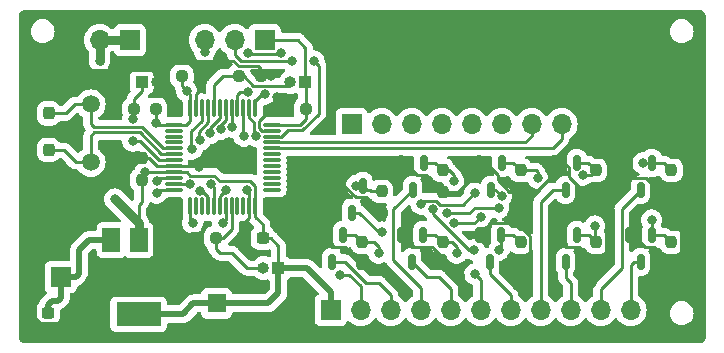
<source format=gbr>
%TF.GenerationSoftware,KiCad,Pcbnew,7.0.9*%
%TF.CreationDate,2025-01-22T01:01:42+01:00*%
%TF.ProjectId,MaotekEDP,4d616f74-656b-4454-9450-2e6b69636164,rev?*%
%TF.SameCoordinates,Original*%
%TF.FileFunction,Copper,L1,Top*%
%TF.FilePolarity,Positive*%
%FSLAX46Y46*%
G04 Gerber Fmt 4.6, Leading zero omitted, Abs format (unit mm)*
G04 Created by KiCad (PCBNEW 7.0.9) date 2025-01-22 01:01:42*
%MOMM*%
%LPD*%
G01*
G04 APERTURE LIST*
G04 Aperture macros list*
%AMRoundRect*
0 Rectangle with rounded corners*
0 $1 Rounding radius*
0 $2 $3 $4 $5 $6 $7 $8 $9 X,Y pos of 4 corners*
0 Add a 4 corners polygon primitive as box body*
4,1,4,$2,$3,$4,$5,$6,$7,$8,$9,$2,$3,0*
0 Add four circle primitives for the rounded corners*
1,1,$1+$1,$2,$3*
1,1,$1+$1,$4,$5*
1,1,$1+$1,$6,$7*
1,1,$1+$1,$8,$9*
0 Add four rect primitives between the rounded corners*
20,1,$1+$1,$2,$3,$4,$5,0*
20,1,$1+$1,$4,$5,$6,$7,0*
20,1,$1+$1,$6,$7,$8,$9,0*
20,1,$1+$1,$8,$9,$2,$3,0*%
G04 Aperture macros list end*
%TA.AperFunction,ComponentPad*%
%ADD10R,1.700000X1.700000*%
%TD*%
%TA.AperFunction,ComponentPad*%
%ADD11O,1.700000X1.700000*%
%TD*%
%TA.AperFunction,ComponentPad*%
%ADD12C,1.500000*%
%TD*%
%TA.AperFunction,SMDPad,CuDef*%
%ADD13RoundRect,0.237500X-0.300000X-0.237500X0.300000X-0.237500X0.300000X0.237500X-0.300000X0.237500X0*%
%TD*%
%TA.AperFunction,SMDPad,CuDef*%
%ADD14RoundRect,0.237500X0.237500X-0.250000X0.237500X0.250000X-0.237500X0.250000X-0.237500X-0.250000X0*%
%TD*%
%TA.AperFunction,SMDPad,CuDef*%
%ADD15RoundRect,0.237500X-0.237500X0.250000X-0.237500X-0.250000X0.237500X-0.250000X0.237500X0.250000X0*%
%TD*%
%TA.AperFunction,SMDPad,CuDef*%
%ADD16RoundRect,0.237500X0.250000X0.237500X-0.250000X0.237500X-0.250000X-0.237500X0.250000X-0.237500X0*%
%TD*%
%TA.AperFunction,SMDPad,CuDef*%
%ADD17RoundRect,0.150000X-0.150000X0.512500X-0.150000X-0.512500X0.150000X-0.512500X0.150000X0.512500X0*%
%TD*%
%TA.AperFunction,ComponentPad*%
%ADD18R,1.000000X1.000000*%
%TD*%
%TA.AperFunction,ComponentPad*%
%ADD19O,1.000000X1.000000*%
%TD*%
%TA.AperFunction,SMDPad,CuDef*%
%ADD20RoundRect,0.237500X-0.237500X0.300000X-0.237500X-0.300000X0.237500X-0.300000X0.237500X0.300000X0*%
%TD*%
%TA.AperFunction,SMDPad,CuDef*%
%ADD21RoundRect,0.237500X0.300000X0.237500X-0.300000X0.237500X-0.300000X-0.237500X0.300000X-0.237500X0*%
%TD*%
%TA.AperFunction,ComponentPad*%
%ADD22R,1.600000X1.600000*%
%TD*%
%TA.AperFunction,ComponentPad*%
%ADD23C,1.600000*%
%TD*%
%TA.AperFunction,SMDPad,CuDef*%
%ADD24RoundRect,0.075000X-0.662500X-0.075000X0.662500X-0.075000X0.662500X0.075000X-0.662500X0.075000X0*%
%TD*%
%TA.AperFunction,SMDPad,CuDef*%
%ADD25RoundRect,0.075000X-0.075000X-0.662500X0.075000X-0.662500X0.075000X0.662500X-0.075000X0.662500X0*%
%TD*%
%TA.AperFunction,SMDPad,CuDef*%
%ADD26RoundRect,0.237500X-0.250000X-0.237500X0.250000X-0.237500X0.250000X0.237500X-0.250000X0.237500X0*%
%TD*%
%TA.AperFunction,SMDPad,CuDef*%
%ADD27R,1.500000X2.000000*%
%TD*%
%TA.AperFunction,SMDPad,CuDef*%
%ADD28R,3.800000X2.000000*%
%TD*%
%TA.AperFunction,ViaPad*%
%ADD29C,0.800000*%
%TD*%
%TA.AperFunction,Conductor*%
%ADD30C,0.750000*%
%TD*%
%TA.AperFunction,Conductor*%
%ADD31C,0.250000*%
%TD*%
%TA.AperFunction,Conductor*%
%ADD32C,0.500000*%
%TD*%
G04 APERTURE END LIST*
D10*
%TO.P,J9,1,Pin_1*%
%TO.N,+3.3V*%
X156723000Y-50292000D03*
D11*
%TO.P,J9,2,Pin_2*%
X154183000Y-50292000D03*
%TD*%
D10*
%TO.P,J8,1,Pin_1*%
%TO.N,39*%
X175514000Y-57404000D03*
D11*
%TO.P,J8,2,Pin_2*%
%TO.N,38*%
X178054000Y-57404000D03*
%TO.P,J8,3,Pin_3*%
%TO.N,40*%
X180594000Y-57404000D03*
%TO.P,J8,4,Pin_4*%
%TO.N,41*%
X183134000Y-57404000D03*
%TO.P,J8,5,Pin_5*%
%TO.N,42*%
X185674000Y-57404000D03*
%TO.P,J8,6,Pin_6*%
%TO.N,43*%
X188214000Y-57404000D03*
%TO.P,J8,7,Pin_7*%
%TO.N,33*%
X190754000Y-57404000D03*
%TO.P,J8,8,Pin_8*%
%TO.N,32*%
X193294000Y-57404000D03*
%TO.P,J8,9,Pin_9*%
%TO.N,GND*%
X195834000Y-57404000D03*
%TO.P,J8,10,Pin_10*%
X198374000Y-57404000D03*
%TO.P,J8,11,Pin_11*%
X200914000Y-57404000D03*
%TO.P,J8,12,Pin_12*%
X203454000Y-57404000D03*
%TD*%
D12*
%TO.P,Y1,1,1*%
%TO.N,OSCOUT*%
X153416000Y-60616000D03*
%TO.P,Y1,2,2*%
%TO.N,OSCIN*%
X153416000Y-55716000D03*
%TD*%
D13*
%TO.P,C13,1*%
%TO.N,+5V*%
X149759500Y-73406000D03*
%TO.P,C13,2*%
%TO.N,GND*%
X151484500Y-73406000D03*
%TD*%
D10*
%TO.P,J3,1,Pin_1*%
%TO.N,+3.3V*%
X168148000Y-50292000D03*
D11*
%TO.P,J3,2,Pin_2*%
%TO.N,SWIO*%
X165608000Y-50292000D03*
%TO.P,J3,3,Pin_3*%
%TO.N,SWCLK*%
X163068000Y-50292000D03*
%TO.P,J3,4,Pin_4*%
%TO.N,GND*%
X160528000Y-50292000D03*
%TD*%
D14*
%TO.P,C19,1*%
%TO.N,+3.3V*%
X157734000Y-62126500D03*
%TO.P,C19,2*%
%TO.N,GND*%
X157734000Y-60301500D03*
%TD*%
D15*
%TO.P,R11,1*%
%TO.N,in10*%
X202570000Y-67402500D03*
%TO.P,R11,2*%
%TO.N,GND*%
X202570000Y-69227500D03*
%TD*%
D16*
%TO.P,R14,1*%
%TO.N,BOOT1*%
X163980500Y-67056000D03*
%TO.P,R14,2*%
%TO.N,GND*%
X162155500Y-67056000D03*
%TD*%
D17*
%TO.P,Q7,1,G*%
%TO.N,in7*%
X194564000Y-60706000D03*
%TO.P,Q7,2,S*%
%TO.N,GND*%
X192664000Y-60706000D03*
%TO.P,Q7,3,D*%
%TO.N,out7*%
X193614000Y-62981000D03*
%TD*%
D10*
%TO.P,J7,1,Pin_1*%
%TO.N,+5V*%
X150876000Y-70363000D03*
D11*
%TO.P,J7,2,Pin_2*%
%TO.N,GND*%
X150876000Y-67823000D03*
%TD*%
D18*
%TO.P,J4,1,Pin_1*%
%TO.N,NRST*%
X157734000Y-53848000D03*
D19*
%TO.P,J4,2,Pin_2*%
%TO.N,GND*%
X159004000Y-53848000D03*
%TD*%
D17*
%TO.P,Q8,1,G*%
%TO.N,in8*%
X194564000Y-66802000D03*
%TO.P,Q8,2,S*%
%TO.N,GND*%
X192664000Y-66802000D03*
%TO.P,Q8,3,D*%
%TO.N,out8*%
X193614000Y-69077000D03*
%TD*%
D15*
%TO.P,R6,1*%
%TO.N,in5*%
X189804000Y-61306500D03*
%TO.P,R6,2*%
%TO.N,GND*%
X189804000Y-63131500D03*
%TD*%
D20*
%TO.P,C18,1*%
%TO.N,OSCOUT*%
X149860000Y-59589500D03*
%TO.P,C18,2*%
%TO.N,GND*%
X149860000Y-61314500D03*
%TD*%
D17*
%TO.P,Q1,1,G*%
%TO.N,in1*%
X176464000Y-62616500D03*
%TO.P,Q1,2,S*%
%TO.N,GND*%
X174564000Y-62616500D03*
%TO.P,Q1,3,D*%
%TO.N,out1*%
X175514000Y-64891500D03*
%TD*%
D21*
%TO.P,C16,1*%
%TO.N,+3.3V*%
X167994500Y-67056000D03*
%TO.P,C16,2*%
%TO.N,GND*%
X166269500Y-67056000D03*
%TD*%
D16*
%TO.P,C22,1*%
%TO.N,+3.3V*%
X171600500Y-56134000D03*
%TO.P,C22,2*%
%TO.N,GND*%
X169775500Y-56134000D03*
%TD*%
%TO.P,R12,1*%
%TO.N,+3.3V*%
X158900500Y-56134000D03*
%TO.P,R12,2*%
%TO.N,NRST*%
X157075500Y-56134000D03*
%TD*%
D17*
%TO.P,Q3,1,G*%
%TO.N,in3*%
X181610000Y-60706000D03*
%TO.P,Q3,2,S*%
%TO.N,GND*%
X179710000Y-60706000D03*
%TO.P,Q3,3,D*%
%TO.N,out3*%
X180660000Y-62981000D03*
%TD*%
D22*
%TO.P,C14,1*%
%TO.N,+3.3V*%
X164084000Y-72579113D03*
D23*
%TO.P,C14,2*%
%TO.N,GND*%
X164084000Y-70079113D03*
%TD*%
D15*
%TO.P,R10,1*%
%TO.N,in9*%
X202570000Y-61306500D03*
%TO.P,R10,2*%
%TO.N,GND*%
X202570000Y-63131500D03*
%TD*%
D10*
%TO.P,J2,1,Pin_1*%
%TO.N,+3.3V*%
X173736000Y-73152000D03*
D11*
%TO.P,J2,2,Pin_2*%
%TO.N,out1*%
X176276000Y-73152000D03*
%TO.P,J2,3,Pin_3*%
%TO.N,out2*%
X178816000Y-73152000D03*
%TO.P,J2,4,Pin_4*%
%TO.N,out3*%
X181356000Y-73152000D03*
%TO.P,J2,5,Pin_5*%
%TO.N,out4*%
X183896000Y-73152000D03*
%TO.P,J2,6,Pin_6*%
%TO.N,out5*%
X186436000Y-73152000D03*
%TO.P,J2,7,Pin_7*%
%TO.N,out6*%
X188976000Y-73152000D03*
%TO.P,J2,8,Pin_8*%
%TO.N,out7*%
X191516000Y-73152000D03*
%TO.P,J2,9,Pin_9*%
%TO.N,out8*%
X194056000Y-73152000D03*
%TO.P,J2,10,Pin_10*%
%TO.N,out9*%
X196596000Y-73152000D03*
%TO.P,J2,11,Pin_11*%
%TO.N,out10*%
X199136000Y-73152000D03*
%TD*%
D15*
%TO.P,R2,1*%
%TO.N,in1*%
X178054000Y-63095500D03*
%TO.P,R2,2*%
%TO.N,GND*%
X178054000Y-64920500D03*
%TD*%
D17*
%TO.P,Q10,1,G*%
%TO.N,in10*%
X200914000Y-66802000D03*
%TO.P,Q10,2,S*%
%TO.N,GND*%
X199014000Y-66802000D03*
%TO.P,Q10,3,D*%
%TO.N,out10*%
X199964000Y-69077000D03*
%TD*%
D24*
%TO.P,U1,1,VBAT*%
%TO.N,+3.3V*%
X160429500Y-57452000D03*
%TO.P,U1,2,PC13*%
%TO.N,unconnected-(U1-PC13-Pad2)*%
X160429500Y-57952000D03*
%TO.P,U1,3,PC14*%
%TO.N,unconnected-(U1-PC14-Pad3)*%
X160429500Y-58452000D03*
%TO.P,U1,4,PC15*%
%TO.N,unconnected-(U1-PC15-Pad4)*%
X160429500Y-58952000D03*
%TO.P,U1,5,PD0*%
%TO.N,OSCIN*%
X160429500Y-59452000D03*
%TO.P,U1,6,PD1*%
%TO.N,OSCOUT*%
X160429500Y-59952000D03*
%TO.P,U1,7,NRST*%
%TO.N,NRST*%
X160429500Y-60452000D03*
%TO.P,U1,8,VSSA*%
%TO.N,GND*%
X160429500Y-60952000D03*
%TO.P,U1,9,VDDA*%
%TO.N,+3.3V*%
X160429500Y-61452000D03*
%TO.P,U1,10,PA0*%
%TO.N,in1*%
X160429500Y-61952000D03*
%TO.P,U1,11,PA1*%
%TO.N,in2*%
X160429500Y-62452000D03*
%TO.P,U1,12,PA2*%
%TO.N,in3*%
X160429500Y-62952000D03*
D25*
%TO.P,U1,13,PA3*%
%TO.N,in4*%
X161842000Y-64364500D03*
%TO.P,U1,14,PA4*%
%TO.N,unconnected-(U1-PA4-Pad14)*%
X162342000Y-64364500D03*
%TO.P,U1,15,PA5*%
%TO.N,unconnected-(U1-PA5-Pad15)*%
X162842000Y-64364500D03*
%TO.P,U1,16,PA6*%
%TO.N,in5*%
X163342000Y-64364500D03*
%TO.P,U1,17,PA7*%
%TO.N,in6*%
X163842000Y-64364500D03*
%TO.P,U1,18,PB0*%
%TO.N,in7*%
X164342000Y-64364500D03*
%TO.P,U1,19,PB1*%
%TO.N,in8*%
X164842000Y-64364500D03*
%TO.P,U1,20,PB2*%
%TO.N,BOOT1*%
X165342000Y-64364500D03*
%TO.P,U1,21,PB10*%
%TO.N,unconnected-(U1-PB10-Pad21)*%
X165842000Y-64364500D03*
%TO.P,U1,22,PB11*%
%TO.N,unconnected-(U1-PB11-Pad22)*%
X166342000Y-64364500D03*
%TO.P,U1,23,VSS*%
%TO.N,GND*%
X166842000Y-64364500D03*
%TO.P,U1,24,VDD*%
%TO.N,+3.3V*%
X167342000Y-64364500D03*
D24*
%TO.P,U1,25,PB12*%
%TO.N,unconnected-(U1-PB12-Pad25)*%
X168754500Y-62952000D03*
%TO.P,U1,26,PB13*%
%TO.N,unconnected-(U1-PB13-Pad26)*%
X168754500Y-62452000D03*
%TO.P,U1,27,PB14*%
%TO.N,unconnected-(U1-PB14-Pad27)*%
X168754500Y-61952000D03*
%TO.P,U1,28,PB15*%
%TO.N,unconnected-(U1-PB15-Pad28)*%
X168754500Y-61452000D03*
%TO.P,U1,29,PA8*%
%TO.N,unconnected-(U1-PA8-Pad29)*%
X168754500Y-60952000D03*
%TO.P,U1,30,PA9*%
%TO.N,unconnected-(U1-PA9-Pad30)*%
X168754500Y-60452000D03*
%TO.P,U1,31,PA10*%
%TO.N,unconnected-(U1-PA10-Pad31)*%
X168754500Y-59952000D03*
%TO.P,U1,32,PA11*%
%TO.N,32*%
X168754500Y-59452000D03*
%TO.P,U1,33,PA12*%
%TO.N,33*%
X168754500Y-58952000D03*
%TO.P,U1,34,PA13*%
%TO.N,SWIO*%
X168754500Y-58452000D03*
%TO.P,U1,35,VSS*%
%TO.N,GND*%
X168754500Y-57952000D03*
%TO.P,U1,36,VDD*%
%TO.N,+3.3V*%
X168754500Y-57452000D03*
D25*
%TO.P,U1,37,PA14*%
%TO.N,SWCLK*%
X167342000Y-56039500D03*
%TO.P,U1,38,PA15*%
%TO.N,38*%
X166842000Y-56039500D03*
%TO.P,U1,39,PB3*%
%TO.N,39*%
X166342000Y-56039500D03*
%TO.P,U1,40,PB4*%
%TO.N,40*%
X165842000Y-56039500D03*
%TO.P,U1,41,PB5*%
%TO.N,41*%
X165342000Y-56039500D03*
%TO.P,U1,42,PB6*%
%TO.N,42*%
X164842000Y-56039500D03*
%TO.P,U1,43,PB7*%
%TO.N,43*%
X164342000Y-56039500D03*
%TO.P,U1,44,BOOT0*%
%TO.N,BOOT0*%
X163842000Y-56039500D03*
%TO.P,U1,45,PB8*%
%TO.N,in9*%
X163342000Y-56039500D03*
%TO.P,U1,46,PB9*%
%TO.N,in10*%
X162842000Y-56039500D03*
%TO.P,U1,47,VSS*%
%TO.N,GND*%
X162342000Y-56039500D03*
%TO.P,U1,48,VDD*%
%TO.N,+3.3V*%
X161842000Y-56039500D03*
%TD*%
D17*
%TO.P,Q9,1,G*%
%TO.N,in9*%
X200914000Y-60706000D03*
%TO.P,Q9,2,S*%
%TO.N,GND*%
X199014000Y-60706000D03*
%TO.P,Q9,3,D*%
%TO.N,out9*%
X199964000Y-62981000D03*
%TD*%
D26*
%TO.P,C20,1*%
%TO.N,+3.3V*%
X161139500Y-53340000D03*
%TO.P,C20,2*%
%TO.N,GND*%
X162964500Y-53340000D03*
%TD*%
D17*
%TO.P,Q2,1,G*%
%TO.N,in2*%
X174752000Y-66791000D03*
%TO.P,Q2,2,S*%
%TO.N,GND*%
X172852000Y-66791000D03*
%TO.P,Q2,3,D*%
%TO.N,out2*%
X173802000Y-69066000D03*
%TD*%
%TO.P,Q4,1,G*%
%TO.N,in4*%
X181544000Y-66791000D03*
%TO.P,Q4,2,S*%
%TO.N,GND*%
X179644000Y-66791000D03*
%TO.P,Q4,3,D*%
%TO.N,out4*%
X180594000Y-69066000D03*
%TD*%
D26*
%TO.P,R13,1*%
%TO.N,BOOT0*%
X165965500Y-53340000D03*
%TO.P,R13,2*%
%TO.N,GND*%
X167790500Y-53340000D03*
%TD*%
D15*
%TO.P,R7,1*%
%TO.N,in6*%
X189804000Y-67402500D03*
%TO.P,R7,2*%
%TO.N,GND*%
X189804000Y-69227500D03*
%TD*%
%TO.P,R9,1*%
%TO.N,in8*%
X196220000Y-67402500D03*
%TO.P,R9,2*%
%TO.N,GND*%
X196220000Y-69227500D03*
%TD*%
%TO.P,R5,1*%
%TO.N,in4*%
X183200000Y-67402500D03*
%TO.P,R5,2*%
%TO.N,GND*%
X183200000Y-69227500D03*
%TD*%
D18*
%TO.P,J6,1,Pin_1*%
%TO.N,+3.3V*%
X169306000Y-69596000D03*
D19*
%TO.P,J6,2,Pin_2*%
%TO.N,BOOT1*%
X168036000Y-69596000D03*
%TD*%
D15*
%TO.P,R4,1*%
%TO.N,in3*%
X183200000Y-61306500D03*
%TO.P,R4,2*%
%TO.N,GND*%
X183200000Y-63131500D03*
%TD*%
D18*
%TO.P,J5,1,Pin_1*%
%TO.N,+3.3V*%
X171592000Y-53848000D03*
D19*
%TO.P,J5,2,Pin_2*%
%TO.N,BOOT0*%
X170322000Y-53848000D03*
%TD*%
D15*
%TO.P,R8,1*%
%TO.N,in7*%
X196154000Y-61306500D03*
%TO.P,R8,2*%
%TO.N,GND*%
X196154000Y-63131500D03*
%TD*%
D27*
%TO.P,U2,1,GND*%
%TO.N,GND*%
X159766000Y-67208000D03*
%TO.P,U2,2,VO*%
%TO.N,+3.3V*%
X157466000Y-67208000D03*
D28*
X157466000Y-73508000D03*
D27*
%TO.P,U2,3,VI*%
%TO.N,+5V*%
X155166000Y-67208000D03*
%TD*%
D20*
%TO.P,C17,1*%
%TO.N,GND*%
X149860000Y-54763500D03*
%TO.P,C17,2*%
%TO.N,OSCIN*%
X149860000Y-56488500D03*
%TD*%
D15*
%TO.P,R3,1*%
%TO.N,in2*%
X176408000Y-67402500D03*
%TO.P,R3,2*%
%TO.N,GND*%
X176408000Y-69227500D03*
%TD*%
D17*
%TO.P,Q6,1,G*%
%TO.N,in6*%
X188148000Y-66802000D03*
%TO.P,Q6,2,S*%
%TO.N,GND*%
X186248000Y-66802000D03*
%TO.P,Q6,3,D*%
%TO.N,out6*%
X187198000Y-69077000D03*
%TD*%
%TO.P,Q5,1,G*%
%TO.N,in5*%
X188214000Y-60706000D03*
%TO.P,Q5,2,S*%
%TO.N,GND*%
X186314000Y-60706000D03*
%TO.P,Q5,3,D*%
%TO.N,out5*%
X187264000Y-62981000D03*
%TD*%
D29*
%TO.N,+3.3V*%
X154178000Y-52070000D03*
X155448000Y-63754000D03*
%TO.N,40*%
X166715950Y-54704093D03*
%TO.N,SWCLK*%
X169561820Y-51345738D03*
X168148000Y-54864000D03*
X166734180Y-51345738D03*
%TO.N,39*%
X166384131Y-58425533D03*
%TO.N,38*%
X167383196Y-58416769D03*
%TO.N,41*%
X165413987Y-57673100D03*
%TO.N,42*%
X164427503Y-57833888D03*
%TO.N,43*%
X163475065Y-58184957D03*
%TO.N,GND*%
X168651701Y-53335701D03*
X169164000Y-55118000D03*
%TO.N,+3.3V*%
X161544000Y-54610000D03*
X158900500Y-57300500D03*
X157988000Y-61468000D03*
%TO.N,SWIO*%
X172316500Y-52070000D03*
%TO.N,out5*%
X185928000Y-70104000D03*
X188209701Y-63504299D03*
%TO.N,out1*%
X178054000Y-66548000D03*
X174557760Y-70163760D03*
%TO.N,GND*%
X189484000Y-71120000D03*
X201930000Y-70866000D03*
X195834000Y-70866000D03*
X184912000Y-71120000D03*
X166617500Y-62954500D03*
X162560000Y-61034500D03*
%TO.N,SWIO*%
X170434000Y-52070000D03*
%TO.N,SWCLK*%
X163068000Y-51308000D03*
%TO.N,NRST*%
X156972000Y-58832500D03*
X156972000Y-56933500D03*
%TO.N,in1*%
X175899299Y-62606701D03*
X159008299Y-62234299D03*
%TO.N,in2*%
X161798000Y-62484000D03*
X177800000Y-68326000D03*
%TO.N,in3*%
X159004000Y-63246000D03*
X184150000Y-62230000D03*
%TO.N,in4*%
X184404000Y-68326000D03*
X162052000Y-65786000D03*
%TO.N,in5*%
X183596299Y-64953882D03*
X187960000Y-64516000D03*
X191262000Y-61976000D03*
X162629636Y-63038424D03*
%TO.N,in6*%
X187960000Y-68072000D03*
X185890500Y-68072000D03*
X182372000Y-64611500D03*
X163576000Y-62484000D03*
%TO.N,in7*%
X164846000Y-62992000D03*
X185928000Y-63262497D03*
X195072000Y-61722000D03*
X181390426Y-64161500D03*
%TO.N,in8*%
X184150000Y-65786000D03*
X186436000Y-65240500D03*
X196088000Y-66040000D03*
X164592000Y-65786000D03*
%TO.N,in9*%
X200152000Y-60706000D03*
X162664881Y-58770283D03*
%TO.N,in10*%
X200914000Y-65532000D03*
X161985064Y-59502986D03*
%TD*%
D30*
%TO.N,+3.3V*%
X157466000Y-65772000D02*
X157466000Y-66788000D01*
X155448000Y-63754000D02*
X157466000Y-65772000D01*
D31*
X154178000Y-50297000D02*
X154183000Y-50292000D01*
D30*
X154178000Y-52070000D02*
X154178000Y-50297000D01*
D31*
X157466000Y-67208000D02*
X157466000Y-66788000D01*
D30*
X156723000Y-50292000D02*
X154183000Y-50292000D01*
D31*
%TO.N,32*%
X193294000Y-58674000D02*
X193294000Y-57404000D01*
X192516000Y-59452000D02*
X193294000Y-58674000D01*
X168754500Y-59452000D02*
X192516000Y-59452000D01*
%TO.N,33*%
X190754000Y-58420000D02*
X190754000Y-57404000D01*
X190222000Y-58952000D02*
X190754000Y-58420000D01*
X168754500Y-58952000D02*
X190222000Y-58952000D01*
%TO.N,GND*%
X199136000Y-61976000D02*
X199014000Y-61854000D01*
X200406000Y-61976000D02*
X199136000Y-61976000D01*
X199014000Y-61854000D02*
X199014000Y-60706000D01*
X201561500Y-63131500D02*
X200406000Y-61976000D01*
X202570000Y-63131500D02*
X201561500Y-63131500D01*
X196154000Y-63131500D02*
X197726500Y-63131500D01*
X197726500Y-63131500D02*
X199014000Y-61844000D01*
X199014000Y-61844000D02*
X199014000Y-60706000D01*
X191131805Y-63131500D02*
X192664000Y-61599305D01*
X189804000Y-63131500D02*
X191131805Y-63131500D01*
X192664000Y-61599305D02*
X192664000Y-60706000D01*
X184550999Y-63131500D02*
X186314000Y-61368499D01*
X186314000Y-61368499D02*
X186314000Y-60706000D01*
X183200000Y-63131500D02*
X184550999Y-63131500D01*
%TO.N,40*%
X166070025Y-54704093D02*
X166715950Y-54704093D01*
X165842000Y-56039500D02*
X165842000Y-54932118D01*
X165842000Y-54932118D02*
X166070025Y-54704093D01*
%TO.N,SWCLK*%
X167894000Y-54864000D02*
X168148000Y-54864000D01*
X167342000Y-55416000D02*
X167894000Y-54864000D01*
X167342000Y-56039500D02*
X167342000Y-55416000D01*
X169440558Y-51467000D02*
X169561820Y-51345738D01*
X166855442Y-51467000D02*
X169440558Y-51467000D01*
X166734180Y-51345738D02*
X166855442Y-51467000D01*
%TO.N,BOOT0*%
X170030000Y-54140000D02*
X170322000Y-53848000D01*
X167170000Y-54140000D02*
X170030000Y-54140000D01*
X166370000Y-53340000D02*
X167170000Y-54140000D01*
X165965500Y-53340000D02*
X166370000Y-53340000D01*
%TO.N,39*%
X166342000Y-58383402D02*
X166384131Y-58425533D01*
X166342000Y-56039500D02*
X166342000Y-58383402D01*
%TO.N,38*%
X167242000Y-57260000D02*
X167242000Y-58275573D01*
X167242000Y-58275573D02*
X167383196Y-58416769D01*
X166842000Y-56860000D02*
X167242000Y-57260000D01*
X166842000Y-56039500D02*
X166842000Y-56860000D01*
%TO.N,41*%
X165342000Y-57601113D02*
X165342000Y-56039500D01*
X165413987Y-57673100D02*
X165342000Y-57601113D01*
%TO.N,in10*%
X162842000Y-57122000D02*
X162842000Y-56039500D01*
X161985064Y-59502986D02*
X161939881Y-59457803D01*
X161939881Y-59457803D02*
X161939881Y-58024119D01*
X161939881Y-58024119D02*
X162842000Y-57122000D01*
%TO.N,42*%
X164427503Y-57445685D02*
X164842000Y-57031188D01*
X164842000Y-57031188D02*
X164842000Y-56039500D01*
X164427503Y-57833888D02*
X164427503Y-57445685D01*
%TO.N,43*%
X163475065Y-57761727D02*
X164342000Y-56894792D01*
X163475065Y-58184957D02*
X163475065Y-57761727D01*
X164342000Y-56894792D02*
X164342000Y-56039500D01*
%TO.N,in9*%
X163342000Y-57258396D02*
X163342000Y-56039500D01*
X162560000Y-58040396D02*
X163342000Y-57258396D01*
X162560000Y-58665402D02*
X162560000Y-58040396D01*
X162664881Y-58770283D02*
X162560000Y-58665402D01*
%TO.N,GND*%
X159004000Y-53086000D02*
X159004000Y-53848000D01*
X160528000Y-51562000D02*
X159004000Y-53086000D01*
X169775500Y-55475500D02*
X169775500Y-56134000D01*
X169418000Y-55118000D02*
X169775500Y-55475500D01*
X169164000Y-55118000D02*
X169418000Y-55118000D01*
X168647402Y-53340000D02*
X167790500Y-53340000D01*
X168651701Y-53335701D02*
X168647402Y-53340000D01*
X167692000Y-57098000D02*
X168656000Y-56134000D01*
X168656000Y-56134000D02*
X169775500Y-56134000D01*
%TO.N,+3.3V*%
X161544000Y-54610000D02*
X161139500Y-54205500D01*
X171138695Y-57452000D02*
X171600500Y-56990195D01*
X171600500Y-56990195D02*
X171600500Y-56134000D01*
X168754500Y-57452000D02*
X171138695Y-57452000D01*
%TO.N,SWIO*%
X169559764Y-58452000D02*
X168754500Y-58452000D01*
X171325091Y-57902000D02*
X170109764Y-57902000D01*
X170109764Y-57902000D02*
X169559764Y-58452000D01*
X172720000Y-56507091D02*
X171325091Y-57902000D01*
X172720000Y-52473500D02*
X172720000Y-56507091D01*
X172316500Y-52070000D02*
X172720000Y-52473500D01*
%TO.N,GND*%
X167582000Y-52520000D02*
X167790500Y-52728500D01*
X165929604Y-52520000D02*
X167582000Y-52520000D01*
X165479604Y-52070000D02*
X165929604Y-52520000D01*
X160528000Y-51562000D02*
X161036000Y-52070000D01*
X161036000Y-52070000D02*
X165479604Y-52070000D01*
X167790500Y-52728500D02*
X167790500Y-53340000D01*
X167692000Y-57694764D02*
X167692000Y-57098000D01*
X168754500Y-57952000D02*
X167949236Y-57952000D01*
X167949236Y-57952000D02*
X167692000Y-57694764D01*
%TO.N,+3.3V*%
X157988000Y-61468000D02*
X157734000Y-61722000D01*
X157734000Y-61722000D02*
X157734000Y-62126500D01*
X158004000Y-61452000D02*
X157988000Y-61468000D01*
X160429500Y-61452000D02*
X158004000Y-61452000D01*
%TO.N,GND*%
X158996000Y-60952000D02*
X158345500Y-60301500D01*
X160429500Y-60952000D02*
X158996000Y-60952000D01*
X158345500Y-60301500D02*
X157734000Y-60301500D01*
%TO.N,+3.3V*%
X161842000Y-57106000D02*
X161842000Y-56039500D01*
X161496000Y-57452000D02*
X161842000Y-57106000D01*
X160429500Y-57452000D02*
X161496000Y-57452000D01*
X161528000Y-61452000D02*
X160429500Y-61452000D01*
X163876305Y-61759000D02*
X161835000Y-61759000D01*
X164347305Y-62230000D02*
X163876305Y-61759000D01*
X166918305Y-62230000D02*
X164347305Y-62230000D01*
X167342000Y-62653695D02*
X166918305Y-62230000D01*
X161835000Y-61759000D02*
X161528000Y-61452000D01*
X167342000Y-64364500D02*
X167342000Y-62653695D01*
%TO.N,SWIO*%
X165608000Y-51562000D02*
X165608000Y-50292000D01*
X166116000Y-52070000D02*
X165608000Y-51562000D01*
X170434000Y-52070000D02*
X166116000Y-52070000D01*
%TO.N,out1*%
X176276000Y-71120000D02*
X176276000Y-73152000D01*
X175319760Y-70163760D02*
X176276000Y-71120000D01*
X174557760Y-70163760D02*
X175319760Y-70163760D01*
%TO.N,out2*%
X178816000Y-71882000D02*
X178816000Y-73152000D01*
X177800000Y-70866000D02*
X178816000Y-71882000D01*
X174956924Y-69066000D02*
X176756924Y-70866000D01*
X176756924Y-70866000D02*
X177800000Y-70866000D01*
X173802000Y-69066000D02*
X174956924Y-69066000D01*
%TO.N,out3*%
X179019000Y-68910000D02*
X181356000Y-71247000D01*
X179019000Y-64622000D02*
X179019000Y-68910000D01*
X181356000Y-71247000D02*
X181356000Y-73152000D01*
X180660000Y-62981000D02*
X179019000Y-64622000D01*
%TO.N,out4*%
X183896000Y-71374000D02*
X183896000Y-73152000D01*
X181886000Y-70358000D02*
X182880000Y-70358000D01*
X180594000Y-69066000D02*
X181886000Y-70358000D01*
X182880000Y-70358000D02*
X183896000Y-71374000D01*
%TO.N,GND*%
X184912000Y-70104000D02*
X184912000Y-71120000D01*
X184035500Y-69227500D02*
X184912000Y-70104000D01*
X183200000Y-69227500D02*
X184035500Y-69227500D01*
%TO.N,out8*%
X193614000Y-70424000D02*
X194056000Y-70866000D01*
X194056000Y-70866000D02*
X194056000Y-73152000D01*
X193614000Y-69077000D02*
X193614000Y-70424000D01*
%TO.N,out9*%
X196596000Y-71374000D02*
X196596000Y-73152000D01*
X199964000Y-62981000D02*
X198389000Y-64556000D01*
X198389000Y-64556000D02*
X198389000Y-69581000D01*
X198389000Y-69581000D02*
X196596000Y-71374000D01*
%TO.N,out5*%
X186436000Y-70612000D02*
X186436000Y-73152000D01*
X185928000Y-70104000D02*
X186436000Y-70612000D01*
X187686402Y-62981000D02*
X188209701Y-63504299D01*
X187264000Y-62981000D02*
X187686402Y-62981000D01*
%TO.N,out6*%
X188976000Y-71882000D02*
X188976000Y-73152000D01*
X187198000Y-70104000D02*
X188976000Y-71882000D01*
X187198000Y-69077000D02*
X187198000Y-70104000D01*
%TO.N,out1*%
X178054000Y-66548000D02*
X177800000Y-66548000D01*
X177800000Y-66548000D02*
X176143500Y-64891500D01*
X176143500Y-64891500D02*
X175514000Y-64891500D01*
D32*
%TO.N,+3.3V*%
X173736000Y-71628000D02*
X173736000Y-73152000D01*
X169306000Y-69596000D02*
X171704000Y-69596000D01*
X171704000Y-69596000D02*
X173736000Y-71628000D01*
D31*
%TO.N,GND*%
X162477500Y-60952000D02*
X160429500Y-60952000D01*
X182769000Y-68215000D02*
X183200000Y-68646000D01*
X186248000Y-66802000D02*
X187235500Y-65814500D01*
X203370000Y-68427500D02*
X202570000Y-69227500D01*
X187863092Y-62133092D02*
X188861500Y-63131500D01*
X162342000Y-56039500D02*
X162342000Y-54828000D01*
X179710000Y-60706000D02*
X180086000Y-60706000D01*
X193548000Y-60706000D02*
X193939000Y-61097000D01*
D32*
X153162000Y-70612000D02*
X153670000Y-70104000D01*
D31*
X159004000Y-53140894D02*
X159004000Y-53848000D01*
X162155500Y-67056000D02*
X159918000Y-67056000D01*
X190604000Y-68427500D02*
X189804000Y-69227500D01*
X181073500Y-61693500D02*
X181762000Y-61693500D01*
D32*
X151484500Y-73406000D02*
X151484500Y-74067500D01*
D31*
X174564000Y-62616500D02*
X174884500Y-62616500D01*
X166842000Y-65314000D02*
X166269500Y-65886500D01*
X195206847Y-63131500D02*
X196154000Y-63131500D01*
X186875592Y-60706000D02*
X187863092Y-61693500D01*
X166269500Y-65886500D02*
X166269500Y-67056000D01*
X201930000Y-70866000D02*
X202184000Y-70866000D01*
X174884500Y-62616500D02*
X175872000Y-63604000D01*
X182400000Y-67846000D02*
X182400000Y-67892076D01*
X148590000Y-68326000D02*
X148590000Y-65278000D01*
D32*
X152908000Y-73406000D02*
X153162000Y-73152000D01*
D31*
X149860000Y-64008000D02*
X151384000Y-62484000D01*
X148944500Y-54763500D02*
X149860000Y-54763500D01*
X148590000Y-65278000D02*
X149860000Y-64008000D01*
X183200000Y-68646000D02*
X183200000Y-69227500D01*
D32*
X160249113Y-70079113D02*
X164084000Y-70079113D01*
D31*
X196710500Y-69227500D02*
X197020000Y-68918000D01*
D32*
X153670000Y-70104000D02*
X159258000Y-70104000D01*
D31*
X172852000Y-66791000D02*
X173839500Y-67778500D01*
X187863092Y-61693500D02*
X187863092Y-62133092D01*
X149860000Y-64008000D02*
X149860000Y-61314500D01*
X192664000Y-66802000D02*
X193651500Y-67789500D01*
X199390000Y-66802000D02*
X200377500Y-67789500D01*
X181762000Y-61693500D02*
X183200000Y-63131500D01*
X160528000Y-50292000D02*
X160528000Y-51562000D01*
X153035000Y-52832000D02*
X158695106Y-52832000D01*
X179644000Y-66791000D02*
X180631500Y-67778500D01*
X187235500Y-65814500D02*
X189512500Y-65814500D01*
X197020000Y-68918000D02*
X197020000Y-63416000D01*
D32*
X148590000Y-68326000D02*
X149093000Y-67823000D01*
D31*
X203370000Y-63931500D02*
X203370000Y-68427500D01*
X180631500Y-67778500D02*
X182332500Y-67778500D01*
X193939000Y-61863653D02*
X195206847Y-63131500D01*
X182400000Y-67892076D02*
X182722924Y-68215000D01*
X200377500Y-67789500D02*
X201132000Y-67789500D01*
X196220000Y-69227500D02*
X196220000Y-70480000D01*
X189512500Y-65814500D02*
X190604000Y-66906000D01*
X166617500Y-62954500D02*
X166842000Y-63179000D01*
X158695106Y-52832000D02*
X159004000Y-53140894D01*
X202570000Y-63131500D02*
X203370000Y-63931500D01*
D32*
X148590000Y-73914000D02*
X148590000Y-68326000D01*
D31*
X193651500Y-67789500D02*
X194782000Y-67789500D01*
X182722924Y-68215000D02*
X182769000Y-68215000D01*
X153924000Y-62484000D02*
X156106500Y-60301500D01*
X189484000Y-71120000D02*
X189804000Y-70800000D01*
X194782000Y-67789500D02*
X196220000Y-69227500D01*
X193939000Y-61097000D02*
X193939000Y-61863653D01*
X162560000Y-61034500D02*
X162477500Y-60952000D01*
D32*
X159766000Y-69596000D02*
X160249113Y-70079113D01*
X159766000Y-69596000D02*
X159766000Y-69088000D01*
X159766000Y-67208000D02*
X159766000Y-69088000D01*
D31*
X196220000Y-70480000D02*
X195834000Y-70866000D01*
X156106500Y-60301500D02*
X157734000Y-60301500D01*
X175872000Y-63604000D02*
X176737500Y-63604000D01*
X197020000Y-63416000D02*
X196735500Y-63131500D01*
D32*
X149093000Y-67823000D02*
X150876000Y-67823000D01*
D31*
X180086000Y-60706000D02*
X181073500Y-61693500D01*
X182332500Y-67778500D02*
X182400000Y-67846000D01*
D32*
X159258000Y-70104000D02*
X159766000Y-69596000D01*
D31*
X196220000Y-69227500D02*
X196710500Y-69227500D01*
X166842000Y-64364500D02*
X166842000Y-65314000D01*
X162964500Y-54205500D02*
X162964500Y-53340000D01*
X173839500Y-67778500D02*
X174959000Y-67778500D01*
D32*
X153162000Y-73152000D02*
X153162000Y-70612000D01*
D31*
X202570000Y-70480000D02*
X202570000Y-69227500D01*
X162342000Y-54828000D02*
X162964500Y-54205500D01*
X190604000Y-66906000D02*
X190604000Y-68427500D01*
X201132000Y-67789500D02*
X202570000Y-69227500D01*
X174959000Y-67778500D02*
X176408000Y-69227500D01*
X186314000Y-60706000D02*
X186875592Y-60706000D01*
X151384000Y-62484000D02*
X153924000Y-62484000D01*
D32*
X151484500Y-73406000D02*
X152908000Y-73406000D01*
D31*
X159918000Y-67056000D02*
X159766000Y-67208000D01*
X189804000Y-70800000D02*
X189804000Y-69227500D01*
X166842000Y-63179000D02*
X166842000Y-64364500D01*
X196735500Y-63131500D02*
X196154000Y-63131500D01*
D32*
X151484500Y-74067500D02*
X151130000Y-74422000D01*
D31*
X151103500Y-54763500D02*
X153035000Y-52832000D01*
X148590000Y-65278000D02*
X148590000Y-55118000D01*
D32*
X151130000Y-74422000D02*
X149098000Y-74422000D01*
D31*
X199014000Y-66802000D02*
X199390000Y-66802000D01*
X176737500Y-63604000D02*
X178054000Y-64920500D01*
X202184000Y-70866000D02*
X202570000Y-70480000D01*
X148590000Y-55118000D02*
X148944500Y-54763500D01*
X192664000Y-60706000D02*
X193548000Y-60706000D01*
X149860000Y-54763500D02*
X151103500Y-54763500D01*
X188861500Y-63131500D02*
X189804000Y-63131500D01*
D32*
X149098000Y-74422000D02*
X148590000Y-73914000D01*
D31*
%TO.N,+3.3V*%
X158900500Y-56134000D02*
X158900500Y-57300500D01*
X167994500Y-65886500D02*
X167994500Y-67056000D01*
X157734000Y-62126500D02*
X157734000Y-64008000D01*
X161842000Y-54908000D02*
X161544000Y-54610000D01*
D32*
X169306000Y-69596000D02*
X169306000Y-71740000D01*
X157466000Y-73508000D02*
X161188000Y-73508000D01*
X169306000Y-71740000D02*
X168466887Y-72579113D01*
X162116887Y-72579113D02*
X164084000Y-72579113D01*
D31*
X159052000Y-57452000D02*
X160429500Y-57452000D01*
X168656000Y-67056000D02*
X167994500Y-67056000D01*
X169306000Y-69596000D02*
X169306000Y-67706000D01*
X167342000Y-65234000D02*
X167994500Y-65886500D01*
X157734000Y-64008000D02*
X157466000Y-64276000D01*
X171600500Y-56134000D02*
X171600500Y-53856500D01*
D32*
X168466887Y-72579113D02*
X164084000Y-72579113D01*
D31*
X158900500Y-57300500D02*
X159052000Y-57452000D01*
X171592000Y-50942000D02*
X171592000Y-53848000D01*
X169306000Y-67706000D02*
X168656000Y-67056000D01*
X157466000Y-64276000D02*
X157466000Y-67208000D01*
X161842000Y-56039500D02*
X161842000Y-54908000D01*
X161139500Y-54205500D02*
X161139500Y-53340000D01*
X170942000Y-50292000D02*
X171592000Y-50942000D01*
X168148000Y-50292000D02*
X170942000Y-50292000D01*
X167342000Y-64364500D02*
X167342000Y-65234000D01*
X171600500Y-53856500D02*
X171592000Y-53848000D01*
D32*
X161188000Y-73508000D02*
X162116887Y-72579113D01*
%TO.N,+5V*%
X150114000Y-72390000D02*
X150622000Y-72390000D01*
X153264000Y-67208000D02*
X155166000Y-67208000D01*
X149759500Y-72744500D02*
X150114000Y-72390000D01*
X150622000Y-72390000D02*
X150876000Y-72136000D01*
X152400000Y-68072000D02*
X153264000Y-67208000D01*
X149759500Y-73406000D02*
X149759500Y-72744500D01*
X152141000Y-70363000D02*
X152400000Y-70104000D01*
X150876000Y-72136000D02*
X150876000Y-70363000D01*
X150876000Y-70363000D02*
X152141000Y-70363000D01*
X152400000Y-70104000D02*
X152400000Y-68072000D01*
D31*
%TO.N,OSCIN*%
X149860000Y-56488500D02*
X151283500Y-56488500D01*
X152056000Y-55716000D02*
X153416000Y-55716000D01*
X159528000Y-59452000D02*
X157734000Y-57658000D01*
X157734000Y-57658000D02*
X153670000Y-57658000D01*
X153416000Y-57404000D02*
X153416000Y-55716000D01*
X153670000Y-57658000D02*
X153416000Y-57404000D01*
X160429500Y-59452000D02*
X159528000Y-59452000D01*
X151283500Y-56488500D02*
X152056000Y-55716000D01*
%TO.N,OSCOUT*%
X151156500Y-59589500D02*
X152183000Y-60616000D01*
X160429500Y-59952000D02*
X159391604Y-59952000D01*
X153728000Y-58108000D02*
X153416000Y-58420000D01*
X153416000Y-58420000D02*
X153416000Y-60616000D01*
X157547604Y-58108000D02*
X153728000Y-58108000D01*
X159391604Y-59952000D02*
X157547604Y-58108000D01*
X149860000Y-59589500D02*
X151156500Y-59589500D01*
X152183000Y-60616000D02*
X153416000Y-60616000D01*
%TO.N,out7*%
X193614000Y-62981000D02*
X192543000Y-62981000D01*
X192543000Y-62981000D02*
X191516000Y-64008000D01*
X191516000Y-64008000D02*
X191516000Y-73152000D01*
%TO.N,out10*%
X199401000Y-69077000D02*
X199136000Y-69342000D01*
X199136000Y-69342000D02*
X199136000Y-73152000D01*
X199964000Y-69077000D02*
X199401000Y-69077000D01*
%TO.N,SWCLK*%
X163068000Y-50292000D02*
X163068000Y-51308000D01*
%TO.N,NRST*%
X156972000Y-56933500D02*
X156972000Y-56237500D01*
X157075500Y-55268500D02*
X157075500Y-56134000D01*
X157734000Y-54610000D02*
X157075500Y-55268500D01*
X160429500Y-60452000D02*
X159174076Y-60452000D01*
X156972000Y-56237500D02*
X157075500Y-56134000D01*
X157554576Y-58832500D02*
X156972000Y-58832500D01*
X159174076Y-60452000D02*
X157554576Y-58832500D01*
X156972000Y-56933500D02*
X157085000Y-56933500D01*
X157734000Y-53848000D02*
X157734000Y-54610000D01*
%TO.N,BOOT0*%
X165965500Y-53340000D02*
X164592000Y-53340000D01*
X163842000Y-54090000D02*
X163842000Y-56039500D01*
X164592000Y-53340000D02*
X163842000Y-54090000D01*
%TO.N,BOOT1*%
X165342000Y-66306000D02*
X165342000Y-64364500D01*
X164338000Y-68326000D02*
X165354000Y-68326000D01*
X163980500Y-67056000D02*
X163980500Y-67968500D01*
X163980500Y-67968500D02*
X164338000Y-68326000D01*
X166624000Y-69596000D02*
X168036000Y-69596000D01*
X164592000Y-67056000D02*
X165342000Y-66306000D01*
X163980500Y-67056000D02*
X164592000Y-67056000D01*
X165354000Y-68326000D02*
X166624000Y-69596000D01*
%TO.N,in1*%
X177038000Y-62992000D02*
X177141500Y-63095500D01*
X175899299Y-62606701D02*
X175909098Y-62616500D01*
X177141500Y-63095500D02*
X178054000Y-63095500D01*
X176464000Y-62616500D02*
X176839500Y-62992000D01*
X176839500Y-62992000D02*
X177038000Y-62992000D01*
X175909098Y-62616500D02*
X176464000Y-62616500D01*
X159290598Y-61952000D02*
X159008299Y-62234299D01*
X160429500Y-61952000D02*
X159290598Y-61952000D01*
%TO.N,in2*%
X177384500Y-67402500D02*
X176408000Y-67402500D01*
X174752000Y-66791000D02*
X175796500Y-66791000D01*
X177800000Y-68326000D02*
X177800000Y-67818000D01*
X175796500Y-66791000D02*
X176408000Y-67402500D01*
X161798000Y-62484000D02*
X161618991Y-62449512D01*
X160429500Y-62452000D02*
X161616503Y-62452000D01*
X161616503Y-62452000D02*
X161798000Y-62484000D01*
X177800000Y-67818000D02*
X177384500Y-67402500D01*
%TO.N,in3*%
X159298000Y-62952000D02*
X159004000Y-63246000D01*
X184150000Y-62230000D02*
X184150000Y-61722000D01*
X184150000Y-61722000D02*
X183734500Y-61306500D01*
X160429500Y-62952000D02*
X159298000Y-62952000D01*
X182599500Y-60706000D02*
X183200000Y-61306500D01*
X181610000Y-60706000D02*
X182599500Y-60706000D01*
X183734500Y-61306500D02*
X183200000Y-61306500D01*
%TO.N,in4*%
X182588500Y-66791000D02*
X183200000Y-67402500D01*
X181544000Y-66791000D02*
X182588500Y-66791000D01*
X161842000Y-65576000D02*
X162052000Y-65786000D01*
X184404000Y-67818000D02*
X183988500Y-67402500D01*
X184404000Y-68326000D02*
X184404000Y-67818000D01*
X183988500Y-67402500D02*
X183200000Y-67402500D01*
X161842000Y-64364500D02*
X161842000Y-65576000D01*
%TO.N,in5*%
X185480813Y-64953882D02*
X183596299Y-64953882D01*
X163342000Y-63559236D02*
X163342000Y-64364500D01*
X189203500Y-60706000D02*
X189804000Y-61306500D01*
X185918695Y-64516000D02*
X185480813Y-64953882D01*
X191262000Y-61468000D02*
X191100500Y-61306500D01*
X191100500Y-61306500D02*
X189804000Y-61306500D01*
X162629636Y-63038424D02*
X162821188Y-63038424D01*
X188214000Y-60706000D02*
X189203500Y-60706000D01*
X187960000Y-64516000D02*
X185918695Y-64516000D01*
X191262000Y-61976000D02*
X191262000Y-61468000D01*
X162821188Y-63038424D02*
X163342000Y-63559236D01*
%TO.N,in6*%
X163576000Y-62484000D02*
X163679392Y-62484000D01*
X182372000Y-65033305D02*
X185410695Y-68072000D01*
X163538140Y-62446140D02*
X163842000Y-62750000D01*
X188148000Y-67884000D02*
X188148000Y-66802000D01*
X187960000Y-68072000D02*
X188148000Y-67884000D01*
X163842000Y-62750000D02*
X163842000Y-64364500D01*
X189203500Y-66802000D02*
X189804000Y-67402500D01*
X182372000Y-64611500D02*
X182372000Y-65033305D01*
X185410695Y-68072000D02*
X185890500Y-68072000D01*
X188148000Y-66802000D02*
X189203500Y-66802000D01*
%TO.N,in7*%
X195553500Y-60706000D02*
X196154000Y-61306500D01*
X195072000Y-61722000D02*
X195738500Y-61722000D01*
X182672305Y-63886500D02*
X183014687Y-64228882D01*
X181665426Y-63886500D02*
X182672305Y-63886500D01*
X181390426Y-64161500D02*
X181665426Y-63886500D01*
X164846000Y-62992000D02*
X164342000Y-63496000D01*
X184935813Y-64228882D02*
X185902198Y-63262497D01*
X195738500Y-61722000D02*
X196154000Y-61306500D01*
X164342000Y-63496000D02*
X164342000Y-64364500D01*
X185902198Y-63262497D02*
X185928000Y-63262497D01*
X194564000Y-60706000D02*
X195553500Y-60706000D01*
X183014687Y-64228882D02*
X184935813Y-64228882D01*
%TO.N,in8*%
X196088000Y-67270500D02*
X196220000Y-67402500D01*
X185890500Y-65786000D02*
X184150000Y-65786000D01*
X186436000Y-65240500D02*
X185890500Y-65786000D01*
X164592000Y-65786000D02*
X164842000Y-65536000D01*
X164842000Y-65536000D02*
X164842000Y-64364500D01*
X195619500Y-66802000D02*
X196220000Y-67402500D01*
X194564000Y-66802000D02*
X195619500Y-66802000D01*
X196088000Y-66040000D02*
X196088000Y-67270500D01*
%TO.N,in9*%
X200152000Y-60706000D02*
X200914000Y-60706000D01*
X200914000Y-60706000D02*
X201969500Y-60706000D01*
X201969500Y-60706000D02*
X202570000Y-61306500D01*
%TO.N,in10*%
X200914000Y-66802000D02*
X201969500Y-66802000D01*
X200914000Y-65532000D02*
X200914000Y-66802000D01*
X201969500Y-66802000D02*
X202570000Y-67402500D01*
%TD*%
%TA.AperFunction,Conductor*%
%TO.N,GND*%
G36*
X175415132Y-67842330D02*
G01*
X175470238Y-67896293D01*
X175483424Y-67925271D01*
X175497090Y-67966512D01*
X175497091Y-67966514D01*
X175497092Y-67966516D01*
X175587660Y-68113350D01*
X175709650Y-68235340D01*
X175856484Y-68325908D01*
X176020247Y-68380174D01*
X176121323Y-68390500D01*
X176694676Y-68390499D01*
X176751326Y-68384712D01*
X176827468Y-68396999D01*
X176887266Y-68445711D01*
X176910706Y-68507032D01*
X176912700Y-68506609D01*
X176914325Y-68514253D01*
X176958727Y-68650909D01*
X176972821Y-68694284D01*
X176998323Y-68738454D01*
X177067469Y-68858220D01*
X177168568Y-68970500D01*
X177194129Y-68998888D01*
X177347270Y-69110151D01*
X177520197Y-69187144D01*
X177645285Y-69213732D01*
X177705352Y-69226500D01*
X177705354Y-69226500D01*
X177894648Y-69226500D01*
X177934004Y-69218134D01*
X178079803Y-69187144D01*
X178252730Y-69110151D01*
X178252730Y-69110150D01*
X178256474Y-69108484D01*
X178332652Y-69096418D01*
X178404657Y-69124058D01*
X178445325Y-69168750D01*
X178449574Y-69175934D01*
X178459861Y-69196930D01*
X178466514Y-69213732D01*
X178481016Y-69233692D01*
X178493558Y-69250956D01*
X178497410Y-69256820D01*
X178520830Y-69296420D01*
X178533606Y-69309196D01*
X178548786Y-69326970D01*
X178552464Y-69332033D01*
X178559406Y-69341587D01*
X178594856Y-69370914D01*
X178600044Y-69375635D01*
X180686859Y-71462449D01*
X180725423Y-71529244D01*
X180730500Y-71567808D01*
X180730500Y-71863759D01*
X180710538Y-71938259D01*
X180666963Y-71985812D01*
X180635989Y-72007501D01*
X180484597Y-72113506D01*
X180317506Y-72280597D01*
X180208054Y-72436912D01*
X180148970Y-72486489D01*
X180073014Y-72499882D01*
X180000537Y-72473503D01*
X179963946Y-72436912D01*
X179942651Y-72406500D01*
X179854495Y-72280599D01*
X179687401Y-72113505D01*
X179687399Y-72113503D01*
X179505037Y-71985811D01*
X179455460Y-71926728D01*
X179441500Y-71863758D01*
X179441500Y-71842652D01*
X179441500Y-71842650D01*
X179440704Y-71836356D01*
X179440154Y-71829362D01*
X179439929Y-71822212D01*
X179438709Y-71783373D01*
X179433668Y-71766024D01*
X179428926Y-71743122D01*
X179428925Y-71743118D01*
X179426664Y-71725208D01*
X179426662Y-71725202D01*
X179409726Y-71682427D01*
X179407454Y-71675795D01*
X179394618Y-71631610D01*
X179385419Y-71616056D01*
X179375138Y-71595070D01*
X179368486Y-71578268D01*
X179341434Y-71541034D01*
X179337590Y-71535182D01*
X179334078Y-71529244D01*
X179314170Y-71495580D01*
X179301398Y-71482808D01*
X179286213Y-71465028D01*
X179275596Y-71450415D01*
X179240144Y-71421086D01*
X179234950Y-71416360D01*
X178302752Y-70484161D01*
X178292195Y-70470984D01*
X178291760Y-70471345D01*
X178285785Y-70464122D01*
X178235364Y-70416772D01*
X178214471Y-70395879D01*
X178209454Y-70391988D01*
X178204118Y-70387430D01*
X178170582Y-70355938D01*
X178154749Y-70347234D01*
X178135208Y-70334398D01*
X178120936Y-70323327D01*
X178120934Y-70323326D01*
X178120932Y-70323324D01*
X178078703Y-70305050D01*
X178072407Y-70301965D01*
X178032092Y-70279803D01*
X178032091Y-70279802D01*
X178032090Y-70279802D01*
X178014597Y-70275311D01*
X177992480Y-70267738D01*
X177975896Y-70260562D01*
X177975894Y-70260561D01*
X177975893Y-70260561D01*
X177930449Y-70253363D01*
X177923575Y-70251939D01*
X177901011Y-70246146D01*
X177879019Y-70240500D01*
X177879017Y-70240500D01*
X177860954Y-70240500D01*
X177837647Y-70238666D01*
X177819804Y-70235840D01*
X177819803Y-70235840D01*
X177774004Y-70240169D01*
X177766989Y-70240500D01*
X177077733Y-70240500D01*
X177003233Y-70220538D01*
X176972374Y-70196859D01*
X175459676Y-68684161D01*
X175449119Y-68670984D01*
X175448684Y-68671345D01*
X175442709Y-68664122D01*
X175392288Y-68616772D01*
X175371395Y-68595879D01*
X175366378Y-68591988D01*
X175361042Y-68587430D01*
X175327506Y-68555938D01*
X175311673Y-68547234D01*
X175292132Y-68534398D01*
X175277860Y-68523327D01*
X175277858Y-68523326D01*
X175277856Y-68523324D01*
X175235627Y-68505050D01*
X175229331Y-68501965D01*
X175189016Y-68479803D01*
X175189015Y-68479802D01*
X175189014Y-68479802D01*
X175171521Y-68475311D01*
X175149404Y-68467738D01*
X175132820Y-68460562D01*
X175132818Y-68460561D01*
X175132817Y-68460561D01*
X175087373Y-68453363D01*
X175080499Y-68451939D01*
X175056239Y-68445711D01*
X175035943Y-68440500D01*
X175035941Y-68440500D01*
X175017878Y-68440500D01*
X174994571Y-68438666D01*
X174976728Y-68435840D01*
X174976727Y-68435840D01*
X174930928Y-68440169D01*
X174923913Y-68440500D01*
X174708439Y-68440500D01*
X174633939Y-68420538D01*
X174579401Y-68366000D01*
X174565355Y-68333069D01*
X174563274Y-68325907D01*
X174553744Y-68293102D01*
X174531468Y-68255436D01*
X174486174Y-68178847D01*
X174465433Y-68104560D01*
X174484614Y-68029855D01*
X174538578Y-67974749D01*
X174612865Y-67954008D01*
X174614425Y-67954000D01*
X174967690Y-67954000D01*
X174967694Y-67954000D01*
X175004569Y-67951098D01*
X175162398Y-67905244D01*
X175266141Y-67843890D01*
X175340427Y-67823149D01*
X175415132Y-67842330D01*
G37*
%TD.AperFunction*%
%TA.AperFunction,Conductor*%
G36*
X182207132Y-67842330D02*
G01*
X182262238Y-67896293D01*
X182275424Y-67925271D01*
X182289090Y-67966512D01*
X182289091Y-67966514D01*
X182289092Y-67966516D01*
X182379660Y-68113350D01*
X182501650Y-68235340D01*
X182648484Y-68325908D01*
X182812247Y-68380174D01*
X182913323Y-68390500D01*
X183371363Y-68390499D01*
X183445863Y-68410461D01*
X183500401Y-68464999D01*
X183517106Y-68508517D01*
X183518325Y-68514254D01*
X183568119Y-68667502D01*
X183576821Y-68694284D01*
X183602323Y-68738454D01*
X183671469Y-68858220D01*
X183772568Y-68970500D01*
X183798129Y-68998888D01*
X183951270Y-69110151D01*
X184124197Y-69187144D01*
X184249285Y-69213732D01*
X184309352Y-69226500D01*
X184309354Y-69226500D01*
X184498648Y-69226500D01*
X184538004Y-69218134D01*
X184683803Y-69187144D01*
X184856730Y-69110151D01*
X185009871Y-68998888D01*
X185111552Y-68885960D01*
X185136529Y-68858221D01*
X185136529Y-68858219D01*
X185136533Y-68858216D01*
X185143649Y-68845889D01*
X185198181Y-68791352D01*
X185272680Y-68771386D01*
X185347181Y-68791344D01*
X185360258Y-68799835D01*
X185437770Y-68856151D01*
X185610697Y-68933144D01*
X185672317Y-68946241D01*
X185741038Y-68981256D01*
X185783045Y-69045941D01*
X185787082Y-69122963D01*
X185752067Y-69191685D01*
X185687382Y-69233692D01*
X185672320Y-69237728D01*
X185648196Y-69242856D01*
X185475272Y-69319847D01*
X185322127Y-69431113D01*
X185195469Y-69571779D01*
X185100822Y-69735714D01*
X185100819Y-69735721D01*
X185042325Y-69915745D01*
X185022540Y-70104000D01*
X185042325Y-70292254D01*
X185088516Y-70434413D01*
X185100821Y-70472284D01*
X185136268Y-70533680D01*
X185195469Y-70636220D01*
X185316669Y-70770824D01*
X185322129Y-70776888D01*
X185475270Y-70888151D01*
X185648197Y-70965144D01*
X185692478Y-70974556D01*
X185761199Y-71009570D01*
X185803207Y-71074254D01*
X185810500Y-71120300D01*
X185810500Y-71863759D01*
X185790538Y-71938259D01*
X185746963Y-71985812D01*
X185715989Y-72007501D01*
X185564597Y-72113506D01*
X185397506Y-72280597D01*
X185288054Y-72436912D01*
X185228970Y-72486489D01*
X185153014Y-72499882D01*
X185080537Y-72473503D01*
X185043946Y-72436912D01*
X185022651Y-72406500D01*
X184934495Y-72280599D01*
X184767401Y-72113505D01*
X184767399Y-72113503D01*
X184585037Y-71985811D01*
X184535460Y-71926728D01*
X184521500Y-71863758D01*
X184521500Y-71459502D01*
X184523353Y-71442716D01*
X184522791Y-71442663D01*
X184523673Y-71433330D01*
X184521500Y-71364185D01*
X184521500Y-71334652D01*
X184521228Y-71332499D01*
X184520704Y-71328356D01*
X184520154Y-71321362D01*
X184519682Y-71306338D01*
X184518709Y-71275373D01*
X184513668Y-71258024D01*
X184508926Y-71235122D01*
X184508895Y-71234880D01*
X184506664Y-71217208D01*
X184500390Y-71201363D01*
X184489726Y-71174427D01*
X184487454Y-71167795D01*
X184474618Y-71123610D01*
X184465419Y-71108056D01*
X184455138Y-71087070D01*
X184448486Y-71070268D01*
X184421434Y-71033034D01*
X184417590Y-71027182D01*
X184411402Y-71016719D01*
X184403537Y-71003418D01*
X184394171Y-70987581D01*
X184381398Y-70974808D01*
X184366213Y-70957028D01*
X184355596Y-70942415D01*
X184346432Y-70934834D01*
X184334953Y-70925337D01*
X184320144Y-70913086D01*
X184314950Y-70908360D01*
X183382752Y-69976161D01*
X183372195Y-69962984D01*
X183371760Y-69963345D01*
X183365785Y-69956122D01*
X183315364Y-69908772D01*
X183294471Y-69887879D01*
X183289454Y-69883988D01*
X183284118Y-69879430D01*
X183250582Y-69847938D01*
X183234749Y-69839234D01*
X183215208Y-69826398D01*
X183200936Y-69815327D01*
X183200934Y-69815326D01*
X183200932Y-69815324D01*
X183158703Y-69797050D01*
X183152407Y-69793965D01*
X183112092Y-69771803D01*
X183112091Y-69771802D01*
X183112090Y-69771802D01*
X183094597Y-69767311D01*
X183072480Y-69759738D01*
X183055896Y-69752562D01*
X183055894Y-69752561D01*
X183055893Y-69752561D01*
X183010449Y-69745363D01*
X183003575Y-69743939D01*
X182981011Y-69738146D01*
X182959019Y-69732500D01*
X182959017Y-69732500D01*
X182940954Y-69732500D01*
X182917647Y-69730666D01*
X182899804Y-69727840D01*
X182899803Y-69727840D01*
X182854004Y-69732169D01*
X182846989Y-69732500D01*
X182206808Y-69732500D01*
X182132308Y-69712538D01*
X182101449Y-69688859D01*
X181438141Y-69025550D01*
X181399577Y-68958755D01*
X181394500Y-68920191D01*
X181394500Y-68487810D01*
X181393870Y-68479802D01*
X181391598Y-68450931D01*
X181345744Y-68293102D01*
X181278173Y-68178846D01*
X181257433Y-68104560D01*
X181276614Y-68029855D01*
X181330578Y-67974749D01*
X181404865Y-67954008D01*
X181406425Y-67954000D01*
X181759690Y-67954000D01*
X181759694Y-67954000D01*
X181796569Y-67951098D01*
X181954398Y-67905244D01*
X182058141Y-67843890D01*
X182132427Y-67823149D01*
X182207132Y-67842330D01*
G37*
%TD.AperFunction*%
%TA.AperFunction,Conductor*%
G36*
X190833912Y-68088526D02*
G01*
X190879971Y-68150391D01*
X190890500Y-68205407D01*
X190890500Y-71863759D01*
X190870538Y-71938259D01*
X190826963Y-71985812D01*
X190795989Y-72007501D01*
X190644597Y-72113506D01*
X190477506Y-72280597D01*
X190368054Y-72436912D01*
X190308970Y-72486489D01*
X190233014Y-72499882D01*
X190160537Y-72473503D01*
X190123946Y-72436912D01*
X190102651Y-72406500D01*
X190014495Y-72280599D01*
X189847401Y-72113505D01*
X189847399Y-72113503D01*
X189665037Y-71985811D01*
X189615460Y-71926728D01*
X189601500Y-71863758D01*
X189601500Y-71842648D01*
X189600706Y-71836368D01*
X189600155Y-71829363D01*
X189599504Y-71808651D01*
X189598710Y-71783373D01*
X189593665Y-71766012D01*
X189588928Y-71743134D01*
X189586664Y-71725208D01*
X189569726Y-71682427D01*
X189567456Y-71675797D01*
X189559954Y-71649977D01*
X189554618Y-71631610D01*
X189545419Y-71616056D01*
X189535138Y-71595070D01*
X189528486Y-71578268D01*
X189501434Y-71541034D01*
X189497590Y-71535182D01*
X189494078Y-71529244D01*
X189474170Y-71495580D01*
X189461398Y-71482808D01*
X189446213Y-71465028D01*
X189435596Y-71450415D01*
X189400144Y-71421086D01*
X189394950Y-71416360D01*
X187984722Y-70006131D01*
X187946158Y-69939336D01*
X187946158Y-69862208D01*
X187947294Y-69858948D01*
X187947128Y-69858900D01*
X187949742Y-69849900D01*
X187949744Y-69849898D01*
X187995598Y-69692069D01*
X187998500Y-69655194D01*
X187998500Y-69105092D01*
X188018462Y-69030592D01*
X188073000Y-68976054D01*
X188116519Y-68959348D01*
X188239803Y-68933144D01*
X188412730Y-68856151D01*
X188565871Y-68744888D01*
X188644725Y-68657312D01*
X188692530Y-68604220D01*
X188692531Y-68604218D01*
X188692533Y-68604216D01*
X188787179Y-68440284D01*
X188840404Y-68276472D01*
X188882411Y-68211789D01*
X188951132Y-68176774D01*
X189028155Y-68180811D01*
X189087467Y-68217157D01*
X189105650Y-68235340D01*
X189252484Y-68325908D01*
X189416247Y-68380174D01*
X189517323Y-68390500D01*
X190090676Y-68390499D01*
X190191753Y-68380174D01*
X190355516Y-68325908D01*
X190502350Y-68235340D01*
X190624340Y-68113350D01*
X190624349Y-68113335D01*
X190624619Y-68112995D01*
X190624912Y-68112776D01*
X190630476Y-68107213D01*
X190631290Y-68108027D01*
X190686484Y-68066936D01*
X190763090Y-68057980D01*
X190833912Y-68088526D01*
G37*
%TD.AperFunction*%
%TA.AperFunction,Conductor*%
G36*
X180735000Y-60097462D02*
G01*
X180789538Y-60152000D01*
X180809500Y-60226500D01*
X180809500Y-61284194D01*
X180809990Y-61290415D01*
X180812402Y-61321071D01*
X180829200Y-61378888D01*
X180851720Y-61456402D01*
X180858257Y-61478900D01*
X180925826Y-61593153D01*
X180946567Y-61667440D01*
X180927386Y-61742145D01*
X180873422Y-61797251D01*
X180799135Y-61817992D01*
X180797575Y-61818000D01*
X180444306Y-61818000D01*
X180423234Y-61819658D01*
X180407428Y-61820902D01*
X180269866Y-61860868D01*
X180251871Y-61866097D01*
X180249599Y-61866757D01*
X180108136Y-61950418D01*
X180108133Y-61950420D01*
X179991920Y-62066633D01*
X179991918Y-62066636D01*
X179908257Y-62208099D01*
X179862402Y-62365928D01*
X179862055Y-62370334D01*
X179859534Y-62402383D01*
X179859500Y-62402810D01*
X179859500Y-62835190D01*
X179839538Y-62909690D01*
X179815859Y-62940549D01*
X179283858Y-63472549D01*
X179217063Y-63511113D01*
X179139935Y-63511113D01*
X179073140Y-63472549D01*
X179034576Y-63405754D01*
X179029499Y-63367197D01*
X179029499Y-62796324D01*
X179019174Y-62695247D01*
X178964908Y-62531484D01*
X178874340Y-62384650D01*
X178752350Y-62262660D01*
X178605516Y-62172092D01*
X178478893Y-62130133D01*
X178441754Y-62117826D01*
X178441755Y-62117826D01*
X178412874Y-62114875D01*
X178340677Y-62107500D01*
X178340672Y-62107500D01*
X177767328Y-62107500D01*
X177666246Y-62117826D01*
X177502484Y-62172092D01*
X177502482Y-62172093D01*
X177491719Y-62178732D01*
X177417831Y-62200851D01*
X177342782Y-62183063D01*
X177286682Y-62130133D01*
X177264563Y-62056245D01*
X177264500Y-62051914D01*
X177264500Y-62038310D01*
X177264500Y-62038306D01*
X177261598Y-62001431D01*
X177215744Y-61843602D01*
X177132081Y-61702135D01*
X177015865Y-61585919D01*
X176874398Y-61502256D01*
X176794000Y-61478898D01*
X176716571Y-61456402D01*
X176704277Y-61455434D01*
X176679694Y-61453500D01*
X176248306Y-61453500D01*
X176227234Y-61455158D01*
X176211428Y-61456402D01*
X176053599Y-61502257D01*
X175912136Y-61585918D01*
X175912129Y-61585923D01*
X175819606Y-61678446D01*
X175752811Y-61717010D01*
X175745228Y-61718831D01*
X175619496Y-61745557D01*
X175619490Y-61745559D01*
X175446571Y-61822548D01*
X175293426Y-61933814D01*
X175166768Y-62074480D01*
X175072121Y-62238415D01*
X175072118Y-62238422D01*
X175013624Y-62418446D01*
X174993839Y-62606701D01*
X175013624Y-62794955D01*
X175070451Y-62969849D01*
X175072120Y-62974985D01*
X175094733Y-63014152D01*
X175166768Y-63138921D01*
X175286990Y-63272439D01*
X175293428Y-63279589D01*
X175446569Y-63390852D01*
X175446570Y-63390852D01*
X175446571Y-63390853D01*
X175564552Y-63443382D01*
X175624492Y-63491920D01*
X175652132Y-63563926D01*
X175640066Y-63640104D01*
X175591528Y-63700044D01*
X175519522Y-63727684D01*
X175503948Y-63728500D01*
X175298306Y-63728500D01*
X175277234Y-63730158D01*
X175261428Y-63731402D01*
X175123866Y-63771368D01*
X175105871Y-63776597D01*
X175103599Y-63777257D01*
X174962136Y-63860918D01*
X174962133Y-63860920D01*
X174845920Y-63977133D01*
X174845918Y-63977136D01*
X174762257Y-64118599D01*
X174762256Y-64118601D01*
X174762256Y-64118602D01*
X174757495Y-64134988D01*
X174716402Y-64276428D01*
X174715733Y-64284932D01*
X174713500Y-64313306D01*
X174713500Y-65469683D01*
X174713312Y-65467295D01*
X174699263Y-65543133D01*
X174649178Y-65601787D01*
X174576477Y-65627540D01*
X174564772Y-65628000D01*
X174536306Y-65628000D01*
X174515234Y-65629658D01*
X174499428Y-65630902D01*
X174341599Y-65676757D01*
X174200136Y-65760418D01*
X174200133Y-65760420D01*
X174083920Y-65876633D01*
X174083918Y-65876636D01*
X174000257Y-66018099D01*
X173954402Y-66175928D01*
X173953536Y-66186931D01*
X173951500Y-66212806D01*
X173951500Y-67369194D01*
X173952366Y-67380194D01*
X173954402Y-67406071D01*
X173980234Y-67494984D01*
X173995986Y-67549202D01*
X174000257Y-67563900D01*
X174067826Y-67678153D01*
X174088567Y-67752440D01*
X174069386Y-67827145D01*
X174015422Y-67882251D01*
X173941135Y-67902992D01*
X173939575Y-67903000D01*
X173586306Y-67903000D01*
X173565234Y-67904658D01*
X173549428Y-67905902D01*
X173436358Y-67938753D01*
X173393871Y-67951097D01*
X173391599Y-67951757D01*
X173250136Y-68035418D01*
X173250133Y-68035420D01*
X173133920Y-68151633D01*
X173133918Y-68151636D01*
X173050257Y-68293099D01*
X173004402Y-68450928D01*
X173001500Y-68487810D01*
X173001500Y-69472414D01*
X172981538Y-69546914D01*
X172927000Y-69601452D01*
X172852500Y-69621414D01*
X172778000Y-69601452D01*
X172747141Y-69577773D01*
X172281014Y-69111646D01*
X172266856Y-69095262D01*
X172253614Y-69077474D01*
X172253610Y-69077470D01*
X172243757Y-69069202D01*
X172214012Y-69044243D01*
X172209221Y-69039853D01*
X172203776Y-69034408D01*
X172178040Y-69014059D01*
X172119216Y-68964699D01*
X172111965Y-68959930D01*
X172112127Y-68959682D01*
X172108212Y-68957188D01*
X172108057Y-68957441D01*
X172100677Y-68952889D01*
X172031057Y-68920424D01*
X171962437Y-68885961D01*
X171954284Y-68882994D01*
X171954386Y-68882713D01*
X171950006Y-68881190D01*
X171949913Y-68881473D01*
X171941675Y-68878743D01*
X171919683Y-68874202D01*
X171866434Y-68863207D01*
X171791721Y-68845500D01*
X171791720Y-68845500D01*
X171791712Y-68845498D01*
X171783101Y-68844492D01*
X171783135Y-68844196D01*
X171778533Y-68843725D01*
X171778508Y-68844023D01*
X171769856Y-68843266D01*
X171769855Y-68843266D01*
X171693083Y-68845500D01*
X170318264Y-68845500D01*
X170243764Y-68825538D01*
X170198984Y-68785793D01*
X170163547Y-68738455D01*
X170163544Y-68738452D01*
X170048336Y-68652207D01*
X170048333Y-68652205D01*
X170048331Y-68652204D01*
X170028428Y-68644780D01*
X169965603Y-68600043D01*
X169933563Y-68529884D01*
X169931500Y-68505176D01*
X169931500Y-67791502D01*
X169933353Y-67774716D01*
X169932791Y-67774663D01*
X169933673Y-67765330D01*
X169931500Y-67696185D01*
X169931500Y-67666652D01*
X169931500Y-67666650D01*
X169930704Y-67660356D01*
X169930154Y-67653362D01*
X169929038Y-67617856D01*
X169928709Y-67607373D01*
X169923668Y-67590024D01*
X169918926Y-67567122D01*
X169918881Y-67566768D01*
X169916664Y-67549208D01*
X169912932Y-67539783D01*
X169899726Y-67506427D01*
X169897454Y-67499795D01*
X169884618Y-67455610D01*
X169875419Y-67440056D01*
X169865138Y-67419070D01*
X169858486Y-67402268D01*
X169831434Y-67365034D01*
X169827590Y-67359182D01*
X169821732Y-67349277D01*
X169804170Y-67319580D01*
X169791398Y-67306808D01*
X169776213Y-67289028D01*
X169765596Y-67274415D01*
X169730144Y-67245086D01*
X169724950Y-67240360D01*
X169158752Y-66674161D01*
X169148195Y-66660984D01*
X169147760Y-66661345D01*
X169141785Y-66654122D01*
X169091364Y-66606772D01*
X169070471Y-66585879D01*
X169065454Y-66581988D01*
X169060118Y-66577430D01*
X169026582Y-66545938D01*
X169010908Y-66537321D01*
X168955874Y-66484974D01*
X168877340Y-66357650D01*
X168755350Y-66235660D01*
X168755347Y-66235658D01*
X168755346Y-66235657D01*
X168690779Y-66195832D01*
X168637850Y-66139731D01*
X168620000Y-66069015D01*
X168620000Y-65971998D01*
X168621853Y-65955216D01*
X168621290Y-65955163D01*
X168622171Y-65945837D01*
X168622170Y-65945836D01*
X168622172Y-65945832D01*
X168620000Y-65876702D01*
X168620000Y-65847150D01*
X168619203Y-65840846D01*
X168618654Y-65833858D01*
X168618392Y-65825530D01*
X168617209Y-65787872D01*
X168612168Y-65770523D01*
X168607426Y-65747621D01*
X168605164Y-65729707D01*
X168588226Y-65686926D01*
X168585951Y-65680283D01*
X168573118Y-65636113D01*
X168573117Y-65636112D01*
X168573117Y-65636110D01*
X168563922Y-65620563D01*
X168553636Y-65599565D01*
X168552646Y-65597064D01*
X168546986Y-65582768D01*
X168538677Y-65571332D01*
X168519940Y-65545541D01*
X168516085Y-65539673D01*
X168514937Y-65537732D01*
X168492670Y-65500079D01*
X168479892Y-65487301D01*
X168464706Y-65469520D01*
X168454094Y-65454913D01*
X168454093Y-65454912D01*
X168418649Y-65425590D01*
X168413455Y-65420864D01*
X168036141Y-65043550D01*
X167997577Y-64976755D01*
X167992500Y-64938191D01*
X167992500Y-63751500D01*
X168012462Y-63677000D01*
X168067000Y-63622462D01*
X168141500Y-63602500D01*
X169454720Y-63602500D01*
X169495334Y-63597153D01*
X169567233Y-63587688D01*
X169567235Y-63587687D01*
X169567236Y-63587687D01*
X169608238Y-63570703D01*
X169707232Y-63529699D01*
X169707232Y-63529698D01*
X169707233Y-63529698D01*
X169827451Y-63437451D01*
X169919698Y-63317233D01*
X169919698Y-63317232D01*
X169919699Y-63317232D01*
X169977688Y-63177233D01*
X169989021Y-63091142D01*
X169992500Y-63064720D01*
X169992500Y-62839280D01*
X169977687Y-62726764D01*
X169977686Y-62726762D01*
X169976987Y-62721449D01*
X169976987Y-62682551D01*
X169977687Y-62677236D01*
X169992500Y-62564720D01*
X169992500Y-62339280D01*
X169977687Y-62226764D01*
X169977686Y-62226762D01*
X169976987Y-62221449D01*
X169976987Y-62182551D01*
X169985508Y-62117826D01*
X169992500Y-62064720D01*
X169992500Y-61839280D01*
X169977687Y-61726764D01*
X169977686Y-61726762D01*
X169976987Y-61721449D01*
X169976987Y-61682551D01*
X169977687Y-61677236D01*
X169992500Y-61564720D01*
X169992500Y-61339280D01*
X169977687Y-61226764D01*
X169977686Y-61226762D01*
X169976987Y-61221449D01*
X169976987Y-61182551D01*
X169977726Y-61176941D01*
X169992500Y-61064720D01*
X169992500Y-60839280D01*
X169977687Y-60726764D01*
X169977686Y-60726762D01*
X169976987Y-60721449D01*
X169976987Y-60682551D01*
X169977805Y-60676340D01*
X169992500Y-60564720D01*
X169992500Y-60339280D01*
X169988129Y-60306081D01*
X169980213Y-60245948D01*
X169990280Y-60169480D01*
X170037233Y-60108290D01*
X170108490Y-60078775D01*
X170127938Y-60077500D01*
X180660500Y-60077500D01*
X180735000Y-60097462D01*
G37*
%TD.AperFunction*%
%TA.AperFunction,Conductor*%
G36*
X166802128Y-65571028D02*
G01*
X166839671Y-65613388D01*
X166843830Y-65620420D01*
X166850950Y-65627540D01*
X166856606Y-65633196D01*
X166871786Y-65650970D01*
X166881150Y-65663859D01*
X166882406Y-65665587D01*
X166917856Y-65694914D01*
X166923044Y-65699635D01*
X167241143Y-66017733D01*
X167279707Y-66084528D01*
X167279707Y-66161656D01*
X167241143Y-66228451D01*
X167238564Y-66230746D01*
X167111659Y-66357651D01*
X167021092Y-66504484D01*
X166966826Y-66668245D01*
X166965974Y-66676582D01*
X166959357Y-66741364D01*
X166956500Y-66769327D01*
X166956500Y-67342671D01*
X166966449Y-67440061D01*
X166966826Y-67443753D01*
X167021092Y-67607516D01*
X167111660Y-67754350D01*
X167233650Y-67876340D01*
X167380484Y-67966908D01*
X167544247Y-68021174D01*
X167645323Y-68031500D01*
X168343676Y-68031499D01*
X168444753Y-68021174D01*
X168484633Y-68007958D01*
X168561629Y-68003474D01*
X168630554Y-68038088D01*
X168672937Y-68102528D01*
X168680500Y-68149396D01*
X168680500Y-68505176D01*
X168660538Y-68579676D01*
X168606000Y-68634214D01*
X168583571Y-68644781D01*
X168563670Y-68652203D01*
X168554315Y-68657312D01*
X168553062Y-68655017D01*
X168496164Y-68677787D01*
X168428007Y-68668399D01*
X168427731Y-68669311D01*
X168421995Y-68667571D01*
X168421493Y-68667502D01*
X168420740Y-68667190D01*
X168232134Y-68609976D01*
X168036000Y-68590659D01*
X167839865Y-68609976D01*
X167651268Y-68667187D01*
X167477473Y-68760083D01*
X167477465Y-68760088D01*
X167477463Y-68760089D01*
X167477462Y-68760090D01*
X167428943Y-68799909D01*
X167325114Y-68885119D01*
X167299751Y-68916025D01*
X167237058Y-68960950D01*
X167184573Y-68970500D01*
X166944809Y-68970500D01*
X166870309Y-68950538D01*
X166839450Y-68926859D01*
X165856752Y-67944161D01*
X165846195Y-67930984D01*
X165845760Y-67931345D01*
X165839785Y-67924122D01*
X165789364Y-67876772D01*
X165768471Y-67855879D01*
X165763454Y-67851988D01*
X165758118Y-67847430D01*
X165724582Y-67815938D01*
X165708749Y-67807234D01*
X165689208Y-67794398D01*
X165674936Y-67783327D01*
X165674934Y-67783326D01*
X165674932Y-67783324D01*
X165632703Y-67765050D01*
X165626407Y-67761965D01*
X165586092Y-67739803D01*
X165586091Y-67739802D01*
X165586090Y-67739802D01*
X165568597Y-67735311D01*
X165546480Y-67727738D01*
X165529896Y-67720562D01*
X165529894Y-67720561D01*
X165529893Y-67720561D01*
X165484449Y-67713363D01*
X165477575Y-67711939D01*
X165455011Y-67706146D01*
X165433019Y-67700500D01*
X165433017Y-67700500D01*
X165414954Y-67700500D01*
X165391647Y-67698666D01*
X165373804Y-67695840D01*
X165373803Y-67695840D01*
X165328004Y-67700169D01*
X165320989Y-67700500D01*
X165191807Y-67700500D01*
X165117307Y-67680538D01*
X165062769Y-67626000D01*
X165042807Y-67551500D01*
X165062769Y-67477000D01*
X165086448Y-67446141D01*
X165361089Y-67171500D01*
X165723836Y-66808753D01*
X165737013Y-66798200D01*
X165736652Y-66797763D01*
X165743872Y-66791788D01*
X165743877Y-66791786D01*
X165791226Y-66741364D01*
X165812120Y-66720471D01*
X165816017Y-66715446D01*
X165820555Y-66710132D01*
X165852062Y-66676582D01*
X165860767Y-66660745D01*
X165873596Y-66641214D01*
X165884673Y-66626936D01*
X165902947Y-66584703D01*
X165906033Y-66578406D01*
X165906570Y-66577430D01*
X165928197Y-66538092D01*
X165932690Y-66520591D01*
X165940264Y-66498471D01*
X165943973Y-66489900D01*
X165947437Y-66481896D01*
X165954634Y-66436452D01*
X165956056Y-66429586D01*
X165967500Y-66385019D01*
X165967500Y-66366950D01*
X165969335Y-66343639D01*
X165972160Y-66325804D01*
X165967831Y-66280003D01*
X165967500Y-66272988D01*
X165967500Y-65737938D01*
X165987462Y-65663438D01*
X166042000Y-65608900D01*
X166116500Y-65588938D01*
X166135948Y-65590213D01*
X166196081Y-65598129D01*
X166229280Y-65602500D01*
X166454720Y-65602500D01*
X166524398Y-65593326D01*
X166567230Y-65587688D01*
X166567230Y-65587687D01*
X166567236Y-65587687D01*
X166654407Y-65551579D01*
X166730870Y-65541513D01*
X166802128Y-65571028D01*
G37*
%TD.AperFunction*%
%TA.AperFunction,Conductor*%
G36*
X180463764Y-64272543D02*
G01*
X180502328Y-64339338D01*
X180504145Y-64346906D01*
X180504749Y-64349746D01*
X180504751Y-64349754D01*
X180504752Y-64349756D01*
X180563247Y-64529784D01*
X180605054Y-64602196D01*
X180657895Y-64693720D01*
X180727883Y-64771448D01*
X180784555Y-64834388D01*
X180937696Y-64945651D01*
X181110623Y-65022644D01*
X181251741Y-65052639D01*
X181295778Y-65062000D01*
X181295780Y-65062000D01*
X181485062Y-65062000D01*
X181485072Y-65062000D01*
X181485081Y-65061997D01*
X181489911Y-65061490D01*
X181566090Y-65073550D01*
X181626034Y-65122084D01*
X181634536Y-65135175D01*
X181639466Y-65143715D01*
X181639467Y-65143716D01*
X181766128Y-65284387D01*
X181779878Y-65294377D01*
X181812057Y-65330871D01*
X181814006Y-65329456D01*
X181846558Y-65374261D01*
X181850411Y-65380127D01*
X181855011Y-65387904D01*
X181864027Y-65403150D01*
X181884771Y-65477434D01*
X181865593Y-65552140D01*
X181811631Y-65607248D01*
X181737345Y-65627992D01*
X181735779Y-65628000D01*
X181328306Y-65628000D01*
X181307234Y-65629658D01*
X181291428Y-65630902D01*
X181133599Y-65676757D01*
X180992136Y-65760418D01*
X180992133Y-65760420D01*
X180875920Y-65876633D01*
X180875918Y-65876636D01*
X180792257Y-66018099D01*
X180746402Y-66175928D01*
X180745536Y-66186931D01*
X180743500Y-66212806D01*
X180743500Y-67369194D01*
X180744366Y-67380194D01*
X180746402Y-67406071D01*
X180772234Y-67494984D01*
X180787986Y-67549202D01*
X180792257Y-67563900D01*
X180859826Y-67678153D01*
X180880567Y-67752440D01*
X180861386Y-67827145D01*
X180807422Y-67882251D01*
X180733135Y-67902992D01*
X180731575Y-67903000D01*
X180378306Y-67903000D01*
X180357234Y-67904658D01*
X180341428Y-67905902D01*
X180228358Y-67938753D01*
X180185871Y-67951097D01*
X180183599Y-67951757D01*
X180042136Y-68035418D01*
X180042133Y-68035420D01*
X179925920Y-68151633D01*
X179925916Y-68151638D01*
X179921749Y-68158685D01*
X179866642Y-68212647D01*
X179791937Y-68231827D01*
X179717650Y-68211084D01*
X179663688Y-68155977D01*
X179644500Y-68082835D01*
X179644500Y-64942808D01*
X179664462Y-64868308D01*
X179688141Y-64837449D01*
X179964545Y-64561045D01*
X180253048Y-64272541D01*
X180319841Y-64233979D01*
X180396969Y-64233979D01*
X180463764Y-64272543D01*
G37*
%TD.AperFunction*%
%TA.AperFunction,Conductor*%
G36*
X187530230Y-65310373D02*
G01*
X187680197Y-65377144D01*
X187750535Y-65392094D01*
X187819255Y-65427109D01*
X187861262Y-65491794D01*
X187865299Y-65568817D01*
X187830284Y-65637538D01*
X187765599Y-65679545D01*
X187761127Y-65680921D01*
X187737601Y-65687756D01*
X187596136Y-65771418D01*
X187596133Y-65771420D01*
X187479920Y-65887633D01*
X187479918Y-65887636D01*
X187396257Y-66029099D01*
X187350402Y-66186928D01*
X187349158Y-66202734D01*
X187348366Y-66212810D01*
X187347500Y-66223810D01*
X187347500Y-67349277D01*
X187327538Y-67423777D01*
X187309229Y-67448977D01*
X187227467Y-67539783D01*
X187227466Y-67539784D01*
X187132822Y-67703714D01*
X187132820Y-67703719D01*
X187097417Y-67812677D01*
X187055410Y-67877361D01*
X186986688Y-67912376D01*
X186967404Y-67915172D01*
X186945435Y-67916901D01*
X186945421Y-67916904D01*
X186939270Y-67918691D01*
X186862158Y-67920304D01*
X186794572Y-67883145D01*
X186755998Y-67821650D01*
X186753372Y-67813567D01*
X186717679Y-67703716D01*
X186623033Y-67539784D01*
X186623032Y-67539783D01*
X186623030Y-67539779D01*
X186496372Y-67399113D01*
X186473594Y-67382564D01*
X186343230Y-67287849D01*
X186343229Y-67287848D01*
X186343227Y-67287847D01*
X186170305Y-67210857D01*
X186170303Y-67210856D01*
X186063860Y-67188231D01*
X185985148Y-67171500D01*
X185985146Y-67171500D01*
X185795854Y-67171500D01*
X185795852Y-67171500D01*
X185610699Y-67210854D01*
X185610692Y-67210857D01*
X185582079Y-67223596D01*
X185505901Y-67235659D01*
X185433896Y-67208017D01*
X185416120Y-67192835D01*
X184889144Y-66665859D01*
X184850580Y-66599064D01*
X184850580Y-66521936D01*
X184889144Y-66455141D01*
X184955939Y-66416577D01*
X184994503Y-66411500D01*
X185804997Y-66411500D01*
X185821783Y-66413353D01*
X185821837Y-66412791D01*
X185831165Y-66413672D01*
X185831167Y-66413673D01*
X185831168Y-66413672D01*
X185831169Y-66413673D01*
X185900314Y-66411500D01*
X185929847Y-66411500D01*
X185929850Y-66411500D01*
X185936141Y-66410704D01*
X185943135Y-66410154D01*
X185947684Y-66410010D01*
X185989127Y-66408709D01*
X186006471Y-66403669D01*
X186029368Y-66398927D01*
X186047292Y-66396664D01*
X186090074Y-66379724D01*
X186096702Y-66377455D01*
X186140890Y-66364618D01*
X186156445Y-66355418D01*
X186177431Y-66345137D01*
X186194232Y-66338486D01*
X186231465Y-66311433D01*
X186237299Y-66307600D01*
X186276920Y-66284170D01*
X186289685Y-66271403D01*
X186307472Y-66256212D01*
X186318325Y-66248327D01*
X186322087Y-66245594D01*
X186351423Y-66210130D01*
X186356125Y-66204963D01*
X186376451Y-66184637D01*
X186443247Y-66146076D01*
X186481807Y-66141000D01*
X186530648Y-66141000D01*
X186570004Y-66132634D01*
X186715803Y-66101644D01*
X186888730Y-66024651D01*
X187041871Y-65913388D01*
X187134721Y-65810268D01*
X187168530Y-65772720D01*
X187168531Y-65772718D01*
X187168533Y-65772716D01*
X187263179Y-65608784D01*
X187321674Y-65428756D01*
X187321675Y-65428750D01*
X187323300Y-65421110D01*
X187325071Y-65421486D01*
X187349073Y-65358932D01*
X187409005Y-65310384D01*
X187485181Y-65298307D01*
X187530230Y-65310373D01*
G37*
%TD.AperFunction*%
%TA.AperFunction,Conductor*%
G36*
X188824995Y-61788164D02*
G01*
X188880101Y-61842127D01*
X188890076Y-61864048D01*
X188893091Y-61870514D01*
X188893092Y-61870516D01*
X188983660Y-62017350D01*
X189105650Y-62139340D01*
X189252484Y-62229908D01*
X189416247Y-62284174D01*
X189517323Y-62294500D01*
X190090676Y-62294499D01*
X190191753Y-62284174D01*
X190252151Y-62264159D01*
X190329146Y-62259674D01*
X190398070Y-62294287D01*
X190430044Y-62338024D01*
X190430917Y-62337521D01*
X190434820Y-62344281D01*
X190434821Y-62344284D01*
X190481810Y-62425671D01*
X190529469Y-62508220D01*
X190620684Y-62609523D01*
X190656129Y-62648888D01*
X190809270Y-62760151D01*
X190982197Y-62837144D01*
X191123315Y-62867139D01*
X191167352Y-62876500D01*
X191167354Y-62876500D01*
X191356646Y-62876500D01*
X191380545Y-62871420D01*
X191457567Y-62875456D01*
X191522252Y-62917462D01*
X191557269Y-62986183D01*
X191553233Y-63063206D01*
X191516884Y-63122523D01*
X191134157Y-63505250D01*
X191120983Y-63515806D01*
X191121343Y-63516241D01*
X191114123Y-63522213D01*
X191090448Y-63547424D01*
X191066773Y-63572635D01*
X191056327Y-63583081D01*
X191045883Y-63593525D01*
X191045876Y-63593533D01*
X191041986Y-63598547D01*
X191037436Y-63603874D01*
X191005938Y-63637418D01*
X191005935Y-63637421D01*
X190997231Y-63653254D01*
X190984401Y-63672786D01*
X190973328Y-63687062D01*
X190973325Y-63687067D01*
X190955053Y-63729288D01*
X190951966Y-63735590D01*
X190929803Y-63775908D01*
X190929800Y-63775914D01*
X190925307Y-63793412D01*
X190917740Y-63815513D01*
X190910564Y-63832098D01*
X190910560Y-63832110D01*
X190903363Y-63877549D01*
X190901940Y-63884422D01*
X190890500Y-63928979D01*
X190890500Y-63947045D01*
X190888666Y-63970351D01*
X190885840Y-63988195D01*
X190890169Y-64033996D01*
X190890500Y-64041011D01*
X190890500Y-66599592D01*
X190870538Y-66674092D01*
X190816000Y-66728630D01*
X190741500Y-66748592D01*
X190667000Y-66728630D01*
X190630862Y-66697400D01*
X190630476Y-66697787D01*
X190625178Y-66692489D01*
X190624626Y-66692012D01*
X190624342Y-66691653D01*
X190624341Y-66691652D01*
X190624340Y-66691650D01*
X190502350Y-66569660D01*
X190355516Y-66479092D01*
X190254155Y-66445504D01*
X190191754Y-66424826D01*
X190191755Y-66424826D01*
X190158061Y-66421384D01*
X190090677Y-66414500D01*
X190090673Y-66414500D01*
X189763590Y-66414500D01*
X189689090Y-66394538D01*
X189661592Y-66374116D01*
X189638864Y-66352773D01*
X189617970Y-66331879D01*
X189612954Y-66327988D01*
X189607618Y-66323430D01*
X189574082Y-66291938D01*
X189558249Y-66283234D01*
X189538708Y-66270398D01*
X189524436Y-66259327D01*
X189524434Y-66259326D01*
X189524432Y-66259324D01*
X189482203Y-66241050D01*
X189475907Y-66237965D01*
X189435592Y-66215803D01*
X189435591Y-66215802D01*
X189435590Y-66215802D01*
X189418097Y-66211311D01*
X189395980Y-66203738D01*
X189379396Y-66196562D01*
X189379394Y-66196561D01*
X189379393Y-66196561D01*
X189333949Y-66189363D01*
X189327075Y-66187939D01*
X189304511Y-66182146D01*
X189282519Y-66176500D01*
X189282517Y-66176500D01*
X189264454Y-66176500D01*
X189241147Y-66174666D01*
X189223304Y-66171840D01*
X189223303Y-66171840D01*
X189177504Y-66176169D01*
X189170489Y-66176500D01*
X189054439Y-66176500D01*
X188979939Y-66156538D01*
X188925401Y-66102000D01*
X188911355Y-66069069D01*
X188911339Y-66069015D01*
X188899744Y-66029102D01*
X188893020Y-66017733D01*
X188865973Y-65971998D01*
X188816081Y-65887635D01*
X188699865Y-65771419D01*
X188616175Y-65721925D01*
X188558400Y-65687757D01*
X188558399Y-65687756D01*
X188558398Y-65687756D01*
X188467299Y-65661289D01*
X188400571Y-65641902D01*
X188388277Y-65640934D01*
X188363694Y-65639000D01*
X188352654Y-65639000D01*
X188278154Y-65619038D01*
X188223616Y-65564500D01*
X188203654Y-65490000D01*
X188223616Y-65415500D01*
X188278154Y-65360962D01*
X188292050Y-65353882D01*
X188329884Y-65337037D01*
X188412730Y-65300151D01*
X188565871Y-65188888D01*
X188669722Y-65073550D01*
X188692530Y-65048220D01*
X188692531Y-65048218D01*
X188692533Y-65048216D01*
X188787179Y-64884284D01*
X188845674Y-64704256D01*
X188865460Y-64516000D01*
X188845674Y-64327744D01*
X188832181Y-64286216D01*
X188828328Y-64274358D01*
X188824291Y-64197336D01*
X188859305Y-64128616D01*
X188942234Y-64036515D01*
X189036880Y-63872583D01*
X189095375Y-63692555D01*
X189115161Y-63504299D01*
X189095375Y-63316043D01*
X189036880Y-63136015D01*
X188942234Y-62972083D01*
X188942233Y-62972082D01*
X188942231Y-62972078D01*
X188815573Y-62831412D01*
X188767282Y-62796327D01*
X188662431Y-62720148D01*
X188662430Y-62720147D01*
X188662428Y-62720146D01*
X188489506Y-62643156D01*
X188489504Y-62643155D01*
X188383061Y-62620530D01*
X188304349Y-62603799D01*
X188304347Y-62603799D01*
X188257459Y-62603799D01*
X188182959Y-62583837D01*
X188155461Y-62563415D01*
X188121766Y-62531773D01*
X188108141Y-62518148D01*
X188069577Y-62451353D01*
X188064500Y-62412789D01*
X188064500Y-62402810D01*
X188064500Y-62402806D01*
X188061598Y-62365931D01*
X188015744Y-62208102D01*
X187948173Y-62093846D01*
X187927433Y-62019560D01*
X187946614Y-61944855D01*
X188000578Y-61889749D01*
X188074865Y-61869008D01*
X188076425Y-61869000D01*
X188429690Y-61869000D01*
X188429694Y-61869000D01*
X188466569Y-61866098D01*
X188624398Y-61820244D01*
X188676003Y-61789724D01*
X188750290Y-61768983D01*
X188824995Y-61788164D01*
G37*
%TD.AperFunction*%
%TA.AperFunction,Conductor*%
G36*
X176986400Y-63704230D02*
G01*
X177011040Y-63708133D01*
X177017914Y-63709556D01*
X177062481Y-63721000D01*
X177080545Y-63721000D01*
X177103850Y-63722834D01*
X177123034Y-63725872D01*
X177193495Y-63757241D01*
X177226544Y-63794814D01*
X177233659Y-63806349D01*
X177233660Y-63806350D01*
X177355650Y-63928340D01*
X177502484Y-64018908D01*
X177666247Y-64073174D01*
X177767323Y-64083500D01*
X178340676Y-64083499D01*
X178343769Y-64083499D01*
X178418269Y-64103461D01*
X178472807Y-64157999D01*
X178492769Y-64232499D01*
X178477049Y-64291164D01*
X178480049Y-64292463D01*
X178458053Y-64343288D01*
X178454966Y-64349590D01*
X178432803Y-64389908D01*
X178432800Y-64389914D01*
X178428307Y-64407412D01*
X178420740Y-64429513D01*
X178413564Y-64446098D01*
X178413560Y-64446110D01*
X178406363Y-64491549D01*
X178404940Y-64498422D01*
X178393500Y-64542979D01*
X178393500Y-64561045D01*
X178391666Y-64584351D01*
X178388840Y-64602195D01*
X178393169Y-64647996D01*
X178393500Y-64655011D01*
X178393500Y-65515545D01*
X178373538Y-65590045D01*
X178319000Y-65644583D01*
X178244500Y-65664545D01*
X178213521Y-65661289D01*
X178148648Y-65647500D01*
X178148646Y-65647500D01*
X177959354Y-65647500D01*
X177959351Y-65647500D01*
X177893945Y-65661402D01*
X177816922Y-65657365D01*
X177757608Y-65621017D01*
X176646252Y-64509661D01*
X176635695Y-64496484D01*
X176635260Y-64496845D01*
X176629285Y-64489622D01*
X176578864Y-64442272D01*
X176557971Y-64421379D01*
X176552954Y-64417488D01*
X176547618Y-64412930D01*
X176514082Y-64381438D01*
X176511655Y-64380104D01*
X176498246Y-64372732D01*
X176478708Y-64359898D01*
X176464436Y-64348827D01*
X176464434Y-64348826D01*
X176464432Y-64348824D01*
X176422203Y-64330550D01*
X176415907Y-64327465D01*
X176375592Y-64305303D01*
X176375591Y-64305302D01*
X176367377Y-64300787D01*
X176368675Y-64298424D01*
X176318694Y-64261294D01*
X176292393Y-64210329D01*
X176265744Y-64118602D01*
X176198173Y-64004346D01*
X176177433Y-63930060D01*
X176196614Y-63855355D01*
X176250578Y-63800249D01*
X176324865Y-63779508D01*
X176326425Y-63779500D01*
X176679690Y-63779500D01*
X176679694Y-63779500D01*
X176716569Y-63776598D01*
X176874398Y-63730744D01*
X176887242Y-63723147D01*
X176961527Y-63702404D01*
X176986400Y-63704230D01*
G37*
%TD.AperFunction*%
%TA.AperFunction,Conductor*%
G36*
X182220995Y-61788164D02*
G01*
X182276101Y-61842127D01*
X182286076Y-61864048D01*
X182289091Y-61870514D01*
X182289092Y-61870516D01*
X182379660Y-62017350D01*
X182501650Y-62139340D01*
X182648484Y-62229908D01*
X182812247Y-62284174D01*
X182913323Y-62294500D01*
X183117363Y-62294499D01*
X183191862Y-62314461D01*
X183246400Y-62368998D01*
X183263106Y-62412517D01*
X183264325Y-62418254D01*
X183299579Y-62526753D01*
X183322821Y-62598284D01*
X183376070Y-62690515D01*
X183417469Y-62762220D01*
X183535096Y-62892856D01*
X183544129Y-62902888D01*
X183697270Y-63014151D01*
X183870197Y-63091144D01*
X184011315Y-63121139D01*
X184055352Y-63130500D01*
X184055354Y-63130500D01*
X184244648Y-63130500D01*
X184284004Y-63122134D01*
X184429803Y-63091144D01*
X184602730Y-63014151D01*
X184755871Y-62902888D01*
X184822117Y-62829314D01*
X184886801Y-62787308D01*
X184963823Y-62783271D01*
X185032545Y-62818286D01*
X185074552Y-62882971D01*
X185078589Y-62959993D01*
X185074554Y-62975052D01*
X185061851Y-63014152D01*
X185042325Y-63074245D01*
X185028634Y-63204510D01*
X185000994Y-63276515D01*
X184985809Y-63294294D01*
X184720363Y-63559741D01*
X184653568Y-63598305D01*
X184615004Y-63603382D01*
X183335496Y-63603382D01*
X183260996Y-63583420D01*
X183230137Y-63559741D01*
X183175057Y-63504661D01*
X183164500Y-63491484D01*
X183164065Y-63491845D01*
X183158090Y-63484622D01*
X183107669Y-63437272D01*
X183086776Y-63416379D01*
X183081759Y-63412488D01*
X183076423Y-63407930D01*
X183042887Y-63376438D01*
X183027054Y-63367734D01*
X183007513Y-63354898D01*
X182993241Y-63343827D01*
X182993239Y-63343826D01*
X182993237Y-63343824D01*
X182951008Y-63325550D01*
X182944712Y-63322465D01*
X182904397Y-63300303D01*
X182904396Y-63300302D01*
X182904395Y-63300302D01*
X182886902Y-63295811D01*
X182864785Y-63288238D01*
X182848201Y-63281062D01*
X182848199Y-63281061D01*
X182848198Y-63281061D01*
X182802754Y-63273863D01*
X182795880Y-63272439D01*
X182773316Y-63266646D01*
X182751324Y-63261000D01*
X182751322Y-63261000D01*
X182733259Y-63261000D01*
X182709952Y-63259166D01*
X182709826Y-63259146D01*
X182692109Y-63256340D01*
X182692108Y-63256340D01*
X182646309Y-63260669D01*
X182639294Y-63261000D01*
X181750929Y-63261000D01*
X181734141Y-63259146D01*
X181734088Y-63259709D01*
X181724763Y-63258827D01*
X181724759Y-63258827D01*
X181655598Y-63261000D01*
X181626076Y-63261000D01*
X181626074Y-63261000D01*
X181621400Y-63261294D01*
X181621306Y-63259803D01*
X181551719Y-63250249D01*
X181490790Y-63202959D01*
X181461669Y-63131540D01*
X181460500Y-63112909D01*
X181460500Y-62402810D01*
X181460500Y-62402806D01*
X181457598Y-62365931D01*
X181411744Y-62208102D01*
X181344173Y-62093846D01*
X181323433Y-62019560D01*
X181342614Y-61944855D01*
X181396578Y-61889749D01*
X181470865Y-61869008D01*
X181472425Y-61869000D01*
X181825690Y-61869000D01*
X181825694Y-61869000D01*
X181862569Y-61866098D01*
X182020398Y-61820244D01*
X182072003Y-61789724D01*
X182146290Y-61768983D01*
X182220995Y-61788164D01*
G37*
%TD.AperFunction*%
%TA.AperFunction,Conductor*%
G36*
X187339000Y-60097462D02*
G01*
X187393538Y-60152000D01*
X187413500Y-60226500D01*
X187413500Y-61284194D01*
X187413990Y-61290415D01*
X187416402Y-61321071D01*
X187433200Y-61378888D01*
X187455720Y-61456402D01*
X187462257Y-61478900D01*
X187529826Y-61593153D01*
X187550567Y-61667440D01*
X187531386Y-61742145D01*
X187477422Y-61797251D01*
X187403135Y-61817992D01*
X187401575Y-61818000D01*
X187048306Y-61818000D01*
X187027234Y-61819658D01*
X187011428Y-61820902D01*
X186873866Y-61860868D01*
X186855871Y-61866097D01*
X186853599Y-61866757D01*
X186712136Y-61950418D01*
X186712133Y-61950420D01*
X186595920Y-62066633D01*
X186595918Y-62066636D01*
X186512255Y-62208102D01*
X186475322Y-62335226D01*
X186435368Y-62401198D01*
X186367779Y-62438354D01*
X186290668Y-62436738D01*
X186271635Y-62429773D01*
X186207805Y-62401354D01*
X186207803Y-62401353D01*
X186101360Y-62378728D01*
X186022648Y-62361997D01*
X186022646Y-62361997D01*
X185833354Y-62361997D01*
X185833352Y-62361997D01*
X185733392Y-62383244D01*
X185648197Y-62401353D01*
X185648195Y-62401353D01*
X185648194Y-62401354D01*
X185475272Y-62478344D01*
X185322129Y-62589608D01*
X185255882Y-62663183D01*
X185191196Y-62705189D01*
X185114174Y-62709225D01*
X185045452Y-62674209D01*
X185003446Y-62609523D01*
X184999410Y-62532501D01*
X185003441Y-62517458D01*
X185035674Y-62418256D01*
X185055460Y-62230000D01*
X185035674Y-62041744D01*
X184977179Y-61861716D01*
X184882533Y-61697784D01*
X184809627Y-61616814D01*
X184776643Y-61580181D01*
X184748839Y-61535342D01*
X184743730Y-61522439D01*
X184741453Y-61515789D01*
X184728618Y-61471610D01*
X184719419Y-61456056D01*
X184709138Y-61435070D01*
X184702486Y-61418268D01*
X184675434Y-61381034D01*
X184671590Y-61375182D01*
X184648171Y-61335581D01*
X184635398Y-61322808D01*
X184620213Y-61305028D01*
X184609596Y-61290415D01*
X184607739Y-61288879D01*
X184579065Y-61265157D01*
X184574144Y-61261086D01*
X184568950Y-61256360D01*
X184237255Y-60924665D01*
X184226695Y-60911482D01*
X184226259Y-60911844D01*
X184220285Y-60904621D01*
X184169864Y-60857273D01*
X184163548Y-60850957D01*
X184127470Y-60792466D01*
X184124030Y-60782085D01*
X184110908Y-60742484D01*
X184020340Y-60595650D01*
X183898350Y-60473660D01*
X183751516Y-60383092D01*
X183705778Y-60367935D01*
X183641341Y-60325553D01*
X183606727Y-60256629D01*
X183611212Y-60179631D01*
X183653596Y-60115192D01*
X183722520Y-60080578D01*
X183752649Y-60077500D01*
X187264500Y-60077500D01*
X187339000Y-60097462D01*
G37*
%TD.AperFunction*%
%TA.AperFunction,Conductor*%
G36*
X165126823Y-58530967D02*
G01*
X165126826Y-58530968D01*
X165134184Y-58534244D01*
X165275302Y-58564239D01*
X165319339Y-58573600D01*
X165319341Y-58573600D01*
X165377145Y-58573600D01*
X165451645Y-58593562D01*
X165506183Y-58648100D01*
X165518848Y-58676546D01*
X165556952Y-58793817D01*
X165605113Y-58877235D01*
X165651600Y-58957753D01*
X165778258Y-59098419D01*
X165778260Y-59098421D01*
X165931401Y-59209684D01*
X166104328Y-59286677D01*
X166245446Y-59316672D01*
X166289483Y-59326033D01*
X166289485Y-59326033D01*
X166478779Y-59326033D01*
X166534010Y-59314292D01*
X166663934Y-59286677D01*
X166832901Y-59211446D01*
X166909079Y-59199381D01*
X166954109Y-59211447D01*
X167003633Y-59233496D01*
X167103393Y-59277913D01*
X167244511Y-59307908D01*
X167288548Y-59317269D01*
X167367500Y-59317269D01*
X167442000Y-59337231D01*
X167496538Y-59391769D01*
X167516500Y-59466269D01*
X167516500Y-59564725D01*
X167532012Y-59682552D01*
X167532012Y-59721448D01*
X167516500Y-59839274D01*
X167516500Y-60064725D01*
X167532012Y-60182552D01*
X167532012Y-60221448D01*
X167516500Y-60339274D01*
X167516500Y-60564725D01*
X167532012Y-60682552D01*
X167532012Y-60721448D01*
X167516500Y-60839274D01*
X167516500Y-61064725D01*
X167532012Y-61182552D01*
X167532012Y-61221448D01*
X167516500Y-61339274D01*
X167516500Y-61564722D01*
X167517903Y-61575381D01*
X167507833Y-61651849D01*
X167460878Y-61713037D01*
X167389620Y-61742550D01*
X167313152Y-61732480D01*
X167297508Y-61723719D01*
X167297104Y-61724455D01*
X167273054Y-61711234D01*
X167253513Y-61698398D01*
X167239241Y-61687327D01*
X167239239Y-61687326D01*
X167239237Y-61687324D01*
X167197008Y-61669050D01*
X167190712Y-61665965D01*
X167150397Y-61643803D01*
X167150396Y-61643802D01*
X167150395Y-61643802D01*
X167132902Y-61639311D01*
X167110785Y-61631738D01*
X167094201Y-61624562D01*
X167094199Y-61624561D01*
X167094198Y-61624561D01*
X167048754Y-61617363D01*
X167041880Y-61615939D01*
X167019316Y-61610146D01*
X166997324Y-61604500D01*
X166997322Y-61604500D01*
X166979259Y-61604500D01*
X166955952Y-61602666D01*
X166938109Y-61599840D01*
X166938108Y-61599840D01*
X166892309Y-61604169D01*
X166885294Y-61604500D01*
X164668113Y-61604500D01*
X164593613Y-61584538D01*
X164562754Y-61560859D01*
X164379060Y-61377165D01*
X164368500Y-61363982D01*
X164368064Y-61364344D01*
X164362090Y-61357121D01*
X164311669Y-61309773D01*
X164290775Y-61288879D01*
X164285759Y-61284988D01*
X164280423Y-61280430D01*
X164246887Y-61248938D01*
X164231054Y-61240234D01*
X164211513Y-61227398D01*
X164197241Y-61216327D01*
X164197239Y-61216326D01*
X164197237Y-61216324D01*
X164155008Y-61198050D01*
X164148712Y-61194965D01*
X164108397Y-61172803D01*
X164108396Y-61172802D01*
X164108395Y-61172802D01*
X164090902Y-61168311D01*
X164068785Y-61160738D01*
X164052201Y-61153562D01*
X164052199Y-61153561D01*
X164052198Y-61153561D01*
X164006754Y-61146363D01*
X163999880Y-61144939D01*
X163977316Y-61139146D01*
X163955324Y-61133500D01*
X163955322Y-61133500D01*
X163937259Y-61133500D01*
X163913952Y-61131666D01*
X163896109Y-61128840D01*
X163896108Y-61128840D01*
X163850309Y-61133169D01*
X163843294Y-61133500D01*
X162155808Y-61133500D01*
X162081308Y-61113538D01*
X162050449Y-61089859D01*
X162030755Y-61070165D01*
X162020195Y-61056982D01*
X162019759Y-61057344D01*
X162013785Y-61050121D01*
X161963363Y-61002772D01*
X161942470Y-60981879D01*
X161937454Y-60977988D01*
X161932118Y-60973430D01*
X161898582Y-60941938D01*
X161887388Y-60935784D01*
X161882746Y-60933232D01*
X161863208Y-60920398D01*
X161848936Y-60909327D01*
X161848934Y-60909326D01*
X161848932Y-60909324D01*
X161806703Y-60891050D01*
X161800407Y-60887965D01*
X161774858Y-60873920D01*
X161760089Y-60865801D01*
X161760086Y-60865800D01*
X161758153Y-60865304D01*
X161756548Y-60864399D01*
X161751374Y-60862351D01*
X161751654Y-60861641D01*
X161690961Y-60827437D01*
X161651705Y-60761046D01*
X161650903Y-60683922D01*
X161651299Y-60682412D01*
X161652684Y-60677242D01*
X161652687Y-60677236D01*
X161652687Y-60677229D01*
X161652689Y-60677225D01*
X161667499Y-60564725D01*
X161667500Y-60564720D01*
X161667500Y-60540103D01*
X161687462Y-60465603D01*
X161742000Y-60411065D01*
X161816500Y-60391103D01*
X161847476Y-60394358D01*
X161873411Y-60399871D01*
X161890417Y-60403486D01*
X161890418Y-60403486D01*
X162079712Y-60403486D01*
X162119068Y-60395120D01*
X162264867Y-60364130D01*
X162437794Y-60287137D01*
X162590935Y-60175874D01*
X162676740Y-60080578D01*
X162717594Y-60035206D01*
X162717595Y-60035204D01*
X162717597Y-60035202D01*
X162812243Y-59871270D01*
X162860454Y-59722891D01*
X162902461Y-59658207D01*
X162941558Y-59632818D01*
X162944680Y-59631427D01*
X162944684Y-59631427D01*
X163117611Y-59554434D01*
X163270752Y-59443171D01*
X163392298Y-59308181D01*
X163397411Y-59302503D01*
X163397412Y-59302501D01*
X163397414Y-59302499D01*
X163482981Y-59154291D01*
X163537518Y-59099755D01*
X163581037Y-59083049D01*
X163754868Y-59046101D01*
X163927795Y-58969108D01*
X164080936Y-58857845D01*
X164157149Y-58773201D01*
X164221831Y-58731197D01*
X164298851Y-58727160D01*
X164298855Y-58727160D01*
X164298856Y-58727161D01*
X164332853Y-58734388D01*
X164332857Y-58734388D01*
X164522151Y-58734388D01*
X164574667Y-58723225D01*
X164707306Y-58695032D01*
X164880233Y-58618039D01*
X164978641Y-58546541D01*
X165050645Y-58518901D01*
X165126823Y-58530967D01*
G37*
%TD.AperFunction*%
%TA.AperFunction,Conductor*%
G36*
X169930055Y-54775392D02*
G01*
X169930269Y-54774689D01*
X169937271Y-54776813D01*
X169937273Y-54776814D01*
X170125868Y-54834024D01*
X170322000Y-54853341D01*
X170518132Y-54834024D01*
X170706727Y-54776814D01*
X170706744Y-54776804D01*
X170707463Y-54776508D01*
X170707944Y-54776444D01*
X170713732Y-54774689D01*
X170714021Y-54775643D01*
X170783930Y-54766434D01*
X170839107Y-54788902D01*
X170840316Y-54786689D01*
X170849669Y-54791796D01*
X170878066Y-54802387D01*
X170940894Y-54847124D01*
X170972936Y-54917281D01*
X170975000Y-54941994D01*
X170975000Y-55177855D01*
X170955038Y-55252355D01*
X170904226Y-55304669D01*
X170889649Y-55313660D01*
X170767659Y-55435651D01*
X170677092Y-55582484D01*
X170622826Y-55746245D01*
X170622826Y-55746246D01*
X170622826Y-55746247D01*
X170613351Y-55839000D01*
X170612500Y-55847327D01*
X170612500Y-56420671D01*
X170618532Y-56479716D01*
X170622826Y-56521753D01*
X170658906Y-56630635D01*
X170663391Y-56707629D01*
X170628777Y-56776553D01*
X170564338Y-56818937D01*
X170517469Y-56826500D01*
X169621468Y-56826500D01*
X169576984Y-56817652D01*
X169576666Y-56818840D01*
X169567230Y-56816311D01*
X169454725Y-56801500D01*
X169454720Y-56801500D01*
X168141500Y-56801500D01*
X168067000Y-56781538D01*
X168012462Y-56727000D01*
X167992500Y-56652500D01*
X167992500Y-55913500D01*
X168012462Y-55839000D01*
X168067000Y-55784462D01*
X168141500Y-55764500D01*
X168242648Y-55764500D01*
X168282004Y-55756134D01*
X168427803Y-55725144D01*
X168600730Y-55648151D01*
X168753871Y-55536888D01*
X168842212Y-55438776D01*
X168880530Y-55396220D01*
X168880531Y-55396218D01*
X168880533Y-55396216D01*
X168975179Y-55232284D01*
X169033674Y-55052256D01*
X169049789Y-54898925D01*
X169077429Y-54826921D01*
X169137369Y-54778382D01*
X169197973Y-54765500D01*
X169880321Y-54765500D01*
X169930055Y-54775392D01*
G37*
%TD.AperFunction*%
%TA.AperFunction,Conductor*%
G36*
X169793622Y-52715462D02*
G01*
X169821784Y-52738269D01*
X169822328Y-52737665D01*
X169833880Y-52748067D01*
X169875886Y-52812753D01*
X169879920Y-52889776D01*
X169844903Y-52958496D01*
X169804416Y-52990199D01*
X169763469Y-53012085D01*
X169763465Y-53012088D01*
X169763463Y-53012089D01*
X169763462Y-53012090D01*
X169611117Y-53137117D01*
X169526259Y-53240517D01*
X169486088Y-53289465D01*
X169486083Y-53289473D01*
X169407903Y-53435738D01*
X169355179Y-53492031D01*
X169281372Y-53514420D01*
X169276497Y-53514500D01*
X167490808Y-53514500D01*
X167416308Y-53494538D01*
X167385449Y-53470859D01*
X166989341Y-53074751D01*
X166950777Y-53007956D01*
X166946471Y-52984531D01*
X166945038Y-52970500D01*
X166943174Y-52952247D01*
X166922999Y-52891365D01*
X166918515Y-52814371D01*
X166953129Y-52745447D01*
X167017568Y-52703063D01*
X167064437Y-52695500D01*
X169719122Y-52695500D01*
X169793622Y-52715462D01*
G37*
%TD.AperFunction*%
%TA.AperFunction,Conductor*%
G36*
X204994641Y-47753137D02*
G01*
X205095962Y-47766476D01*
X205133529Y-47776542D01*
X205217878Y-47811480D01*
X205251560Y-47830927D01*
X205323994Y-47886508D01*
X205351491Y-47914005D01*
X205407071Y-47986437D01*
X205426519Y-48020122D01*
X205461456Y-48104467D01*
X205471523Y-48142038D01*
X205484862Y-48243353D01*
X205485500Y-48253087D01*
X205485500Y-75444911D01*
X205484862Y-75454646D01*
X205471523Y-75555961D01*
X205461456Y-75593532D01*
X205426519Y-75677877D01*
X205407071Y-75711562D01*
X205351495Y-75783990D01*
X205323990Y-75811495D01*
X205251562Y-75867071D01*
X205217877Y-75886519D01*
X205133532Y-75921456D01*
X205095961Y-75931523D01*
X205047007Y-75937968D01*
X204994640Y-75944862D01*
X204984913Y-75945500D01*
X147821087Y-75945500D01*
X147811359Y-75944862D01*
X147751124Y-75936932D01*
X147710038Y-75931523D01*
X147672467Y-75921456D01*
X147588122Y-75886519D01*
X147554437Y-75867071D01*
X147482005Y-75811491D01*
X147454508Y-75783994D01*
X147398927Y-75711560D01*
X147379480Y-75677877D01*
X147344543Y-75593532D01*
X147334476Y-75555959D01*
X147321138Y-75454645D01*
X147320500Y-75444910D01*
X147320500Y-73692671D01*
X148721500Y-73692671D01*
X148725994Y-73736659D01*
X148731826Y-73793753D01*
X148786092Y-73957516D01*
X148876660Y-74104350D01*
X148998650Y-74226340D01*
X149145484Y-74316908D01*
X149309247Y-74371174D01*
X149410323Y-74381500D01*
X150108676Y-74381499D01*
X150209753Y-74371174D01*
X150373516Y-74316908D01*
X150520350Y-74226340D01*
X150642340Y-74104350D01*
X150732908Y-73957516D01*
X150787174Y-73793753D01*
X150797500Y-73692677D01*
X150797499Y-73230068D01*
X150817461Y-73155569D01*
X150871999Y-73101031D01*
X150899633Y-73088632D01*
X150941334Y-73074814D01*
X150941342Y-73074808D01*
X150949199Y-73071146D01*
X150949325Y-73071417D01*
X150953494Y-73069399D01*
X150953360Y-73069132D01*
X150961102Y-73065242D01*
X150961117Y-73065237D01*
X151007266Y-73034883D01*
X151025284Y-73023034D01*
X151057969Y-73002873D01*
X151090656Y-72982712D01*
X151090659Y-72982708D01*
X151097466Y-72977327D01*
X151097652Y-72977562D01*
X151101238Y-72974641D01*
X151101045Y-72974411D01*
X151107694Y-72968831D01*
X151107693Y-72968831D01*
X151107696Y-72968830D01*
X151160389Y-72912978D01*
X151360348Y-72713017D01*
X151376729Y-72698861D01*
X151394530Y-72685610D01*
X151427761Y-72646005D01*
X151432157Y-72641209D01*
X151437590Y-72635777D01*
X151449518Y-72620690D01*
X151457928Y-72610055D01*
X151507303Y-72551213D01*
X151512071Y-72543964D01*
X151512321Y-72544128D01*
X151514807Y-72540225D01*
X151514552Y-72540068D01*
X151519105Y-72532684D01*
X151519111Y-72532677D01*
X151551569Y-72463069D01*
X151586040Y-72394433D01*
X151586040Y-72394430D01*
X151589008Y-72386279D01*
X151589291Y-72386382D01*
X151590813Y-72382002D01*
X151590527Y-72381908D01*
X151593257Y-72373670D01*
X151598594Y-72347820D01*
X151608784Y-72298467D01*
X151626500Y-72223721D01*
X151626500Y-72223714D01*
X151627507Y-72215103D01*
X151627803Y-72215137D01*
X151628273Y-72210534D01*
X151627976Y-72210508D01*
X151628731Y-72201865D01*
X151628733Y-72201856D01*
X151626500Y-72125102D01*
X151626500Y-71862499D01*
X151646462Y-71787999D01*
X151701000Y-71733461D01*
X151769957Y-71714984D01*
X151769889Y-71713712D01*
X151773851Y-71713499D01*
X151773872Y-71713499D01*
X151833483Y-71707091D01*
X151929447Y-71671298D01*
X151968329Y-71656797D01*
X151968333Y-71656795D01*
X152072150Y-71579077D01*
X152083546Y-71570546D01*
X152156739Y-71472773D01*
X152169795Y-71455333D01*
X152169797Y-71455329D01*
X152207517Y-71354195D01*
X152220091Y-71320483D01*
X152222372Y-71299266D01*
X152226499Y-71260885D01*
X152226499Y-71260882D01*
X152226500Y-71260873D01*
X152226499Y-71234876D01*
X152246459Y-71160379D01*
X152300995Y-71105840D01*
X152324524Y-71094867D01*
X152387423Y-71071974D01*
X152460334Y-71047814D01*
X152460340Y-71047810D01*
X152468199Y-71044146D01*
X152468325Y-71044417D01*
X152472494Y-71042399D01*
X152472360Y-71042132D01*
X152480102Y-71038242D01*
X152480117Y-71038237D01*
X152526266Y-71007883D01*
X152544284Y-70996034D01*
X152579106Y-70974555D01*
X152609656Y-70955712D01*
X152609659Y-70955708D01*
X152616466Y-70950327D01*
X152616652Y-70950562D01*
X152620238Y-70947641D01*
X152620045Y-70947411D01*
X152626694Y-70941831D01*
X152626693Y-70941831D01*
X152626696Y-70941830D01*
X152679389Y-70885978D01*
X152884348Y-70681017D01*
X152900729Y-70666861D01*
X152918530Y-70653610D01*
X152951761Y-70614005D01*
X152956157Y-70609209D01*
X152957103Y-70608263D01*
X152961590Y-70603777D01*
X152973518Y-70588690D01*
X152981928Y-70578055D01*
X153031303Y-70519213D01*
X153036071Y-70511964D01*
X153036321Y-70512128D01*
X153038807Y-70508225D01*
X153038552Y-70508068D01*
X153043105Y-70500684D01*
X153043111Y-70500677D01*
X153075569Y-70431069D01*
X153110040Y-70362433D01*
X153110040Y-70362430D01*
X153113008Y-70354279D01*
X153113291Y-70354382D01*
X153114813Y-70350002D01*
X153114527Y-70349908D01*
X153117257Y-70341670D01*
X153124440Y-70306880D01*
X153132784Y-70266467D01*
X153150500Y-70191721D01*
X153150500Y-70191714D01*
X153151507Y-70183103D01*
X153151803Y-70183137D01*
X153152273Y-70178534D01*
X153151976Y-70178508D01*
X153152731Y-70169865D01*
X153152733Y-70169856D01*
X153150500Y-70093102D01*
X153150500Y-68444585D01*
X153170462Y-68370085D01*
X153194141Y-68339226D01*
X153531226Y-68002141D01*
X153598021Y-67963577D01*
X153636585Y-67958500D01*
X153766501Y-67958500D01*
X153841001Y-67978462D01*
X153895539Y-68033000D01*
X153915501Y-68107500D01*
X153915501Y-68255863D01*
X153915502Y-68255888D01*
X153921908Y-68315478D01*
X153921909Y-68315484D01*
X153972202Y-68450329D01*
X153972204Y-68450333D01*
X154058452Y-68565544D01*
X154058455Y-68565547D01*
X154173666Y-68651795D01*
X154173670Y-68651797D01*
X154308517Y-68702091D01*
X154368114Y-68708499D01*
X154368118Y-68708499D01*
X154368127Y-68708500D01*
X155963872Y-68708499D01*
X156023483Y-68702091D01*
X156143542Y-68657312D01*
X156158329Y-68651797D01*
X156158329Y-68651796D01*
X156158331Y-68651796D01*
X156226707Y-68600609D01*
X156298309Y-68571944D01*
X156374653Y-68582920D01*
X156405291Y-68600608D01*
X156448976Y-68633311D01*
X156473670Y-68651797D01*
X156608517Y-68702091D01*
X156668114Y-68708499D01*
X156668118Y-68708499D01*
X156668127Y-68708500D01*
X158263872Y-68708499D01*
X158323483Y-68702091D01*
X158443542Y-68657312D01*
X158458329Y-68651797D01*
X158458333Y-68651795D01*
X158521890Y-68604216D01*
X158573546Y-68565546D01*
X158648816Y-68464999D01*
X158659795Y-68450333D01*
X158659797Y-68450329D01*
X158703532Y-68333069D01*
X158710091Y-68315483D01*
X158716029Y-68260256D01*
X158716499Y-68255885D01*
X158716499Y-68255882D01*
X158716500Y-68255873D01*
X158716499Y-66160128D01*
X158710091Y-66100517D01*
X158683454Y-66029099D01*
X158659797Y-65965670D01*
X158659795Y-65965666D01*
X158573547Y-65850455D01*
X158573544Y-65850452D01*
X158458336Y-65764207D01*
X158458333Y-65764205D01*
X158458331Y-65764204D01*
X158427174Y-65752583D01*
X158364348Y-65707844D01*
X158332308Y-65637686D01*
X158331121Y-65629112D01*
X158326073Y-65582684D01*
X158326071Y-65582677D01*
X158324336Y-65574791D01*
X158324431Y-65574769D01*
X158322677Y-65567282D01*
X158322582Y-65567306D01*
X158320632Y-65559468D01*
X158320631Y-65559466D01*
X158320631Y-65559463D01*
X158291880Y-65481206D01*
X158265267Y-65402220D01*
X158265264Y-65402215D01*
X158261874Y-65394886D01*
X158261962Y-65394845D01*
X158258636Y-65387904D01*
X158258549Y-65387948D01*
X158254962Y-65380716D01*
X158254961Y-65380712D01*
X158252680Y-65377144D01*
X158210059Y-65310463D01*
X158203855Y-65300152D01*
X158167089Y-65239046D01*
X158167086Y-65239043D01*
X158167085Y-65239041D01*
X158162199Y-65232613D01*
X158162277Y-65232553D01*
X158157540Y-65226492D01*
X158157463Y-65226555D01*
X158152402Y-65220259D01*
X158152400Y-65220256D01*
X158135141Y-65202997D01*
X158096577Y-65136202D01*
X158091500Y-65097638D01*
X158091500Y-64600035D01*
X158111462Y-64525535D01*
X158131884Y-64498037D01*
X158135874Y-64493787D01*
X158135877Y-64493786D01*
X158183227Y-64443363D01*
X158204120Y-64422471D01*
X158208017Y-64417446D01*
X158212555Y-64412132D01*
X158244062Y-64378582D01*
X158252767Y-64362745D01*
X158265596Y-64343214D01*
X158276673Y-64328936D01*
X158294947Y-64286703D01*
X158298033Y-64280406D01*
X158299617Y-64277525D01*
X158320197Y-64240092D01*
X158324690Y-64222591D01*
X158332264Y-64200471D01*
X158337816Y-64187641D01*
X158339437Y-64183896D01*
X158345761Y-64143965D01*
X158377130Y-64073508D01*
X158439527Y-64028172D01*
X158516233Y-64020109D01*
X158553526Y-64031155D01*
X158724197Y-64107144D01*
X158835858Y-64130878D01*
X158909352Y-64146500D01*
X158909354Y-64146500D01*
X159098648Y-64146500D01*
X159147038Y-64136214D01*
X159283803Y-64107144D01*
X159456730Y-64030151D01*
X159609871Y-63918888D01*
X159736533Y-63778216D01*
X159794970Y-63677000D01*
X159849508Y-63622462D01*
X159924008Y-63602500D01*
X161042500Y-63602500D01*
X161117000Y-63622462D01*
X161171538Y-63677000D01*
X161191500Y-63751500D01*
X161191500Y-65064725D01*
X161206311Y-65177230D01*
X161208840Y-65186666D01*
X161207650Y-65186984D01*
X161216500Y-65231467D01*
X161216500Y-65419726D01*
X161209207Y-65465769D01*
X161166325Y-65597744D01*
X161146540Y-65786000D01*
X161166325Y-65974254D01*
X161224136Y-66152175D01*
X161224821Y-66154284D01*
X161268966Y-66230746D01*
X161319469Y-66318220D01*
X161444879Y-66457500D01*
X161446129Y-66458888D01*
X161599270Y-66570151D01*
X161772197Y-66647144D01*
X161910688Y-66676581D01*
X161957352Y-66686500D01*
X161957354Y-66686500D01*
X162146648Y-66686500D01*
X162193307Y-66676582D01*
X162331803Y-66647144D01*
X162504730Y-66570151D01*
X162657871Y-66458888D01*
X162742752Y-66364618D01*
X162784530Y-66318220D01*
X162784531Y-66318218D01*
X162784533Y-66318216D01*
X162879179Y-66154284D01*
X162937674Y-65974256D01*
X162957460Y-65786000D01*
X162953845Y-65751606D01*
X162965911Y-65675429D01*
X163014449Y-65615489D01*
X163086454Y-65587849D01*
X163121477Y-65588308D01*
X163198352Y-65598428D01*
X163229280Y-65602500D01*
X163454720Y-65602500D01*
X163484186Y-65598620D01*
X163521961Y-65593648D01*
X163598429Y-65603715D01*
X163659619Y-65650668D01*
X163689134Y-65721925D01*
X163689593Y-65756944D01*
X163686540Y-65785997D01*
X163686540Y-65786000D01*
X163701530Y-65928635D01*
X163689464Y-66004813D01*
X163640925Y-66064752D01*
X163584546Y-66089905D01*
X163580251Y-66090824D01*
X163416484Y-66145092D01*
X163269651Y-66235659D01*
X163147659Y-66357651D01*
X163057092Y-66504484D01*
X163002826Y-66668245D01*
X163001974Y-66676582D01*
X162995357Y-66741364D01*
X162992500Y-66769327D01*
X162992500Y-67342671D01*
X163002449Y-67440061D01*
X163002826Y-67443753D01*
X163057092Y-67607516D01*
X163147660Y-67754350D01*
X163269650Y-67876340D01*
X163269652Y-67876341D01*
X163269654Y-67876343D01*
X163284220Y-67885327D01*
X163337149Y-67941427D01*
X163352765Y-68003293D01*
X163354706Y-68003171D01*
X163355000Y-68007855D01*
X163355796Y-68014157D01*
X163356345Y-68021145D01*
X163357790Y-68067120D01*
X163357792Y-68067134D01*
X163362831Y-68084478D01*
X163367572Y-68107370D01*
X163369835Y-68125289D01*
X163369837Y-68125296D01*
X163386773Y-68168070D01*
X163389047Y-68174712D01*
X163401882Y-68218890D01*
X163411078Y-68234440D01*
X163421361Y-68255430D01*
X163428014Y-68272232D01*
X163443175Y-68293099D01*
X163455058Y-68309456D01*
X163458910Y-68315320D01*
X163482330Y-68354920D01*
X163493410Y-68366000D01*
X163495106Y-68367696D01*
X163510286Y-68385470D01*
X163520905Y-68400086D01*
X163520908Y-68400089D01*
X163556352Y-68429411D01*
X163561546Y-68434137D01*
X163699353Y-68571944D01*
X163835244Y-68707834D01*
X163845800Y-68721011D01*
X163846236Y-68720651D01*
X163852211Y-68727873D01*
X163852214Y-68727877D01*
X163902636Y-68775226D01*
X163923529Y-68796120D01*
X163923532Y-68796122D01*
X163928541Y-68800008D01*
X163933879Y-68804567D01*
X163967418Y-68836062D01*
X163978775Y-68842305D01*
X163983254Y-68844768D01*
X164002792Y-68857602D01*
X164017064Y-68868673D01*
X164059303Y-68886951D01*
X164065570Y-68890020D01*
X164105908Y-68912197D01*
X164123406Y-68916689D01*
X164145521Y-68924260D01*
X164162104Y-68931437D01*
X164196474Y-68936880D01*
X164207537Y-68938633D01*
X164214414Y-68940057D01*
X164235468Y-68945462D01*
X164258981Y-68951500D01*
X164277045Y-68951500D01*
X164300352Y-68953334D01*
X164304047Y-68953919D01*
X164318196Y-68956160D01*
X164351038Y-68953055D01*
X164363996Y-68951831D01*
X164371011Y-68951500D01*
X165033192Y-68951500D01*
X165107692Y-68971462D01*
X165138550Y-68995140D01*
X165690323Y-69546914D01*
X166121247Y-69977838D01*
X166131804Y-69991014D01*
X166132239Y-69990655D01*
X166138211Y-69997874D01*
X166138213Y-69997876D01*
X166138214Y-69997877D01*
X166188635Y-70045226D01*
X166209529Y-70066120D01*
X166214544Y-70070010D01*
X166219877Y-70074565D01*
X166253418Y-70106062D01*
X166264775Y-70112305D01*
X166269254Y-70114768D01*
X166288792Y-70127602D01*
X166303064Y-70138673D01*
X166345303Y-70156951D01*
X166351570Y-70160020D01*
X166391908Y-70182197D01*
X166409406Y-70186689D01*
X166431521Y-70194260D01*
X166448104Y-70201437D01*
X166482474Y-70206880D01*
X166493537Y-70208633D01*
X166500414Y-70210057D01*
X166521468Y-70215462D01*
X166544981Y-70221500D01*
X166563045Y-70221500D01*
X166586352Y-70223334D01*
X166590047Y-70223919D01*
X166604196Y-70226160D01*
X166637038Y-70223055D01*
X166649996Y-70221831D01*
X166657011Y-70221500D01*
X167184573Y-70221500D01*
X167259073Y-70241462D01*
X167299751Y-70275975D01*
X167325114Y-70306880D01*
X167325115Y-70306881D01*
X167325117Y-70306883D01*
X167477462Y-70431910D01*
X167477471Y-70431915D01*
X167477473Y-70431916D01*
X167651268Y-70524812D01*
X167651270Y-70524812D01*
X167651273Y-70524814D01*
X167839868Y-70582024D01*
X168036000Y-70601341D01*
X168232132Y-70582024D01*
X168363248Y-70542249D01*
X168440334Y-70539726D01*
X168508355Y-70576084D01*
X168549084Y-70641581D01*
X168555500Y-70684834D01*
X168555500Y-71367414D01*
X168535538Y-71441914D01*
X168511859Y-71472773D01*
X168199660Y-71784972D01*
X168132865Y-71823536D01*
X168094301Y-71828613D01*
X165528807Y-71828613D01*
X165454307Y-71808651D01*
X165399769Y-71754113D01*
X165380661Y-71695540D01*
X165378091Y-71671630D01*
X165378090Y-71671627D01*
X165327797Y-71536783D01*
X165327795Y-71536779D01*
X165241547Y-71421568D01*
X165241544Y-71421565D01*
X165126333Y-71335317D01*
X165126329Y-71335315D01*
X164991482Y-71285021D01*
X164931876Y-71278613D01*
X163236136Y-71278613D01*
X163236111Y-71278615D01*
X163176521Y-71285021D01*
X163176515Y-71285022D01*
X163041670Y-71335315D01*
X163041666Y-71335317D01*
X162926455Y-71421565D01*
X162926452Y-71421568D01*
X162840204Y-71536779D01*
X162840202Y-71536783D01*
X162789908Y-71671630D01*
X162787338Y-71695540D01*
X162759527Y-71767480D01*
X162699472Y-71815875D01*
X162639192Y-71828613D01*
X162182415Y-71828613D01*
X162160820Y-71827040D01*
X162138865Y-71823824D01*
X162138864Y-71823824D01*
X162129114Y-71824676D01*
X162087365Y-71828329D01*
X162080870Y-71828613D01*
X162073178Y-71828613D01*
X162040611Y-71832419D01*
X162035468Y-71832869D01*
X161964087Y-71839114D01*
X161955597Y-71840867D01*
X161955537Y-71840578D01*
X161950999Y-71841584D01*
X161951068Y-71841872D01*
X161942628Y-71843872D01*
X161870463Y-71870138D01*
X161797557Y-71894297D01*
X161789694Y-71897964D01*
X161789569Y-71897696D01*
X161785394Y-71899717D01*
X161785526Y-71899980D01*
X161777773Y-71903873D01*
X161713595Y-71946084D01*
X161648234Y-71986399D01*
X161641424Y-71991784D01*
X161641241Y-71991553D01*
X161637650Y-71994478D01*
X161637839Y-71994704D01*
X161631193Y-72000280D01*
X161578485Y-72056147D01*
X160920773Y-72713859D01*
X160853978Y-72752423D01*
X160815414Y-72757500D01*
X160015499Y-72757500D01*
X159940999Y-72737538D01*
X159886461Y-72683000D01*
X159866499Y-72608500D01*
X159866499Y-72460136D01*
X159866499Y-72460128D01*
X159860091Y-72400517D01*
X159845588Y-72361633D01*
X159809797Y-72265670D01*
X159809795Y-72265666D01*
X159723547Y-72150455D01*
X159723544Y-72150452D01*
X159608333Y-72064204D01*
X159608329Y-72064202D01*
X159473482Y-72013908D01*
X159413876Y-72007500D01*
X155518136Y-72007500D01*
X155518111Y-72007502D01*
X155458521Y-72013908D01*
X155458515Y-72013909D01*
X155323670Y-72064202D01*
X155323666Y-72064204D01*
X155208455Y-72150452D01*
X155208452Y-72150455D01*
X155122204Y-72265666D01*
X155122202Y-72265670D01*
X155071908Y-72400517D01*
X155065500Y-72460114D01*
X155065500Y-74555863D01*
X155065502Y-74555888D01*
X155071908Y-74615478D01*
X155071909Y-74615484D01*
X155122202Y-74750329D01*
X155122204Y-74750333D01*
X155208452Y-74865544D01*
X155208455Y-74865547D01*
X155323666Y-74951795D01*
X155323670Y-74951797D01*
X155458517Y-75002091D01*
X155518114Y-75008499D01*
X155518118Y-75008499D01*
X155518127Y-75008500D01*
X159413872Y-75008499D01*
X159473483Y-75002091D01*
X159569447Y-74966298D01*
X159608329Y-74951797D01*
X159608333Y-74951795D01*
X159665938Y-74908671D01*
X159723546Y-74865546D01*
X159809796Y-74750331D01*
X159860091Y-74615483D01*
X159861823Y-74599370D01*
X159866499Y-74555885D01*
X159866500Y-74555867D01*
X159866500Y-74407500D01*
X159886462Y-74333000D01*
X159941000Y-74278462D01*
X160015500Y-74258500D01*
X161122472Y-74258500D01*
X161144067Y-74260073D01*
X161146867Y-74260483D01*
X161166023Y-74263289D01*
X161205071Y-74259872D01*
X161217522Y-74258784D01*
X161224017Y-74258500D01*
X161231712Y-74258500D01*
X161264275Y-74254693D01*
X161340797Y-74247999D01*
X161340806Y-74247995D01*
X161349294Y-74246244D01*
X161349354Y-74246537D01*
X161353877Y-74245534D01*
X161353808Y-74245243D01*
X161362253Y-74243241D01*
X161362255Y-74243241D01*
X161434423Y-74216974D01*
X161507334Y-74192814D01*
X161507343Y-74192808D01*
X161515199Y-74189146D01*
X161515325Y-74189417D01*
X161519494Y-74187399D01*
X161519360Y-74187132D01*
X161527102Y-74183242D01*
X161527117Y-74183237D01*
X161573266Y-74152883D01*
X161591284Y-74141034D01*
X161642434Y-74109484D01*
X161656656Y-74100712D01*
X161656659Y-74100708D01*
X161663466Y-74095327D01*
X161663652Y-74095562D01*
X161667242Y-74092637D01*
X161667049Y-74092407D01*
X161673687Y-74086835D01*
X161673696Y-74086830D01*
X161726387Y-74030980D01*
X162384113Y-73373254D01*
X162450908Y-73334690D01*
X162489472Y-73329613D01*
X162639193Y-73329613D01*
X162713693Y-73349575D01*
X162768231Y-73404113D01*
X162787338Y-73462684D01*
X162789426Y-73482105D01*
X162789909Y-73486598D01*
X162840202Y-73621442D01*
X162840204Y-73621446D01*
X162926452Y-73736657D01*
X162926455Y-73736660D01*
X163041666Y-73822908D01*
X163041670Y-73822910D01*
X163176517Y-73873204D01*
X163236114Y-73879612D01*
X163236118Y-73879612D01*
X163236127Y-73879613D01*
X164931872Y-73879612D01*
X164991483Y-73873204D01*
X165107775Y-73829830D01*
X165126329Y-73822910D01*
X165126333Y-73822908D01*
X165183938Y-73779784D01*
X165241546Y-73736659D01*
X165327796Y-73621444D01*
X165378091Y-73486596D01*
X165378762Y-73480347D01*
X165380662Y-73462686D01*
X165408473Y-73390746D01*
X165468528Y-73342351D01*
X165528808Y-73329613D01*
X168401359Y-73329613D01*
X168422954Y-73331186D01*
X168425754Y-73331596D01*
X168444910Y-73334402D01*
X168483958Y-73330985D01*
X168496409Y-73329897D01*
X168502904Y-73329613D01*
X168510599Y-73329613D01*
X168543162Y-73325806D01*
X168619684Y-73319112D01*
X168619693Y-73319108D01*
X168628181Y-73317357D01*
X168628241Y-73317650D01*
X168632764Y-73316647D01*
X168632695Y-73316356D01*
X168641140Y-73314354D01*
X168641142Y-73314354D01*
X168713310Y-73288087D01*
X168786221Y-73263927D01*
X168786230Y-73263921D01*
X168794086Y-73260259D01*
X168794212Y-73260530D01*
X168798381Y-73258512D01*
X168798247Y-73258245D01*
X168805989Y-73254355D01*
X168806004Y-73254350D01*
X168852153Y-73223996D01*
X168870171Y-73212147D01*
X168902856Y-73191986D01*
X168935543Y-73171825D01*
X168935546Y-73171821D01*
X168942353Y-73166440D01*
X168942539Y-73166675D01*
X168946129Y-73163750D01*
X168945936Y-73163520D01*
X168952578Y-73157946D01*
X168952583Y-73157943D01*
X169005272Y-73102095D01*
X169790359Y-72317007D01*
X169806727Y-72302863D01*
X169824530Y-72289610D01*
X169857766Y-72249999D01*
X169862142Y-72245224D01*
X169867591Y-72239777D01*
X169887940Y-72214040D01*
X169937302Y-72155214D01*
X169937305Y-72155207D01*
X169942071Y-72147963D01*
X169942320Y-72148127D01*
X169944809Y-72144220D01*
X169944555Y-72144064D01*
X169949109Y-72136680D01*
X169949109Y-72136678D01*
X169949111Y-72136677D01*
X169981575Y-72067057D01*
X170016040Y-71998433D01*
X170016041Y-71998430D01*
X170019008Y-71990279D01*
X170019290Y-71990381D01*
X170020810Y-71986009D01*
X170020526Y-71985915D01*
X170023254Y-71977677D01*
X170023257Y-71977673D01*
X170038792Y-71902434D01*
X170056500Y-71827721D01*
X170056500Y-71827720D01*
X170056501Y-71827716D01*
X170057508Y-71819102D01*
X170057804Y-71819136D01*
X170058274Y-71814534D01*
X170057977Y-71814508D01*
X170058732Y-71805865D01*
X170058734Y-71805856D01*
X170056500Y-71729083D01*
X170056500Y-70608263D01*
X170076462Y-70533763D01*
X170116205Y-70488984D01*
X170163546Y-70453546D01*
X170198984Y-70406206D01*
X170259610Y-70358530D01*
X170318264Y-70346500D01*
X171331414Y-70346500D01*
X171405914Y-70366462D01*
X171436773Y-70390141D01*
X172671851Y-71625219D01*
X172710415Y-71692014D01*
X172710415Y-71769142D01*
X172671851Y-71835937D01*
X172651641Y-71851070D01*
X172652200Y-71851817D01*
X172528455Y-71944452D01*
X172528452Y-71944455D01*
X172442204Y-72059666D01*
X172442202Y-72059670D01*
X172391908Y-72194517D01*
X172385500Y-72254114D01*
X172385500Y-74049863D01*
X172385502Y-74049888D01*
X172391908Y-74109478D01*
X172391909Y-74109484D01*
X172442202Y-74244329D01*
X172442204Y-74244333D01*
X172528452Y-74359544D01*
X172528455Y-74359547D01*
X172643666Y-74445795D01*
X172643670Y-74445797D01*
X172778517Y-74496091D01*
X172838114Y-74502499D01*
X172838118Y-74502499D01*
X172838127Y-74502500D01*
X174633872Y-74502499D01*
X174693483Y-74496091D01*
X174789447Y-74460298D01*
X174828329Y-74445797D01*
X174828333Y-74445795D01*
X174914219Y-74381500D01*
X174943546Y-74359546D01*
X175018012Y-74260073D01*
X175029795Y-74244333D01*
X175029798Y-74244327D01*
X175065215Y-74149367D01*
X175109953Y-74086540D01*
X175180110Y-74054498D01*
X175256889Y-74061829D01*
X175310180Y-74096076D01*
X175404599Y-74190495D01*
X175598170Y-74326035D01*
X175812337Y-74425903D01*
X176040592Y-74487063D01*
X176276000Y-74507659D01*
X176511408Y-74487063D01*
X176739663Y-74425903D01*
X176953830Y-74326035D01*
X177147401Y-74190495D01*
X177314495Y-74023401D01*
X177423947Y-73867086D01*
X177483030Y-73817511D01*
X177558986Y-73804118D01*
X177631463Y-73830497D01*
X177668051Y-73867085D01*
X177777505Y-74023401D01*
X177944599Y-74190495D01*
X178138170Y-74326035D01*
X178352337Y-74425903D01*
X178580592Y-74487063D01*
X178816000Y-74507659D01*
X179051408Y-74487063D01*
X179279663Y-74425903D01*
X179493830Y-74326035D01*
X179687401Y-74190495D01*
X179854495Y-74023401D01*
X179963947Y-73867086D01*
X180023030Y-73817511D01*
X180098986Y-73804118D01*
X180171463Y-73830497D01*
X180208051Y-73867085D01*
X180317505Y-74023401D01*
X180484599Y-74190495D01*
X180678170Y-74326035D01*
X180892337Y-74425903D01*
X181120592Y-74487063D01*
X181356000Y-74507659D01*
X181591408Y-74487063D01*
X181819663Y-74425903D01*
X182033830Y-74326035D01*
X182227401Y-74190495D01*
X182394495Y-74023401D01*
X182503947Y-73867086D01*
X182563030Y-73817511D01*
X182638986Y-73804118D01*
X182711463Y-73830497D01*
X182748051Y-73867085D01*
X182857505Y-74023401D01*
X183024599Y-74190495D01*
X183218170Y-74326035D01*
X183432337Y-74425903D01*
X183660592Y-74487063D01*
X183896000Y-74507659D01*
X184131408Y-74487063D01*
X184359663Y-74425903D01*
X184573830Y-74326035D01*
X184767401Y-74190495D01*
X184934495Y-74023401D01*
X185043947Y-73867086D01*
X185103030Y-73817511D01*
X185178986Y-73804118D01*
X185251463Y-73830497D01*
X185288051Y-73867085D01*
X185397505Y-74023401D01*
X185564599Y-74190495D01*
X185758170Y-74326035D01*
X185972337Y-74425903D01*
X186200592Y-74487063D01*
X186436000Y-74507659D01*
X186671408Y-74487063D01*
X186899663Y-74425903D01*
X187113830Y-74326035D01*
X187307401Y-74190495D01*
X187474495Y-74023401D01*
X187583947Y-73867086D01*
X187643030Y-73817511D01*
X187718986Y-73804118D01*
X187791463Y-73830497D01*
X187828051Y-73867085D01*
X187937505Y-74023401D01*
X188104599Y-74190495D01*
X188298170Y-74326035D01*
X188512337Y-74425903D01*
X188740592Y-74487063D01*
X188976000Y-74507659D01*
X189211408Y-74487063D01*
X189439663Y-74425903D01*
X189653830Y-74326035D01*
X189847401Y-74190495D01*
X190014495Y-74023401D01*
X190123947Y-73867086D01*
X190183030Y-73817511D01*
X190258986Y-73804118D01*
X190331463Y-73830497D01*
X190368051Y-73867085D01*
X190477505Y-74023401D01*
X190644599Y-74190495D01*
X190838170Y-74326035D01*
X191052337Y-74425903D01*
X191280592Y-74487063D01*
X191516000Y-74507659D01*
X191751408Y-74487063D01*
X191979663Y-74425903D01*
X192193830Y-74326035D01*
X192387401Y-74190495D01*
X192554495Y-74023401D01*
X192663947Y-73867086D01*
X192723030Y-73817511D01*
X192798986Y-73804118D01*
X192871463Y-73830497D01*
X192908051Y-73867085D01*
X193017505Y-74023401D01*
X193184599Y-74190495D01*
X193378170Y-74326035D01*
X193592337Y-74425903D01*
X193820592Y-74487063D01*
X194056000Y-74507659D01*
X194291408Y-74487063D01*
X194519663Y-74425903D01*
X194733830Y-74326035D01*
X194927401Y-74190495D01*
X195094495Y-74023401D01*
X195203947Y-73867086D01*
X195263030Y-73817511D01*
X195338986Y-73804118D01*
X195411463Y-73830497D01*
X195448051Y-73867085D01*
X195557505Y-74023401D01*
X195724599Y-74190495D01*
X195918170Y-74326035D01*
X196132337Y-74425903D01*
X196360592Y-74487063D01*
X196596000Y-74507659D01*
X196831408Y-74487063D01*
X197059663Y-74425903D01*
X197273830Y-74326035D01*
X197467401Y-74190495D01*
X197634495Y-74023401D01*
X197743947Y-73867086D01*
X197803030Y-73817511D01*
X197878986Y-73804118D01*
X197951463Y-73830497D01*
X197988051Y-73867085D01*
X198097505Y-74023401D01*
X198264599Y-74190495D01*
X198458170Y-74326035D01*
X198672337Y-74425903D01*
X198900592Y-74487063D01*
X199136000Y-74507659D01*
X199371408Y-74487063D01*
X199599663Y-74425903D01*
X199813830Y-74326035D01*
X200007401Y-74190495D01*
X200174495Y-74023401D01*
X200310035Y-73829830D01*
X200409903Y-73615663D01*
X200466081Y-73406000D01*
X202448659Y-73406000D01*
X202467976Y-73602134D01*
X202525187Y-73790731D01*
X202618083Y-73964526D01*
X202618087Y-73964532D01*
X202618090Y-73964538D01*
X202743117Y-74116883D01*
X202895462Y-74241910D01*
X202895471Y-74241915D01*
X202895473Y-74241916D01*
X203069268Y-74334812D01*
X203069270Y-74334812D01*
X203069273Y-74334814D01*
X203257868Y-74392024D01*
X203454000Y-74411341D01*
X203650132Y-74392024D01*
X203838727Y-74334814D01*
X204012538Y-74241910D01*
X204164883Y-74116883D01*
X204289910Y-73964538D01*
X204382814Y-73790727D01*
X204440024Y-73602132D01*
X204449000Y-73510988D01*
X204449335Y-73508411D01*
X204449475Y-73507197D01*
X204449720Y-73503689D01*
X204459341Y-73405996D01*
X204459341Y-73405995D01*
X204450639Y-73317650D01*
X204449717Y-73308288D01*
X204449474Y-73304795D01*
X204449472Y-73304782D01*
X204449328Y-73303532D01*
X204448995Y-73300954D01*
X204445348Y-73263927D01*
X204440024Y-73209868D01*
X204382814Y-73021273D01*
X204382812Y-73021270D01*
X204382812Y-73021268D01*
X204289916Y-72847473D01*
X204289915Y-72847471D01*
X204289910Y-72847462D01*
X204164883Y-72695117D01*
X204012538Y-72570090D01*
X204012532Y-72570087D01*
X204012526Y-72570083D01*
X203838731Y-72477187D01*
X203650134Y-72419976D01*
X203454000Y-72400659D01*
X203257865Y-72419976D01*
X203069268Y-72477187D01*
X202895473Y-72570083D01*
X202895465Y-72570088D01*
X202895463Y-72570089D01*
X202895462Y-72570090D01*
X202743117Y-72695117D01*
X202691921Y-72757500D01*
X202618088Y-72847465D01*
X202618083Y-72847473D01*
X202525187Y-73021268D01*
X202467976Y-73209865D01*
X202448659Y-73406000D01*
X200466081Y-73406000D01*
X200471063Y-73387408D01*
X200491659Y-73152000D01*
X200471063Y-72916592D01*
X200409903Y-72688337D01*
X200310035Y-72474171D01*
X200174495Y-72280599D01*
X200007401Y-72113505D01*
X200007399Y-72113503D01*
X199825037Y-71985811D01*
X199775460Y-71926728D01*
X199761500Y-71863758D01*
X199761500Y-70389000D01*
X199781462Y-70314500D01*
X199836000Y-70259962D01*
X199910500Y-70240000D01*
X200179690Y-70240000D01*
X200179694Y-70240000D01*
X200216569Y-70237098D01*
X200374398Y-70191244D01*
X200515865Y-70107581D01*
X200632081Y-69991365D01*
X200715744Y-69849898D01*
X200761598Y-69692069D01*
X200764500Y-69655194D01*
X200764500Y-68498806D01*
X200761598Y-68461931D01*
X200715744Y-68304102D01*
X200648173Y-68189846D01*
X200627433Y-68115560D01*
X200646614Y-68040855D01*
X200700578Y-67985749D01*
X200774865Y-67965008D01*
X200776425Y-67965000D01*
X201129690Y-67965000D01*
X201129694Y-67965000D01*
X201166569Y-67962098D01*
X201324398Y-67916244D01*
X201431190Y-67853087D01*
X201505475Y-67832346D01*
X201580180Y-67851527D01*
X201635286Y-67905490D01*
X201648472Y-67934469D01*
X201659089Y-67966510D01*
X201659091Y-67966514D01*
X201659092Y-67966516D01*
X201749660Y-68113350D01*
X201871650Y-68235340D01*
X202018484Y-68325908D01*
X202182247Y-68380174D01*
X202283323Y-68390500D01*
X202856676Y-68390499D01*
X202957753Y-68380174D01*
X203121516Y-68325908D01*
X203268350Y-68235340D01*
X203390340Y-68113350D01*
X203480908Y-67966516D01*
X203535174Y-67802753D01*
X203545500Y-67701677D01*
X203545499Y-67103324D01*
X203535174Y-67002247D01*
X203480908Y-66838484D01*
X203390340Y-66691650D01*
X203268350Y-66569660D01*
X203121516Y-66479092D01*
X203020155Y-66445504D01*
X202957754Y-66424826D01*
X202957755Y-66424826D01*
X202924061Y-66421384D01*
X202856677Y-66414500D01*
X202856673Y-66414500D01*
X202529590Y-66414500D01*
X202455090Y-66394538D01*
X202427592Y-66374116D01*
X202404864Y-66352773D01*
X202383970Y-66331879D01*
X202378954Y-66327988D01*
X202373618Y-66323430D01*
X202340082Y-66291938D01*
X202324249Y-66283234D01*
X202304708Y-66270398D01*
X202290436Y-66259327D01*
X202290434Y-66259326D01*
X202290432Y-66259324D01*
X202248203Y-66241050D01*
X202241907Y-66237965D01*
X202201592Y-66215803D01*
X202201591Y-66215802D01*
X202201590Y-66215802D01*
X202184097Y-66211311D01*
X202161980Y-66203738D01*
X202145396Y-66196562D01*
X202145394Y-66196561D01*
X202145393Y-66196561D01*
X202099949Y-66189363D01*
X202093075Y-66187939D01*
X202070511Y-66182146D01*
X202048519Y-66176500D01*
X202048517Y-66176500D01*
X202030454Y-66176500D01*
X202007147Y-66174666D01*
X201989304Y-66171840D01*
X201989303Y-66171840D01*
X201943504Y-66176169D01*
X201936489Y-66176500D01*
X201839781Y-66176500D01*
X201765281Y-66156538D01*
X201710743Y-66102000D01*
X201690781Y-66027500D01*
X201710743Y-65953000D01*
X201710744Y-65952999D01*
X201728594Y-65922081D01*
X201741179Y-65900284D01*
X201799674Y-65720256D01*
X201819460Y-65532000D01*
X201799674Y-65343744D01*
X201741179Y-65163716D01*
X201646533Y-64999784D01*
X201646532Y-64999783D01*
X201646530Y-64999779D01*
X201519872Y-64859113D01*
X201459279Y-64815090D01*
X201366730Y-64747849D01*
X201366729Y-64747848D01*
X201366727Y-64747847D01*
X201193805Y-64670857D01*
X201193803Y-64670856D01*
X201086254Y-64647996D01*
X201008648Y-64631500D01*
X201008646Y-64631500D01*
X200819354Y-64631500D01*
X200819352Y-64631500D01*
X200725298Y-64651492D01*
X200634197Y-64670856D01*
X200634195Y-64670856D01*
X200634194Y-64670857D01*
X200461272Y-64747847D01*
X200308127Y-64859113D01*
X200181469Y-64999779D01*
X200086822Y-65163714D01*
X200086819Y-65163721D01*
X200028325Y-65343745D01*
X200008540Y-65532000D01*
X200028325Y-65720254D01*
X200072853Y-65857296D01*
X200086821Y-65900284D01*
X200086824Y-65900289D01*
X200130123Y-65975286D01*
X200150085Y-66049786D01*
X200144169Y-66091354D01*
X200116402Y-66186928D01*
X200115158Y-66202734D01*
X200114366Y-66212810D01*
X200113500Y-66223810D01*
X200113500Y-67380190D01*
X200116402Y-67417071D01*
X200139039Y-67494984D01*
X200159060Y-67563898D01*
X200162257Y-67574900D01*
X200208659Y-67653362D01*
X200216522Y-67666658D01*
X200229826Y-67689153D01*
X200250567Y-67763440D01*
X200231386Y-67838145D01*
X200177422Y-67893251D01*
X200103135Y-67913992D01*
X200101575Y-67914000D01*
X199748306Y-67914000D01*
X199727234Y-67915658D01*
X199711428Y-67916902D01*
X199573866Y-67956868D01*
X199555871Y-67962097D01*
X199553599Y-67962757D01*
X199412136Y-68046418D01*
X199412133Y-68046420D01*
X199295920Y-68162633D01*
X199295916Y-68162638D01*
X199291749Y-68169685D01*
X199236642Y-68223647D01*
X199161937Y-68242827D01*
X199087650Y-68222084D01*
X199033688Y-68166977D01*
X199014500Y-68093835D01*
X199014500Y-64876807D01*
X199034462Y-64802307D01*
X199058137Y-64771452D01*
X199641948Y-64187640D01*
X199708743Y-64149077D01*
X199747307Y-64144000D01*
X200179690Y-64144000D01*
X200179694Y-64144000D01*
X200216569Y-64141098D01*
X200374398Y-64095244D01*
X200515865Y-64011581D01*
X200632081Y-63895365D01*
X200715744Y-63753898D01*
X200761598Y-63596069D01*
X200764500Y-63559194D01*
X200764500Y-62402806D01*
X200761598Y-62365931D01*
X200715744Y-62208102D01*
X200648173Y-62093846D01*
X200627433Y-62019560D01*
X200646614Y-61944855D01*
X200700578Y-61889749D01*
X200774865Y-61869008D01*
X200776425Y-61869000D01*
X201129690Y-61869000D01*
X201129694Y-61869000D01*
X201166569Y-61866098D01*
X201324398Y-61820244D01*
X201431190Y-61757087D01*
X201505475Y-61736346D01*
X201580180Y-61755527D01*
X201635286Y-61809490D01*
X201648472Y-61838469D01*
X201659089Y-61870510D01*
X201659091Y-61870514D01*
X201659092Y-61870516D01*
X201749660Y-62017350D01*
X201871650Y-62139340D01*
X202018484Y-62229908D01*
X202182247Y-62284174D01*
X202283323Y-62294500D01*
X202856676Y-62294499D01*
X202957753Y-62284174D01*
X203121516Y-62229908D01*
X203268350Y-62139340D01*
X203390340Y-62017350D01*
X203480908Y-61870516D01*
X203535174Y-61706753D01*
X203545500Y-61605677D01*
X203545499Y-61007324D01*
X203535174Y-60906247D01*
X203480908Y-60742484D01*
X203390340Y-60595650D01*
X203268350Y-60473660D01*
X203121516Y-60383092D01*
X203013555Y-60347317D01*
X202957754Y-60328826D01*
X202957755Y-60328826D01*
X202924061Y-60325384D01*
X202856677Y-60318500D01*
X202856673Y-60318500D01*
X202529590Y-60318500D01*
X202455090Y-60298538D01*
X202427592Y-60278116D01*
X202404864Y-60256773D01*
X202383970Y-60235879D01*
X202378954Y-60231988D01*
X202373618Y-60227430D01*
X202340082Y-60195938D01*
X202324249Y-60187234D01*
X202304708Y-60174398D01*
X202290436Y-60163327D01*
X202290434Y-60163326D01*
X202290432Y-60163324D01*
X202248203Y-60145050D01*
X202241907Y-60141965D01*
X202201592Y-60119803D01*
X202201591Y-60119802D01*
X202201590Y-60119802D01*
X202184097Y-60115311D01*
X202161980Y-60107738D01*
X202145396Y-60100562D01*
X202145394Y-60100561D01*
X202145393Y-60100561D01*
X202099949Y-60093363D01*
X202093075Y-60091939D01*
X202070511Y-60086146D01*
X202048519Y-60080500D01*
X202048517Y-60080500D01*
X202030454Y-60080500D01*
X202007147Y-60078666D01*
X201999785Y-60077500D01*
X201989304Y-60075840D01*
X201989303Y-60075840D01*
X201943504Y-60080169D01*
X201936489Y-60080500D01*
X201820439Y-60080500D01*
X201745939Y-60060538D01*
X201691401Y-60006000D01*
X201677355Y-59973069D01*
X201670702Y-59950170D01*
X201665744Y-59933102D01*
X201582081Y-59791635D01*
X201465865Y-59675419D01*
X201324398Y-59591756D01*
X201231358Y-59564725D01*
X201166571Y-59545902D01*
X201154277Y-59544934D01*
X201129694Y-59543000D01*
X200698306Y-59543000D01*
X200677234Y-59544658D01*
X200661428Y-59545902D01*
X200503599Y-59591757D01*
X200362136Y-59675418D01*
X200362133Y-59675420D01*
X200275695Y-59761859D01*
X200208900Y-59800423D01*
X200170336Y-59805500D01*
X200057352Y-59805500D01*
X199957392Y-59826747D01*
X199872197Y-59844856D01*
X199872195Y-59844856D01*
X199872194Y-59844857D01*
X199699272Y-59921847D01*
X199546127Y-60033113D01*
X199419469Y-60173779D01*
X199324822Y-60337714D01*
X199324819Y-60337721D01*
X199266325Y-60517745D01*
X199246540Y-60706000D01*
X199266325Y-60894254D01*
X199320346Y-61060511D01*
X199324821Y-61074284D01*
X199363001Y-61140414D01*
X199419469Y-61238220D01*
X199545512Y-61378203D01*
X199546129Y-61378888D01*
X199699270Y-61490151D01*
X199699271Y-61490151D01*
X199699272Y-61490152D01*
X199796417Y-61533404D01*
X199856357Y-61581942D01*
X199883997Y-61653947D01*
X199871931Y-61730126D01*
X199823393Y-61790066D01*
X199751388Y-61817706D01*
X199747506Y-61818062D01*
X199711436Y-61820901D01*
X199711428Y-61820902D01*
X199573866Y-61860868D01*
X199555871Y-61866097D01*
X199553599Y-61866757D01*
X199412136Y-61950418D01*
X199412133Y-61950420D01*
X199295920Y-62066633D01*
X199295918Y-62066636D01*
X199212257Y-62208099D01*
X199166402Y-62365928D01*
X199166055Y-62370334D01*
X199163534Y-62402383D01*
X199163500Y-62402810D01*
X199163500Y-62835190D01*
X199143538Y-62909690D01*
X199119859Y-62940549D01*
X198007157Y-64053250D01*
X197993983Y-64063806D01*
X197994343Y-64064241D01*
X197987123Y-64070213D01*
X197963448Y-64095424D01*
X197939773Y-64120635D01*
X197929327Y-64131081D01*
X197918883Y-64141525D01*
X197918876Y-64141533D01*
X197914986Y-64146547D01*
X197910436Y-64151874D01*
X197878938Y-64185418D01*
X197878935Y-64185421D01*
X197870231Y-64201254D01*
X197857401Y-64220786D01*
X197846328Y-64235062D01*
X197846325Y-64235067D01*
X197828053Y-64277288D01*
X197824966Y-64283590D01*
X197802803Y-64323908D01*
X197802800Y-64323914D01*
X197798307Y-64341412D01*
X197790740Y-64363513D01*
X197783564Y-64380098D01*
X197783560Y-64380110D01*
X197776363Y-64425549D01*
X197774940Y-64432422D01*
X197763500Y-64476979D01*
X197763500Y-64495045D01*
X197761666Y-64518351D01*
X197758840Y-64536195D01*
X197763169Y-64581996D01*
X197763500Y-64589011D01*
X197763500Y-69260190D01*
X197743538Y-69334690D01*
X197719859Y-69365549D01*
X196214157Y-70871250D01*
X196200983Y-70881806D01*
X196201343Y-70882241D01*
X196194123Y-70888213D01*
X196170766Y-70913086D01*
X196146773Y-70938635D01*
X196136327Y-70949081D01*
X196125883Y-70959525D01*
X196125876Y-70959533D01*
X196121986Y-70964547D01*
X196117436Y-70969874D01*
X196085938Y-71003418D01*
X196085935Y-71003421D01*
X196077231Y-71019254D01*
X196064401Y-71038786D01*
X196053328Y-71053062D01*
X196053325Y-71053067D01*
X196035053Y-71095288D01*
X196031966Y-71101590D01*
X196009803Y-71141908D01*
X196009800Y-71141914D01*
X196005307Y-71159412D01*
X195997740Y-71181513D01*
X195990564Y-71198098D01*
X195990560Y-71198110D01*
X195983363Y-71243549D01*
X195981940Y-71250422D01*
X195970500Y-71294979D01*
X195970500Y-71313045D01*
X195968666Y-71336351D01*
X195965840Y-71354195D01*
X195970169Y-71399996D01*
X195970500Y-71407011D01*
X195970500Y-71863759D01*
X195950538Y-71938259D01*
X195906963Y-71985812D01*
X195875989Y-72007501D01*
X195724597Y-72113506D01*
X195557506Y-72280597D01*
X195448054Y-72436912D01*
X195388970Y-72486489D01*
X195313014Y-72499882D01*
X195240537Y-72473503D01*
X195203946Y-72436912D01*
X195182651Y-72406500D01*
X195094495Y-72280599D01*
X194927401Y-72113505D01*
X194927399Y-72113503D01*
X194745037Y-71985811D01*
X194695460Y-71926728D01*
X194681500Y-71863758D01*
X194681500Y-70951498D01*
X194683353Y-70934716D01*
X194682790Y-70934663D01*
X194683671Y-70925337D01*
X194683670Y-70925336D01*
X194683672Y-70925332D01*
X194681500Y-70856202D01*
X194681500Y-70826650D01*
X194680703Y-70820346D01*
X194680154Y-70813358D01*
X194679892Y-70805030D01*
X194678709Y-70767372D01*
X194673668Y-70750023D01*
X194668926Y-70727121D01*
X194666664Y-70709207D01*
X194649726Y-70666426D01*
X194647451Y-70659783D01*
X194634618Y-70615613D01*
X194634617Y-70615612D01*
X194634617Y-70615610D01*
X194625422Y-70600063D01*
X194615136Y-70579065D01*
X194608724Y-70562870D01*
X194608486Y-70562268D01*
X194593942Y-70542250D01*
X194581440Y-70525041D01*
X194577585Y-70519173D01*
X194571770Y-70509341D01*
X194554170Y-70479579D01*
X194541392Y-70466801D01*
X194526206Y-70449020D01*
X194515594Y-70434413D01*
X194515593Y-70434412D01*
X194480149Y-70405090D01*
X194474955Y-70400364D01*
X194283141Y-70208550D01*
X194244577Y-70141755D01*
X194239500Y-70103191D01*
X194239500Y-70095664D01*
X194259462Y-70021164D01*
X194276529Y-69998921D01*
X194276336Y-69998771D01*
X194282074Y-69991371D01*
X194282081Y-69991365D01*
X194365744Y-69849898D01*
X194411598Y-69692069D01*
X194414500Y-69655194D01*
X194414500Y-68498806D01*
X194411598Y-68461931D01*
X194365744Y-68304102D01*
X194298173Y-68189846D01*
X194277433Y-68115560D01*
X194296614Y-68040855D01*
X194350578Y-67985749D01*
X194424865Y-67965008D01*
X194426425Y-67965000D01*
X194779690Y-67965000D01*
X194779694Y-67965000D01*
X194816569Y-67962098D01*
X194974398Y-67916244D01*
X195081190Y-67853087D01*
X195155475Y-67832346D01*
X195230180Y-67851527D01*
X195285286Y-67905490D01*
X195298472Y-67934469D01*
X195309089Y-67966510D01*
X195309091Y-67966514D01*
X195309092Y-67966516D01*
X195399660Y-68113350D01*
X195521650Y-68235340D01*
X195668484Y-68325908D01*
X195832247Y-68380174D01*
X195933323Y-68390500D01*
X196506676Y-68390499D01*
X196607753Y-68380174D01*
X196771516Y-68325908D01*
X196918350Y-68235340D01*
X197040340Y-68113350D01*
X197130908Y-67966516D01*
X197185174Y-67802753D01*
X197195500Y-67701677D01*
X197195499Y-67103324D01*
X197185174Y-67002247D01*
X197130908Y-66838484D01*
X197040340Y-66691650D01*
X196938114Y-66589424D01*
X196899552Y-66522632D01*
X196899552Y-66445504D01*
X196912012Y-66415423D01*
X196912002Y-66415419D01*
X196912187Y-66415003D01*
X196914442Y-66409560D01*
X196914521Y-66409423D01*
X196915179Y-66408284D01*
X196973674Y-66228256D01*
X196993460Y-66040000D01*
X196973674Y-65851744D01*
X196915179Y-65671716D01*
X196820533Y-65507784D01*
X196820532Y-65507783D01*
X196820530Y-65507779D01*
X196693872Y-65367113D01*
X196661707Y-65343744D01*
X196540730Y-65255849D01*
X196540729Y-65255848D01*
X196540727Y-65255847D01*
X196367805Y-65178857D01*
X196367803Y-65178856D01*
X196261360Y-65156231D01*
X196182648Y-65139500D01*
X196182646Y-65139500D01*
X195993354Y-65139500D01*
X195993352Y-65139500D01*
X195900451Y-65159247D01*
X195808197Y-65178856D01*
X195808195Y-65178856D01*
X195808194Y-65178857D01*
X195635272Y-65255847D01*
X195482127Y-65367113D01*
X195355469Y-65507779D01*
X195308613Y-65588938D01*
X195260821Y-65671716D01*
X195260820Y-65671718D01*
X195256917Y-65678479D01*
X195254361Y-65677003D01*
X195214923Y-65725682D01*
X195142911Y-65753305D01*
X195066735Y-65741221D01*
X195051526Y-65733368D01*
X194974402Y-65687757D01*
X194816571Y-65641902D01*
X194804277Y-65640934D01*
X194779694Y-65639000D01*
X194348306Y-65639000D01*
X194327234Y-65640658D01*
X194311428Y-65641902D01*
X194153599Y-65687757D01*
X194012136Y-65771418D01*
X194012133Y-65771420D01*
X193895920Y-65887633D01*
X193895918Y-65887636D01*
X193812257Y-66029099D01*
X193766402Y-66186928D01*
X193765158Y-66202734D01*
X193764366Y-66212810D01*
X193763500Y-66223810D01*
X193763500Y-67380190D01*
X193766402Y-67417071D01*
X193789039Y-67494984D01*
X193809060Y-67563898D01*
X193812257Y-67574900D01*
X193858659Y-67653362D01*
X193866522Y-67666658D01*
X193879826Y-67689153D01*
X193900567Y-67763440D01*
X193881386Y-67838145D01*
X193827422Y-67893251D01*
X193753135Y-67913992D01*
X193751575Y-67914000D01*
X193398306Y-67914000D01*
X193377234Y-67915658D01*
X193361428Y-67916902D01*
X193223866Y-67956868D01*
X193205871Y-67962097D01*
X193203599Y-67962757D01*
X193062136Y-68046418D01*
X193062133Y-68046420D01*
X192945920Y-68162633D01*
X192945918Y-68162636D01*
X192862257Y-68304099D01*
X192862256Y-68304101D01*
X192862256Y-68304102D01*
X192858949Y-68315484D01*
X192816402Y-68461928D01*
X192815349Y-68475311D01*
X192813534Y-68498382D01*
X192813500Y-68498810D01*
X192813500Y-69655190D01*
X192816402Y-69692071D01*
X192837415Y-69764395D01*
X192862256Y-69849898D01*
X192945919Y-69991365D01*
X192945920Y-69991366D01*
X192951664Y-69998771D01*
X192950339Y-69999798D01*
X192983423Y-70057100D01*
X192988500Y-70095664D01*
X192988500Y-70338495D01*
X192986647Y-70355280D01*
X192987209Y-70355334D01*
X192986326Y-70364670D01*
X192988500Y-70433814D01*
X192988500Y-70463355D01*
X192989296Y-70469657D01*
X192989845Y-70476645D01*
X192991290Y-70522620D01*
X192991292Y-70522634D01*
X192996331Y-70539978D01*
X193001072Y-70562870D01*
X193003335Y-70580789D01*
X193003337Y-70580796D01*
X193020273Y-70623570D01*
X193022544Y-70630203D01*
X193035078Y-70673342D01*
X193035382Y-70674390D01*
X193044578Y-70689940D01*
X193054861Y-70710930D01*
X193061514Y-70727732D01*
X193069530Y-70738765D01*
X193088558Y-70764956D01*
X193092410Y-70770820D01*
X193115830Y-70810420D01*
X193122276Y-70816866D01*
X193128606Y-70823196D01*
X193143786Y-70840970D01*
X193154406Y-70855587D01*
X193189856Y-70884914D01*
X193195044Y-70889635D01*
X193386859Y-71081449D01*
X193425423Y-71148244D01*
X193430500Y-71186808D01*
X193430500Y-71863759D01*
X193410538Y-71938259D01*
X193366963Y-71985812D01*
X193335989Y-72007501D01*
X193184597Y-72113506D01*
X193017506Y-72280597D01*
X192908054Y-72436912D01*
X192848970Y-72486489D01*
X192773014Y-72499882D01*
X192700537Y-72473503D01*
X192663946Y-72436912D01*
X192642651Y-72406500D01*
X192554495Y-72280599D01*
X192387401Y-72113505D01*
X192387399Y-72113503D01*
X192205037Y-71985811D01*
X192155460Y-71926728D01*
X192141500Y-71863758D01*
X192141500Y-64328808D01*
X192161462Y-64254308D01*
X192185141Y-64223449D01*
X192404243Y-64004347D01*
X192649296Y-63759294D01*
X192716087Y-63720733D01*
X192793215Y-63720733D01*
X192860010Y-63759297D01*
X192882902Y-63788809D01*
X192889668Y-63800249D01*
X192945919Y-63895365D01*
X193062135Y-64011581D01*
X193203602Y-64095244D01*
X193361431Y-64141098D01*
X193398306Y-64144000D01*
X193398310Y-64144000D01*
X193829690Y-64144000D01*
X193829694Y-64144000D01*
X193866569Y-64141098D01*
X194024398Y-64095244D01*
X194165865Y-64011581D01*
X194282081Y-63895365D01*
X194365744Y-63753898D01*
X194411598Y-63596069D01*
X194414500Y-63559194D01*
X194414500Y-62644421D01*
X194434462Y-62569921D01*
X194489000Y-62515383D01*
X194563500Y-62495421D01*
X194624101Y-62508302D01*
X194792197Y-62583144D01*
X194903025Y-62606701D01*
X194977352Y-62622500D01*
X194977354Y-62622500D01*
X195166648Y-62622500D01*
X195206004Y-62614134D01*
X195351803Y-62583144D01*
X195524730Y-62506151D01*
X195645446Y-62418446D01*
X195677870Y-62394889D01*
X195683670Y-62389667D01*
X195684882Y-62391013D01*
X195741068Y-62354511D01*
X195773232Y-62348373D01*
X195773196Y-62348088D01*
X195777745Y-62347512D01*
X195777802Y-62347502D01*
X195777830Y-62347500D01*
X195777850Y-62347500D01*
X195784141Y-62346704D01*
X195791135Y-62346154D01*
X195795684Y-62346010D01*
X195837127Y-62344709D01*
X195854471Y-62339669D01*
X195877368Y-62334927D01*
X195895292Y-62332664D01*
X195938099Y-62315715D01*
X195944690Y-62313458D01*
X195988890Y-62300618D01*
X195988890Y-62300617D01*
X195989592Y-62300414D01*
X196031157Y-62294499D01*
X196440672Y-62294499D01*
X196440676Y-62294499D01*
X196541753Y-62284174D01*
X196705516Y-62229908D01*
X196852350Y-62139340D01*
X196974340Y-62017350D01*
X197064908Y-61870516D01*
X197119174Y-61706753D01*
X197129500Y-61605677D01*
X197129499Y-61007324D01*
X197119174Y-60906247D01*
X197064908Y-60742484D01*
X196974340Y-60595650D01*
X196852350Y-60473660D01*
X196705516Y-60383092D01*
X196597555Y-60347317D01*
X196541754Y-60328826D01*
X196541755Y-60328826D01*
X196508061Y-60325384D01*
X196440677Y-60318500D01*
X196440673Y-60318500D01*
X196113590Y-60318500D01*
X196039090Y-60298538D01*
X196011592Y-60278116D01*
X195988864Y-60256773D01*
X195967970Y-60235879D01*
X195962954Y-60231988D01*
X195957618Y-60227430D01*
X195924082Y-60195938D01*
X195908249Y-60187234D01*
X195888708Y-60174398D01*
X195874436Y-60163327D01*
X195874434Y-60163326D01*
X195874432Y-60163324D01*
X195832203Y-60145050D01*
X195825907Y-60141965D01*
X195785592Y-60119803D01*
X195785591Y-60119802D01*
X195785590Y-60119802D01*
X195768097Y-60115311D01*
X195745980Y-60107738D01*
X195729396Y-60100562D01*
X195729394Y-60100561D01*
X195729393Y-60100561D01*
X195683949Y-60093363D01*
X195677075Y-60091939D01*
X195654511Y-60086146D01*
X195632519Y-60080500D01*
X195632517Y-60080500D01*
X195614454Y-60080500D01*
X195591147Y-60078666D01*
X195583785Y-60077500D01*
X195573304Y-60075840D01*
X195573303Y-60075840D01*
X195527504Y-60080169D01*
X195520489Y-60080500D01*
X195470439Y-60080500D01*
X195395939Y-60060538D01*
X195341401Y-60006000D01*
X195327355Y-59973069D01*
X195320702Y-59950170D01*
X195315744Y-59933102D01*
X195232081Y-59791635D01*
X195115865Y-59675419D01*
X194974398Y-59591756D01*
X194881358Y-59564725D01*
X194816571Y-59545902D01*
X194804277Y-59544934D01*
X194779694Y-59543000D01*
X194348306Y-59543000D01*
X194327234Y-59544658D01*
X194311428Y-59545902D01*
X194153599Y-59591757D01*
X194012136Y-59675418D01*
X194012133Y-59675420D01*
X193895920Y-59791633D01*
X193895918Y-59791636D01*
X193812257Y-59933099D01*
X193766402Y-60090928D01*
X193765888Y-60097462D01*
X193763500Y-60127806D01*
X193763500Y-61284194D01*
X193763990Y-61290415D01*
X193766402Y-61321071D01*
X193783200Y-61378888D01*
X193805720Y-61456402D01*
X193812257Y-61478900D01*
X193879826Y-61593153D01*
X193900567Y-61667440D01*
X193881386Y-61742145D01*
X193827422Y-61797251D01*
X193753135Y-61817992D01*
X193751575Y-61818000D01*
X193398306Y-61818000D01*
X193377234Y-61819658D01*
X193361428Y-61820902D01*
X193223866Y-61860868D01*
X193205871Y-61866097D01*
X193203599Y-61866757D01*
X193062136Y-61950418D01*
X193062133Y-61950420D01*
X192945920Y-62066633D01*
X192945918Y-62066636D01*
X192862256Y-62208100D01*
X192850645Y-62248069D01*
X192810691Y-62314042D01*
X192743103Y-62351199D01*
X192707561Y-62355500D01*
X192628497Y-62355500D01*
X192611713Y-62353647D01*
X192611660Y-62354210D01*
X192602335Y-62353328D01*
X192602332Y-62353328D01*
X192533203Y-62355500D01*
X192503650Y-62355500D01*
X192503645Y-62355500D01*
X192503638Y-62355501D01*
X192497335Y-62356296D01*
X192490349Y-62356845D01*
X192444373Y-62358290D01*
X192444369Y-62358291D01*
X192427023Y-62363330D01*
X192404140Y-62368069D01*
X192386216Y-62370334D01*
X192386209Y-62370335D01*
X192343417Y-62387277D01*
X192336772Y-62389552D01*
X192317362Y-62395191D01*
X192240251Y-62396804D01*
X192172664Y-62359645D01*
X192132711Y-62293672D01*
X192131098Y-62216561D01*
X192134080Y-62206091D01*
X192147674Y-62164256D01*
X192167460Y-61976000D01*
X192147674Y-61787744D01*
X192089179Y-61607716D01*
X191994533Y-61443784D01*
X191900437Y-61339280D01*
X191888642Y-61326180D01*
X191860832Y-61281324D01*
X191855725Y-61268424D01*
X191853452Y-61261785D01*
X191841729Y-61221437D01*
X191840617Y-61217610D01*
X191831422Y-61202063D01*
X191821136Y-61181065D01*
X191817865Y-61172803D01*
X191814486Y-61164268D01*
X191802378Y-61147603D01*
X191787440Y-61127041D01*
X191783585Y-61121173D01*
X191765153Y-61090006D01*
X191760170Y-61081579D01*
X191747392Y-61068801D01*
X191732206Y-61051020D01*
X191731554Y-61050123D01*
X191721594Y-61036413D01*
X191699188Y-61017877D01*
X191686149Y-61007090D01*
X191680955Y-61002364D01*
X191603252Y-60924661D01*
X191592695Y-60911484D01*
X191592260Y-60911845D01*
X191586285Y-60904622D01*
X191535864Y-60857272D01*
X191514971Y-60836379D01*
X191509954Y-60832488D01*
X191504618Y-60827930D01*
X191471082Y-60796438D01*
X191455249Y-60787734D01*
X191435708Y-60774898D01*
X191421436Y-60763827D01*
X191421434Y-60763826D01*
X191421432Y-60763824D01*
X191379203Y-60745550D01*
X191372907Y-60742465D01*
X191332592Y-60720303D01*
X191332591Y-60720302D01*
X191332590Y-60720302D01*
X191315097Y-60715811D01*
X191292980Y-60708238D01*
X191276396Y-60701062D01*
X191276394Y-60701061D01*
X191276393Y-60701061D01*
X191230949Y-60693863D01*
X191224075Y-60692439D01*
X191201511Y-60686646D01*
X191179519Y-60681000D01*
X191179517Y-60681000D01*
X191161454Y-60681000D01*
X191138147Y-60679166D01*
X191125961Y-60677236D01*
X191120304Y-60676340D01*
X191120303Y-60676340D01*
X191074504Y-60680669D01*
X191067489Y-60681000D01*
X190760144Y-60681000D01*
X190685644Y-60661038D01*
X190633327Y-60610220D01*
X190624340Y-60595650D01*
X190568793Y-60540103D01*
X190502350Y-60473660D01*
X190355516Y-60383092D01*
X190309778Y-60367935D01*
X190245341Y-60325553D01*
X190210727Y-60256629D01*
X190215212Y-60179631D01*
X190257596Y-60115192D01*
X190326520Y-60080578D01*
X190356649Y-60077500D01*
X192430497Y-60077500D01*
X192447283Y-60079353D01*
X192447337Y-60078791D01*
X192456665Y-60079672D01*
X192456667Y-60079673D01*
X192456668Y-60079672D01*
X192456669Y-60079673D01*
X192525814Y-60077500D01*
X192555347Y-60077500D01*
X192555350Y-60077500D01*
X192561641Y-60076704D01*
X192568635Y-60076154D01*
X192573184Y-60076010D01*
X192614627Y-60074709D01*
X192631971Y-60069669D01*
X192654868Y-60064927D01*
X192672792Y-60062664D01*
X192715574Y-60045724D01*
X192722202Y-60043455D01*
X192766390Y-60030618D01*
X192781945Y-60021418D01*
X192802931Y-60011137D01*
X192819732Y-60004486D01*
X192856965Y-59977433D01*
X192862799Y-59973600D01*
X192902420Y-59950170D01*
X192915185Y-59937403D01*
X192932972Y-59922212D01*
X192947581Y-59911598D01*
X192947587Y-59911594D01*
X192976923Y-59876130D01*
X192981624Y-59870964D01*
X193675836Y-59176753D01*
X193689013Y-59166200D01*
X193688652Y-59165763D01*
X193695872Y-59159788D01*
X193695877Y-59159786D01*
X193743226Y-59109364D01*
X193764120Y-59088471D01*
X193768017Y-59083446D01*
X193772555Y-59078132D01*
X193804062Y-59044582D01*
X193812767Y-59028745D01*
X193825596Y-59009214D01*
X193836673Y-58994936D01*
X193854947Y-58952703D01*
X193858033Y-58946406D01*
X193880196Y-58906093D01*
X193880197Y-58906092D01*
X193884690Y-58888591D01*
X193892264Y-58866471D01*
X193895998Y-58857843D01*
X193899437Y-58849896D01*
X193906634Y-58804452D01*
X193908056Y-58797586D01*
X193919500Y-58753019D01*
X193919500Y-58734950D01*
X193921335Y-58711639D01*
X193921786Y-58708792D01*
X193924160Y-58693804D01*
X193924160Y-58693800D01*
X193924455Y-58684434D01*
X193928120Y-58684549D01*
X193937857Y-58626864D01*
X193986998Y-58567418D01*
X193987668Y-58566945D01*
X194165401Y-58442495D01*
X194332495Y-58275401D01*
X194468035Y-58081830D01*
X194567903Y-57867663D01*
X194629063Y-57639408D01*
X194649659Y-57404000D01*
X194629063Y-57168592D01*
X194567903Y-56940337D01*
X194468035Y-56726171D01*
X194332495Y-56532599D01*
X194165401Y-56365505D01*
X193971830Y-56229965D01*
X193757663Y-56130097D01*
X193757661Y-56130096D01*
X193529409Y-56068937D01*
X193294000Y-56048341D01*
X193058590Y-56068937D01*
X192830340Y-56130096D01*
X192830339Y-56130096D01*
X192830337Y-56130097D01*
X192616171Y-56229965D01*
X192616168Y-56229966D01*
X192616168Y-56229967D01*
X192422596Y-56365507D01*
X192255506Y-56532597D01*
X192146054Y-56688912D01*
X192086970Y-56738489D01*
X192011014Y-56751882D01*
X191938537Y-56725503D01*
X191901946Y-56688912D01*
X191894024Y-56677598D01*
X191792495Y-56532599D01*
X191625401Y-56365505D01*
X191431830Y-56229965D01*
X191217663Y-56130097D01*
X191217661Y-56130096D01*
X190989409Y-56068937D01*
X190754000Y-56048341D01*
X190518590Y-56068937D01*
X190290340Y-56130096D01*
X190290339Y-56130096D01*
X190290337Y-56130097D01*
X190076171Y-56229965D01*
X190076168Y-56229966D01*
X190076168Y-56229967D01*
X189882596Y-56365507D01*
X189715506Y-56532597D01*
X189606054Y-56688912D01*
X189546970Y-56738489D01*
X189471014Y-56751882D01*
X189398537Y-56725503D01*
X189361946Y-56688912D01*
X189354024Y-56677598D01*
X189252495Y-56532599D01*
X189085401Y-56365505D01*
X188891830Y-56229965D01*
X188677663Y-56130097D01*
X188677661Y-56130096D01*
X188449409Y-56068937D01*
X188214000Y-56048341D01*
X187978590Y-56068937D01*
X187750340Y-56130096D01*
X187750339Y-56130096D01*
X187750337Y-56130097D01*
X187536171Y-56229965D01*
X187536168Y-56229966D01*
X187536168Y-56229967D01*
X187342596Y-56365507D01*
X187175506Y-56532597D01*
X187066054Y-56688912D01*
X187006970Y-56738489D01*
X186931014Y-56751882D01*
X186858537Y-56725503D01*
X186821946Y-56688912D01*
X186814024Y-56677598D01*
X186712495Y-56532599D01*
X186545401Y-56365505D01*
X186351830Y-56229965D01*
X186137663Y-56130097D01*
X186137661Y-56130096D01*
X185909409Y-56068937D01*
X185674000Y-56048341D01*
X185438590Y-56068937D01*
X185210340Y-56130096D01*
X185210339Y-56130096D01*
X185210337Y-56130097D01*
X184996171Y-56229965D01*
X184996168Y-56229966D01*
X184996168Y-56229967D01*
X184802596Y-56365507D01*
X184635506Y-56532597D01*
X184526054Y-56688912D01*
X184466970Y-56738489D01*
X184391014Y-56751882D01*
X184318537Y-56725503D01*
X184281946Y-56688912D01*
X184274024Y-56677598D01*
X184172495Y-56532599D01*
X184005401Y-56365505D01*
X183811830Y-56229965D01*
X183597663Y-56130097D01*
X183597661Y-56130096D01*
X183369409Y-56068937D01*
X183134000Y-56048341D01*
X182898590Y-56068937D01*
X182670340Y-56130096D01*
X182670339Y-56130096D01*
X182670337Y-56130097D01*
X182456171Y-56229965D01*
X182456168Y-56229966D01*
X182456168Y-56229967D01*
X182262596Y-56365507D01*
X182095506Y-56532597D01*
X181986054Y-56688912D01*
X181926970Y-56738489D01*
X181851014Y-56751882D01*
X181778537Y-56725503D01*
X181741946Y-56688912D01*
X181734024Y-56677598D01*
X181632495Y-56532599D01*
X181465401Y-56365505D01*
X181271830Y-56229965D01*
X181057663Y-56130097D01*
X181057661Y-56130096D01*
X180829409Y-56068937D01*
X180594000Y-56048341D01*
X180358590Y-56068937D01*
X180130340Y-56130096D01*
X180130339Y-56130096D01*
X180130337Y-56130097D01*
X179916171Y-56229965D01*
X179916168Y-56229966D01*
X179916168Y-56229967D01*
X179722596Y-56365507D01*
X179555506Y-56532597D01*
X179446054Y-56688912D01*
X179386970Y-56738489D01*
X179311014Y-56751882D01*
X179238537Y-56725503D01*
X179201946Y-56688912D01*
X179194024Y-56677598D01*
X179092495Y-56532599D01*
X178925401Y-56365505D01*
X178731830Y-56229965D01*
X178517663Y-56130097D01*
X178517661Y-56130096D01*
X178289409Y-56068937D01*
X178054000Y-56048341D01*
X177818590Y-56068937D01*
X177590340Y-56130096D01*
X177590339Y-56130096D01*
X177590337Y-56130097D01*
X177376171Y-56229965D01*
X177376168Y-56229966D01*
X177376168Y-56229967D01*
X177182593Y-56365509D01*
X177088179Y-56459923D01*
X177021384Y-56498487D01*
X176944256Y-56498487D01*
X176877462Y-56459922D01*
X176843215Y-56406633D01*
X176827876Y-56365506D01*
X176807796Y-56311669D01*
X176807795Y-56311668D01*
X176807795Y-56311666D01*
X176721547Y-56196455D01*
X176721544Y-56196452D01*
X176606333Y-56110204D01*
X176606329Y-56110202D01*
X176471482Y-56059908D01*
X176411876Y-56053500D01*
X174616136Y-56053500D01*
X174616111Y-56053502D01*
X174556521Y-56059908D01*
X174556515Y-56059909D01*
X174421670Y-56110202D01*
X174421666Y-56110204D01*
X174306455Y-56196452D01*
X174306452Y-56196455D01*
X174220204Y-56311666D01*
X174220202Y-56311670D01*
X174169908Y-56446517D01*
X174163500Y-56506114D01*
X174163500Y-56506127D01*
X174163500Y-57371340D01*
X174163501Y-58177500D01*
X174143539Y-58252000D01*
X174089001Y-58306538D01*
X174014501Y-58326500D01*
X172144898Y-58326500D01*
X172070398Y-58306538D01*
X172015860Y-58252000D01*
X171995898Y-58177500D01*
X172015860Y-58103000D01*
X172039539Y-58072141D01*
X172441740Y-57669940D01*
X173101836Y-57009844D01*
X173115013Y-56999291D01*
X173114652Y-56998854D01*
X173121872Y-56992879D01*
X173121877Y-56992877D01*
X173169226Y-56942455D01*
X173190120Y-56921562D01*
X173194017Y-56916537D01*
X173198555Y-56911223D01*
X173230062Y-56877673D01*
X173238767Y-56861836D01*
X173251596Y-56842305D01*
X173262673Y-56828027D01*
X173280947Y-56785794D01*
X173284033Y-56779497D01*
X173285652Y-56776553D01*
X173306197Y-56739183D01*
X173310690Y-56721682D01*
X173318264Y-56699562D01*
X173322873Y-56688912D01*
X173325437Y-56682987D01*
X173332634Y-56637543D01*
X173334056Y-56630677D01*
X173345500Y-56586110D01*
X173345500Y-56568041D01*
X173347335Y-56544730D01*
X173350160Y-56526895D01*
X173345831Y-56481094D01*
X173345500Y-56474079D01*
X173345500Y-52558999D01*
X173347353Y-52542217D01*
X173346790Y-52542164D01*
X173347671Y-52532838D01*
X173347670Y-52532837D01*
X173347672Y-52532833D01*
X173345500Y-52463703D01*
X173345500Y-52434150D01*
X173344703Y-52427846D01*
X173344154Y-52420858D01*
X173342934Y-52382046D01*
X173342709Y-52374873D01*
X173337668Y-52357526D01*
X173332926Y-52334622D01*
X173330664Y-52316708D01*
X173320299Y-52290529D01*
X173313726Y-52273926D01*
X173311451Y-52267282D01*
X173308828Y-52258254D01*
X173298618Y-52223110D01*
X173289419Y-52207557D01*
X173279134Y-52186560D01*
X173272487Y-52169770D01*
X173272484Y-52169765D01*
X173249141Y-52137637D01*
X173221501Y-52065635D01*
X173202174Y-51881744D01*
X173143679Y-51701716D01*
X173049033Y-51537784D01*
X173049032Y-51537783D01*
X173049030Y-51537779D01*
X172922372Y-51397113D01*
X172916866Y-51393113D01*
X172769230Y-51285849D01*
X172769229Y-51285848D01*
X172769227Y-51285847D01*
X172596305Y-51208857D01*
X172596303Y-51208856D01*
X172489860Y-51186231D01*
X172411148Y-51169500D01*
X172411146Y-51169500D01*
X172367525Y-51169500D01*
X172293025Y-51149538D01*
X172238487Y-51095000D01*
X172218525Y-51020500D01*
X172219187Y-51006473D01*
X172219673Y-51001329D01*
X172217500Y-50932185D01*
X172217500Y-50902652D01*
X172217500Y-50902650D01*
X172216704Y-50896356D01*
X172216154Y-50889362D01*
X172215929Y-50882212D01*
X172214709Y-50843373D01*
X172209668Y-50826024D01*
X172204926Y-50803122D01*
X172202664Y-50785208D01*
X172202662Y-50785202D01*
X172185726Y-50742427D01*
X172183454Y-50735795D01*
X172170618Y-50691610D01*
X172161419Y-50676056D01*
X172151138Y-50655070D01*
X172144486Y-50638268D01*
X172117434Y-50601034D01*
X172113590Y-50595182D01*
X172090171Y-50555581D01*
X172077398Y-50542808D01*
X172062213Y-50525028D01*
X172051596Y-50510415D01*
X172016144Y-50481086D01*
X172010950Y-50476360D01*
X171444752Y-49910161D01*
X171434195Y-49896984D01*
X171433760Y-49897345D01*
X171427785Y-49890122D01*
X171377364Y-49842772D01*
X171356471Y-49821879D01*
X171351454Y-49817988D01*
X171346118Y-49813430D01*
X171312582Y-49781938D01*
X171296749Y-49773234D01*
X171277208Y-49760398D01*
X171262936Y-49749327D01*
X171262934Y-49749326D01*
X171262932Y-49749324D01*
X171220703Y-49731050D01*
X171214407Y-49727965D01*
X171174092Y-49705803D01*
X171174091Y-49705802D01*
X171174090Y-49705802D01*
X171156597Y-49701311D01*
X171134480Y-49693738D01*
X171117896Y-49686562D01*
X171117894Y-49686561D01*
X171117893Y-49686561D01*
X171072449Y-49679363D01*
X171065575Y-49677939D01*
X171043011Y-49672146D01*
X171021019Y-49666500D01*
X171021017Y-49666500D01*
X171002954Y-49666500D01*
X170979647Y-49664666D01*
X170961804Y-49661840D01*
X170961803Y-49661840D01*
X170916004Y-49666169D01*
X170908989Y-49666500D01*
X169647499Y-49666500D01*
X169572999Y-49646538D01*
X169518461Y-49592000D01*
X169501848Y-49530000D01*
X202448659Y-49530000D01*
X202467976Y-49726134D01*
X202525187Y-49914731D01*
X202618083Y-50088526D01*
X202618087Y-50088532D01*
X202618090Y-50088538D01*
X202743117Y-50240883D01*
X202895462Y-50365910D01*
X202895471Y-50365915D01*
X202895473Y-50365916D01*
X203069268Y-50458812D01*
X203069270Y-50458812D01*
X203069273Y-50458814D01*
X203257868Y-50516024D01*
X203454000Y-50535341D01*
X203650132Y-50516024D01*
X203838727Y-50458814D01*
X204012538Y-50365910D01*
X204164883Y-50240883D01*
X204289910Y-50088538D01*
X204382814Y-49914727D01*
X204440024Y-49726132D01*
X204449000Y-49634988D01*
X204449335Y-49632411D01*
X204449475Y-49631197D01*
X204449720Y-49627689D01*
X204459341Y-49529996D01*
X204459341Y-49529995D01*
X204449718Y-49432297D01*
X204449474Y-49428795D01*
X204449472Y-49428782D01*
X204449328Y-49427532D01*
X204448995Y-49424954D01*
X204444781Y-49382170D01*
X204440024Y-49333868D01*
X204382814Y-49145273D01*
X204382812Y-49145270D01*
X204382812Y-49145268D01*
X204289916Y-48971473D01*
X204289915Y-48971471D01*
X204289910Y-48971462D01*
X204164883Y-48819117D01*
X204012538Y-48694090D01*
X204012532Y-48694087D01*
X204012526Y-48694083D01*
X203838731Y-48601187D01*
X203650134Y-48543976D01*
X203454000Y-48524659D01*
X203257865Y-48543976D01*
X203069268Y-48601187D01*
X202895473Y-48694083D01*
X202895465Y-48694088D01*
X202895463Y-48694089D01*
X202895462Y-48694090D01*
X202743117Y-48819117D01*
X202630011Y-48956937D01*
X202618088Y-48971465D01*
X202618083Y-48971473D01*
X202525187Y-49145268D01*
X202467976Y-49333865D01*
X202448659Y-49530000D01*
X169501848Y-49530000D01*
X169498499Y-49517500D01*
X169498499Y-49394136D01*
X169498499Y-49394128D01*
X169492091Y-49334517D01*
X169477216Y-49294634D01*
X169441797Y-49199670D01*
X169441795Y-49199666D01*
X169355547Y-49084455D01*
X169355544Y-49084452D01*
X169240333Y-48998204D01*
X169240329Y-48998202D01*
X169105482Y-48947908D01*
X169045876Y-48941500D01*
X167250136Y-48941500D01*
X167250111Y-48941502D01*
X167190521Y-48947908D01*
X167190515Y-48947909D01*
X167055670Y-48998202D01*
X167055666Y-48998204D01*
X166940455Y-49084452D01*
X166940452Y-49084455D01*
X166854204Y-49199666D01*
X166854203Y-49199668D01*
X166818784Y-49294634D01*
X166774045Y-49357461D01*
X166703887Y-49389501D01*
X166627108Y-49382170D01*
X166573819Y-49347923D01*
X166479402Y-49253506D01*
X166402517Y-49199670D01*
X166285830Y-49117965D01*
X166071663Y-49018097D01*
X166071661Y-49018096D01*
X165843409Y-48956937D01*
X165608000Y-48936341D01*
X165372590Y-48956937D01*
X165144340Y-49018096D01*
X165144339Y-49018096D01*
X165144337Y-49018097D01*
X164930171Y-49117965D01*
X164930168Y-49117966D01*
X164930168Y-49117967D01*
X164736596Y-49253507D01*
X164569506Y-49420597D01*
X164460054Y-49576912D01*
X164400970Y-49626489D01*
X164325014Y-49639882D01*
X164252537Y-49613503D01*
X164215946Y-49576912D01*
X164183095Y-49529996D01*
X164106495Y-49420599D01*
X163939401Y-49253505D01*
X163745830Y-49117965D01*
X163531663Y-49018097D01*
X163531661Y-49018096D01*
X163303409Y-48956937D01*
X163068000Y-48936341D01*
X162832590Y-48956937D01*
X162604340Y-49018096D01*
X162604339Y-49018096D01*
X162604337Y-49018097D01*
X162390171Y-49117965D01*
X162390168Y-49117966D01*
X162390168Y-49117967D01*
X162196596Y-49253507D01*
X162029507Y-49420596D01*
X162029505Y-49420599D01*
X161893965Y-49614171D01*
X161797108Y-49821880D01*
X161794096Y-49828340D01*
X161732937Y-50056590D01*
X161712341Y-50292000D01*
X161732937Y-50527409D01*
X161789675Y-50739162D01*
X161794097Y-50755663D01*
X161893965Y-50969830D01*
X162025361Y-51157482D01*
X162029506Y-51163402D01*
X162123871Y-51257767D01*
X162162435Y-51324562D01*
X162166696Y-51347551D01*
X162182325Y-51496254D01*
X162229844Y-51642500D01*
X162240821Y-51676284D01*
X162240822Y-51676285D01*
X162335469Y-51840220D01*
X162460402Y-51978970D01*
X162462129Y-51980888D01*
X162615270Y-52092151D01*
X162788197Y-52169144D01*
X162929315Y-52199139D01*
X162973352Y-52208500D01*
X162973354Y-52208500D01*
X163162648Y-52208500D01*
X163202004Y-52200134D01*
X163347803Y-52169144D01*
X163520730Y-52092151D01*
X163673871Y-51980888D01*
X163763142Y-51881743D01*
X163800530Y-51840220D01*
X163800531Y-51840218D01*
X163800533Y-51840216D01*
X163895179Y-51676284D01*
X163953674Y-51496256D01*
X163969303Y-51347549D01*
X163996942Y-51275547D01*
X164012120Y-51257774D01*
X164106495Y-51163401D01*
X164215947Y-51007086D01*
X164275030Y-50957511D01*
X164350986Y-50944118D01*
X164423463Y-50970497D01*
X164460051Y-51007085D01*
X164569505Y-51163401D01*
X164736599Y-51330495D01*
X164918964Y-51458188D01*
X164968540Y-51517271D01*
X164982500Y-51580241D01*
X164982500Y-51601355D01*
X164983296Y-51607657D01*
X164983845Y-51614645D01*
X164985290Y-51660620D01*
X164985292Y-51660634D01*
X164990331Y-51677978D01*
X164995072Y-51700870D01*
X164997335Y-51718789D01*
X164997337Y-51718796D01*
X165014273Y-51761570D01*
X165016547Y-51768212D01*
X165029382Y-51812390D01*
X165038578Y-51827940D01*
X165048861Y-51848930D01*
X165055514Y-51865732D01*
X165067148Y-51881745D01*
X165082558Y-51902956D01*
X165086410Y-51908820D01*
X165109830Y-51948420D01*
X165122606Y-51961196D01*
X165137786Y-51978970D01*
X165139179Y-51980888D01*
X165148406Y-51993587D01*
X165183856Y-52022914D01*
X165189044Y-52027635D01*
X165385144Y-52223734D01*
X165423708Y-52290529D01*
X165423708Y-52367657D01*
X165385144Y-52434452D01*
X165358009Y-52455907D01*
X165345371Y-52463703D01*
X165254651Y-52519659D01*
X165132659Y-52641650D01*
X165131383Y-52643720D01*
X165129964Y-52645058D01*
X165127278Y-52648456D01*
X165126780Y-52648062D01*
X165075283Y-52696649D01*
X165004566Y-52714500D01*
X164677498Y-52714500D01*
X164660714Y-52712647D01*
X164660661Y-52713210D01*
X164651336Y-52712328D01*
X164651333Y-52712328D01*
X164582204Y-52714500D01*
X164552650Y-52714500D01*
X164552645Y-52714500D01*
X164552638Y-52714501D01*
X164546335Y-52715296D01*
X164539349Y-52715845D01*
X164493374Y-52717290D01*
X164493370Y-52717291D01*
X164476020Y-52722331D01*
X164453136Y-52727070D01*
X164435216Y-52729334D01*
X164435202Y-52729337D01*
X164392424Y-52746273D01*
X164385784Y-52748547D01*
X164341611Y-52761381D01*
X164332674Y-52766666D01*
X164326056Y-52770580D01*
X164305063Y-52780864D01*
X164288273Y-52787511D01*
X164288265Y-52787515D01*
X164251042Y-52814558D01*
X164245176Y-52818411D01*
X164205581Y-52841827D01*
X164205581Y-52841828D01*
X164205579Y-52841830D01*
X164192799Y-52854608D01*
X164175034Y-52869782D01*
X164160411Y-52880407D01*
X164131091Y-52915848D01*
X164126365Y-52921041D01*
X163460157Y-53587250D01*
X163446983Y-53597806D01*
X163447343Y-53598241D01*
X163440123Y-53604213D01*
X163419034Y-53626671D01*
X163392773Y-53654635D01*
X163382327Y-53665081D01*
X163371883Y-53675525D01*
X163371876Y-53675533D01*
X163367986Y-53680547D01*
X163363436Y-53685874D01*
X163331938Y-53719418D01*
X163331935Y-53719421D01*
X163323231Y-53735254D01*
X163310401Y-53754786D01*
X163299328Y-53769062D01*
X163299325Y-53769067D01*
X163281053Y-53811288D01*
X163277966Y-53817590D01*
X163255803Y-53857908D01*
X163255800Y-53857914D01*
X163251307Y-53875412D01*
X163243740Y-53897513D01*
X163236564Y-53914098D01*
X163236560Y-53914110D01*
X163229363Y-53959549D01*
X163227940Y-53966422D01*
X163216500Y-54010979D01*
X163216500Y-54029045D01*
X163214666Y-54052351D01*
X163211840Y-54070195D01*
X163216169Y-54115996D01*
X163216500Y-54123011D01*
X163216500Y-54666061D01*
X163196538Y-54740561D01*
X163142000Y-54795099D01*
X163067500Y-54815061D01*
X163048053Y-54813786D01*
X162954727Y-54801500D01*
X162954720Y-54801500D01*
X162729280Y-54801500D01*
X162689000Y-54806803D01*
X162612511Y-54816872D01*
X162536043Y-54806803D01*
X162474853Y-54759850D01*
X162445338Y-54688593D01*
X162444880Y-54653575D01*
X162449460Y-54610000D01*
X162429674Y-54421744D01*
X162371179Y-54241716D01*
X162276533Y-54077784D01*
X162276532Y-54077783D01*
X162276530Y-54077779D01*
X162149871Y-53937112D01*
X162144068Y-53931887D01*
X162146154Y-53929569D01*
X162107147Y-53881340D01*
X162095128Y-53805155D01*
X162101866Y-53773950D01*
X162117172Y-53727759D01*
X162117173Y-53727755D01*
X162117174Y-53727753D01*
X162127500Y-53626677D01*
X162127499Y-53053324D01*
X162117174Y-52952247D01*
X162062908Y-52788484D01*
X161972340Y-52641650D01*
X161850350Y-52519660D01*
X161703516Y-52429092D01*
X161621634Y-52401959D01*
X161539754Y-52374826D01*
X161539755Y-52374826D01*
X161510874Y-52371875D01*
X161438677Y-52364500D01*
X161438672Y-52364500D01*
X160840328Y-52364500D01*
X160739246Y-52374826D01*
X160575484Y-52429092D01*
X160428651Y-52519659D01*
X160306659Y-52641651D01*
X160216092Y-52788484D01*
X160161826Y-52952245D01*
X160159961Y-52970500D01*
X160153141Y-53037268D01*
X160151500Y-53053327D01*
X160151500Y-53626671D01*
X160157004Y-53680547D01*
X160161826Y-53727753D01*
X160216092Y-53891516D01*
X160306660Y-54038350D01*
X160428650Y-54160340D01*
X160445735Y-54170878D01*
X160498664Y-54226977D01*
X160516441Y-54293013D01*
X160516790Y-54304119D01*
X160516792Y-54304134D01*
X160521831Y-54321478D01*
X160526572Y-54344370D01*
X160528835Y-54362289D01*
X160528837Y-54362296D01*
X160533087Y-54373030D01*
X160542131Y-54395873D01*
X160545773Y-54405070D01*
X160548044Y-54411703D01*
X160558105Y-54446332D01*
X160560882Y-54455890D01*
X160570078Y-54471440D01*
X160580361Y-54492430D01*
X160587014Y-54509232D01*
X160593125Y-54517643D01*
X160611407Y-54542807D01*
X160639045Y-54614809D01*
X160658325Y-54798254D01*
X160712425Y-54964756D01*
X160716821Y-54978284D01*
X160744926Y-55026963D01*
X160811469Y-55142220D01*
X160924505Y-55267757D01*
X160938129Y-55282888D01*
X161091270Y-55394151D01*
X161103102Y-55399419D01*
X161163041Y-55447954D01*
X161190683Y-55519958D01*
X161191500Y-55535537D01*
X161191500Y-56652500D01*
X161171538Y-56727000D01*
X161117000Y-56781538D01*
X161042500Y-56801500D01*
X159991816Y-56801500D01*
X159917316Y-56781538D01*
X159862778Y-56727000D01*
X159842816Y-56652500D01*
X159850379Y-56605632D01*
X159856849Y-56586108D01*
X159878174Y-56521753D01*
X159888500Y-56420677D01*
X159888499Y-55847324D01*
X159878174Y-55746247D01*
X159823908Y-55582484D01*
X159733340Y-55435650D01*
X159611350Y-55313660D01*
X159464516Y-55223092D01*
X159372564Y-55192622D01*
X159300754Y-55168826D01*
X159300755Y-55168826D01*
X159271874Y-55165875D01*
X159199677Y-55158500D01*
X159199672Y-55158500D01*
X158601328Y-55158500D01*
X158500246Y-55168826D01*
X158500243Y-55168826D01*
X158420745Y-55195170D01*
X158343748Y-55199655D01*
X158274824Y-55165040D01*
X158232441Y-55100600D01*
X158227956Y-55023603D01*
X158243306Y-54981956D01*
X158244060Y-54980583D01*
X158244062Y-54980582D01*
X158252768Y-54964744D01*
X158265596Y-54945216D01*
X158276674Y-54930936D01*
X158284836Y-54912072D01*
X158332742Y-54851626D01*
X158369515Y-54831636D01*
X158476329Y-54791797D01*
X158476333Y-54791795D01*
X158544772Y-54740561D01*
X158591546Y-54705546D01*
X158648925Y-54628898D01*
X158677795Y-54590333D01*
X158677797Y-54590329D01*
X158708046Y-54509227D01*
X158728091Y-54455483D01*
X158731718Y-54421745D01*
X158734499Y-54395885D01*
X158734499Y-54395882D01*
X158734500Y-54395873D01*
X158734499Y-53300128D01*
X158728091Y-53240517D01*
X158713588Y-53201633D01*
X158677797Y-53105670D01*
X158677795Y-53105666D01*
X158591547Y-52990455D01*
X158591544Y-52990452D01*
X158476333Y-52904204D01*
X158476329Y-52904202D01*
X158341482Y-52853908D01*
X158281876Y-52847500D01*
X157186136Y-52847500D01*
X157186111Y-52847502D01*
X157126521Y-52853908D01*
X157126515Y-52853909D01*
X156991670Y-52904202D01*
X156991666Y-52904204D01*
X156876455Y-52990452D01*
X156876452Y-52990455D01*
X156790204Y-53105666D01*
X156790202Y-53105670D01*
X156739908Y-53240517D01*
X156733500Y-53300114D01*
X156733500Y-54395863D01*
X156733502Y-54395888D01*
X156739908Y-54455478D01*
X156739909Y-54455484D01*
X156778167Y-54558060D01*
X156785498Y-54634839D01*
X156753457Y-54704997D01*
X156743919Y-54715489D01*
X156693656Y-54765751D01*
X156680483Y-54776306D01*
X156680843Y-54776741D01*
X156673623Y-54782713D01*
X156653898Y-54803718D01*
X156626273Y-54833135D01*
X156615827Y-54843581D01*
X156605383Y-54854025D01*
X156605376Y-54854033D01*
X156601486Y-54859047D01*
X156596936Y-54864374D01*
X156565438Y-54897918D01*
X156565435Y-54897921D01*
X156556731Y-54913754D01*
X156543901Y-54933286D01*
X156532828Y-54947562D01*
X156532825Y-54947567D01*
X156514553Y-54989788D01*
X156511466Y-54996090D01*
X156489303Y-55036408D01*
X156489300Y-55036414D01*
X156484807Y-55053912D01*
X156477240Y-55076013D01*
X156470064Y-55092598D01*
X156470060Y-55092610D01*
X156462863Y-55138049D01*
X156461440Y-55144922D01*
X156449999Y-55189484D01*
X156449132Y-55196348D01*
X156419986Y-55267757D01*
X156379534Y-55304479D01*
X156364649Y-55313660D01*
X156242659Y-55435651D01*
X156152092Y-55582484D01*
X156097826Y-55746245D01*
X156097826Y-55746246D01*
X156097826Y-55746247D01*
X156088351Y-55839000D01*
X156087500Y-55847327D01*
X156087500Y-56420671D01*
X156093532Y-56479716D01*
X156097826Y-56521753D01*
X156101420Y-56532599D01*
X156113305Y-56568466D01*
X156117789Y-56645464D01*
X156113575Y-56661373D01*
X156086326Y-56745241D01*
X156086325Y-56745243D01*
X156070158Y-56899074D01*
X156042518Y-56971080D01*
X155982578Y-57019618D01*
X155921974Y-57032500D01*
X154190500Y-57032500D01*
X154116000Y-57012538D01*
X154061462Y-56958000D01*
X154041500Y-56883500D01*
X154041500Y-56882164D01*
X154061462Y-56807664D01*
X154105035Y-56760111D01*
X154222877Y-56677598D01*
X154377598Y-56522877D01*
X154503102Y-56343639D01*
X154504100Y-56341500D01*
X154556108Y-56229967D01*
X154595575Y-56145330D01*
X154652207Y-55933977D01*
X154671277Y-55716000D01*
X154652207Y-55498023D01*
X154595575Y-55286670D01*
X154503102Y-55088362D01*
X154377598Y-54909123D01*
X154222877Y-54754402D01*
X154043639Y-54628898D01*
X154043640Y-54628898D01*
X154043638Y-54628897D01*
X154043633Y-54628894D01*
X153845330Y-54536425D01*
X153845328Y-54536424D01*
X153633977Y-54479793D01*
X153633978Y-54479793D01*
X153416000Y-54460723D01*
X153198021Y-54479793D01*
X152986673Y-54536424D01*
X152986672Y-54536424D01*
X152986670Y-54536425D01*
X152788362Y-54628898D01*
X152788359Y-54628899D01*
X152788359Y-54628900D01*
X152609120Y-54754404D01*
X152454403Y-54909121D01*
X152405979Y-54978278D01*
X152373636Y-55024470D01*
X152371890Y-55026963D01*
X152312806Y-55076540D01*
X152249836Y-55090500D01*
X152141503Y-55090500D01*
X152124716Y-55088646D01*
X152124663Y-55089209D01*
X152115330Y-55088326D01*
X152046186Y-55090500D01*
X152016637Y-55090500D01*
X152010345Y-55091295D01*
X152003353Y-55091845D01*
X151957373Y-55093290D01*
X151957370Y-55093291D01*
X151940020Y-55098331D01*
X151917136Y-55103070D01*
X151899216Y-55105334D01*
X151899202Y-55105337D01*
X151856424Y-55122273D01*
X151849785Y-55124546D01*
X151805614Y-55137380D01*
X151805607Y-55137383D01*
X151790055Y-55146580D01*
X151769075Y-55156858D01*
X151752271Y-55163512D01*
X151752263Y-55163516D01*
X151715042Y-55190558D01*
X151709175Y-55194412D01*
X151669580Y-55217829D01*
X151669578Y-55217830D01*
X151656805Y-55230604D01*
X151639034Y-55245782D01*
X151624418Y-55256401D01*
X151624408Y-55256410D01*
X151595085Y-55291855D01*
X151590360Y-55297048D01*
X151068050Y-55819359D01*
X151001255Y-55857923D01*
X150962691Y-55863000D01*
X150846985Y-55863000D01*
X150772485Y-55843038D01*
X150720168Y-55792221D01*
X150680342Y-55727653D01*
X150680341Y-55727652D01*
X150680340Y-55727650D01*
X150558350Y-55605660D01*
X150411516Y-55515092D01*
X150329634Y-55487959D01*
X150247754Y-55460826D01*
X150247755Y-55460826D01*
X150218874Y-55457875D01*
X150146677Y-55450500D01*
X150146672Y-55450500D01*
X149573328Y-55450500D01*
X149472246Y-55460826D01*
X149308484Y-55515092D01*
X149161651Y-55605659D01*
X149039659Y-55727651D01*
X148949092Y-55874484D01*
X148894826Y-56038245D01*
X148884500Y-56139327D01*
X148884500Y-56837671D01*
X148892274Y-56913771D01*
X148894826Y-56938753D01*
X148949092Y-57102516D01*
X149039660Y-57249350D01*
X149161650Y-57371340D01*
X149308484Y-57461908D01*
X149472247Y-57516174D01*
X149573323Y-57526500D01*
X150146676Y-57526499D01*
X150247753Y-57516174D01*
X150411516Y-57461908D01*
X150558350Y-57371340D01*
X150680340Y-57249350D01*
X150720168Y-57184779D01*
X150776269Y-57131850D01*
X150846985Y-57114000D01*
X151197997Y-57114000D01*
X151214783Y-57115853D01*
X151214837Y-57115291D01*
X151224165Y-57116172D01*
X151224167Y-57116173D01*
X151224168Y-57116172D01*
X151224169Y-57116173D01*
X151293314Y-57114000D01*
X151322847Y-57114000D01*
X151322850Y-57114000D01*
X151329141Y-57113204D01*
X151336135Y-57112654D01*
X151340684Y-57112510D01*
X151382127Y-57111209D01*
X151399471Y-57106169D01*
X151422368Y-57101427D01*
X151440292Y-57099164D01*
X151483074Y-57082224D01*
X151489702Y-57079955D01*
X151533890Y-57067118D01*
X151549445Y-57057918D01*
X151570431Y-57047637D01*
X151587232Y-57040986D01*
X151624465Y-57013933D01*
X151630299Y-57010100D01*
X151669920Y-56986670D01*
X151682685Y-56973903D01*
X151700472Y-56958712D01*
X151715081Y-56948098D01*
X151715087Y-56948094D01*
X151744424Y-56912629D01*
X151749123Y-56907465D01*
X152196771Y-56459818D01*
X152263563Y-56421257D01*
X152340691Y-56421257D01*
X152407486Y-56459821D01*
X152424180Y-56479716D01*
X152442674Y-56506128D01*
X152454402Y-56522877D01*
X152609123Y-56677598D01*
X152726964Y-56760111D01*
X152776540Y-56819194D01*
X152790500Y-56882164D01*
X152790500Y-57318495D01*
X152788647Y-57335280D01*
X152789209Y-57335334D01*
X152788326Y-57344670D01*
X152790500Y-57413814D01*
X152790500Y-57443355D01*
X152791296Y-57449657D01*
X152791845Y-57456645D01*
X152793290Y-57502620D01*
X152793292Y-57502634D01*
X152798331Y-57519978D01*
X152803072Y-57542870D01*
X152805335Y-57560789D01*
X152805337Y-57560796D01*
X152822273Y-57603570D01*
X152824544Y-57610203D01*
X152837382Y-57654390D01*
X152846578Y-57669940D01*
X152856861Y-57690930D01*
X152863514Y-57707732D01*
X152880071Y-57730521D01*
X152890558Y-57744956D01*
X152894410Y-57750820D01*
X152917830Y-57790420D01*
X152930608Y-57803198D01*
X152945798Y-57820986D01*
X152949323Y-57825839D01*
X152976955Y-57897847D01*
X152964880Y-57974024D01*
X152946489Y-58004744D01*
X152941990Y-58010543D01*
X152937437Y-58015873D01*
X152905937Y-58049418D01*
X152905935Y-58049421D01*
X152897231Y-58065254D01*
X152884401Y-58084786D01*
X152873328Y-58099062D01*
X152873325Y-58099067D01*
X152855053Y-58141288D01*
X152851966Y-58147590D01*
X152829803Y-58187908D01*
X152829800Y-58187914D01*
X152825307Y-58205412D01*
X152817740Y-58227513D01*
X152810564Y-58244098D01*
X152810560Y-58244110D01*
X152803363Y-58289549D01*
X152801940Y-58296422D01*
X152790500Y-58340979D01*
X152790500Y-58359045D01*
X152788666Y-58382351D01*
X152785840Y-58400195D01*
X152790169Y-58445996D01*
X152790500Y-58453011D01*
X152790500Y-59449836D01*
X152770538Y-59524336D01*
X152726963Y-59571890D01*
X152609121Y-59654403D01*
X152462917Y-59800608D01*
X152396122Y-59839172D01*
X152318994Y-59839172D01*
X152252199Y-59800608D01*
X151659252Y-59207661D01*
X151648695Y-59194484D01*
X151648260Y-59194845D01*
X151642285Y-59187622D01*
X151591864Y-59140272D01*
X151570971Y-59119379D01*
X151565954Y-59115488D01*
X151560618Y-59110930D01*
X151527082Y-59079438D01*
X151511246Y-59070732D01*
X151491708Y-59057898D01*
X151477436Y-59046827D01*
X151477434Y-59046826D01*
X151477432Y-59046824D01*
X151435203Y-59028550D01*
X151428907Y-59025465D01*
X151388592Y-59003303D01*
X151388591Y-59003302D01*
X151388590Y-59003302D01*
X151371097Y-58998811D01*
X151348980Y-58991238D01*
X151332396Y-58984062D01*
X151332394Y-58984061D01*
X151332393Y-58984061D01*
X151286949Y-58976863D01*
X151280075Y-58975439D01*
X151255414Y-58969108D01*
X151235519Y-58964000D01*
X151235517Y-58964000D01*
X151217454Y-58964000D01*
X151194147Y-58962166D01*
X151176304Y-58959340D01*
X151176303Y-58959340D01*
X151130504Y-58963669D01*
X151123489Y-58964000D01*
X150846985Y-58964000D01*
X150772485Y-58944038D01*
X150720168Y-58893221D01*
X150680342Y-58828653D01*
X150680341Y-58828652D01*
X150680340Y-58828650D01*
X150558350Y-58706660D01*
X150411516Y-58616092D01*
X150329634Y-58588959D01*
X150247754Y-58561826D01*
X150247755Y-58561826D01*
X150218874Y-58558875D01*
X150146677Y-58551500D01*
X150146672Y-58551500D01*
X149573328Y-58551500D01*
X149472246Y-58561826D01*
X149308484Y-58616092D01*
X149161651Y-58706659D01*
X149039659Y-58828651D01*
X148949092Y-58975484D01*
X148894826Y-59139245D01*
X148894826Y-59139247D01*
X148888526Y-59200920D01*
X148884500Y-59240327D01*
X148884500Y-59938671D01*
X148892344Y-60015453D01*
X148894826Y-60039753D01*
X148949092Y-60203516D01*
X149039660Y-60350350D01*
X149161650Y-60472340D01*
X149308484Y-60562908D01*
X149472247Y-60617174D01*
X149573323Y-60627500D01*
X150146676Y-60627499D01*
X150247753Y-60617174D01*
X150411516Y-60562908D01*
X150558350Y-60472340D01*
X150680340Y-60350350D01*
X150715860Y-60292762D01*
X150771958Y-60239835D01*
X150847007Y-60222047D01*
X150920895Y-60244166D01*
X150948034Y-60265624D01*
X151343447Y-60661038D01*
X151680247Y-60997838D01*
X151690804Y-61011014D01*
X151691239Y-61010655D01*
X151697211Y-61017874D01*
X151697213Y-61017876D01*
X151697214Y-61017877D01*
X151747635Y-61065226D01*
X151768529Y-61086120D01*
X151773544Y-61090010D01*
X151778877Y-61094565D01*
X151812418Y-61126062D01*
X151822612Y-61131666D01*
X151828254Y-61134768D01*
X151847792Y-61147602D01*
X151862064Y-61158673D01*
X151904303Y-61176951D01*
X151910570Y-61180020D01*
X151950908Y-61202197D01*
X151968406Y-61206689D01*
X151990521Y-61214260D01*
X152007104Y-61221437D01*
X152040738Y-61226764D01*
X152052537Y-61228633D01*
X152059414Y-61230057D01*
X152077050Y-61234585D01*
X152103981Y-61241500D01*
X152122045Y-61241500D01*
X152145352Y-61243334D01*
X152149047Y-61243919D01*
X152163196Y-61246160D01*
X152196038Y-61243055D01*
X152208996Y-61241831D01*
X152216011Y-61241500D01*
X152249836Y-61241500D01*
X152324336Y-61261462D01*
X152371888Y-61305035D01*
X152454402Y-61422877D01*
X152609123Y-61577598D01*
X152737683Y-61667617D01*
X152788361Y-61703102D01*
X152788366Y-61703105D01*
X152879406Y-61745557D01*
X152986670Y-61795575D01*
X153198023Y-61852207D01*
X153416000Y-61871277D01*
X153633977Y-61852207D01*
X153845330Y-61795575D01*
X154031188Y-61708908D01*
X154043633Y-61703105D01*
X154043634Y-61703104D01*
X154043639Y-61703102D01*
X154222877Y-61577598D01*
X154377598Y-61422877D01*
X154503102Y-61243639D01*
X154504100Y-61241500D01*
X154540113Y-61164268D01*
X154595575Y-61045330D01*
X154652207Y-60833977D01*
X154671277Y-60616000D01*
X154652207Y-60398023D01*
X154595575Y-60186670D01*
X154503102Y-59988362D01*
X154377598Y-59809123D01*
X154222877Y-59654402D01*
X154192052Y-59632818D01*
X154105036Y-59571888D01*
X154055460Y-59512804D01*
X154041500Y-59449835D01*
X154041500Y-58882500D01*
X154061462Y-58808000D01*
X154116000Y-58753462D01*
X154190500Y-58733500D01*
X155921974Y-58733500D01*
X155996474Y-58753462D01*
X156051012Y-58808000D01*
X156070158Y-58866926D01*
X156086325Y-59020754D01*
X156124826Y-59139247D01*
X156144821Y-59200784D01*
X156167649Y-59240323D01*
X156239469Y-59364720D01*
X156366127Y-59505386D01*
X156366129Y-59505388D01*
X156519270Y-59616651D01*
X156692197Y-59693644D01*
X156823006Y-59721448D01*
X156877352Y-59733000D01*
X156877354Y-59733000D01*
X157066648Y-59733000D01*
X157106004Y-59724634D01*
X157251803Y-59693644D01*
X157351526Y-59649244D01*
X157427704Y-59637178D01*
X157499709Y-59664818D01*
X157517489Y-59680003D01*
X158150626Y-60313141D01*
X158189190Y-60379936D01*
X158189190Y-60457064D01*
X158150626Y-60523859D01*
X158083831Y-60562423D01*
X158045267Y-60567500D01*
X157893352Y-60567500D01*
X157793392Y-60588747D01*
X157708197Y-60606856D01*
X157708195Y-60606856D01*
X157708194Y-60606857D01*
X157535272Y-60683847D01*
X157382127Y-60795113D01*
X157255469Y-60935779D01*
X157160820Y-61099718D01*
X157160819Y-61099720D01*
X157130293Y-61193669D01*
X157088286Y-61258354D01*
X157066809Y-61274440D01*
X157035650Y-61293659D01*
X156913659Y-61415651D01*
X156823092Y-61562484D01*
X156768826Y-61726245D01*
X156768826Y-61726247D01*
X156759224Y-61820244D01*
X156758500Y-61827327D01*
X156758500Y-62425671D01*
X156767665Y-62515383D01*
X156768826Y-62526753D01*
X156823092Y-62690516D01*
X156913660Y-62837350D01*
X156979196Y-62902886D01*
X157035650Y-62959340D01*
X157037720Y-62960617D01*
X157039058Y-62962035D01*
X157042456Y-62964722D01*
X157042062Y-62965219D01*
X157090649Y-63016717D01*
X157108500Y-63087434D01*
X157108500Y-63683964D01*
X157088538Y-63758464D01*
X157068116Y-63785962D01*
X157064123Y-63790213D01*
X157064123Y-63790214D01*
X157016773Y-63840635D01*
X157010821Y-63846587D01*
X157000131Y-63857276D01*
X156933335Y-63895838D01*
X156856207Y-63895836D01*
X156789417Y-63857273D01*
X156230745Y-63298601D01*
X156207065Y-63267740D01*
X156180533Y-63221784D01*
X156053871Y-63081112D01*
X155900730Y-62969849D01*
X155900729Y-62969848D01*
X155900727Y-62969847D01*
X155727805Y-62892857D01*
X155727803Y-62892856D01*
X155621360Y-62870231D01*
X155542648Y-62853500D01*
X155542646Y-62853500D01*
X155353354Y-62853500D01*
X155353352Y-62853500D01*
X155269046Y-62871420D01*
X155168197Y-62892856D01*
X155168195Y-62892856D01*
X155168194Y-62892857D01*
X154995272Y-62969847D01*
X154842127Y-63081113D01*
X154715469Y-63221779D01*
X154620822Y-63385714D01*
X154620819Y-63385721D01*
X154562325Y-63565745D01*
X154542540Y-63754000D01*
X154562325Y-63942254D01*
X154620819Y-64122278D01*
X154620821Y-64122284D01*
X154657273Y-64185421D01*
X154715469Y-64286220D01*
X154840923Y-64425549D01*
X154842129Y-64426888D01*
X154964782Y-64516000D01*
X154981165Y-64527903D01*
X154998944Y-64543088D01*
X155908997Y-65453141D01*
X155947561Y-65519936D01*
X155947561Y-65597064D01*
X155908997Y-65663859D01*
X155842202Y-65702423D01*
X155803638Y-65707500D01*
X154368136Y-65707500D01*
X154368111Y-65707502D01*
X154308521Y-65713908D01*
X154308515Y-65713909D01*
X154173670Y-65764202D01*
X154173666Y-65764204D01*
X154058455Y-65850452D01*
X154058452Y-65850455D01*
X153972204Y-65965666D01*
X153972202Y-65965670D01*
X153921908Y-66100517D01*
X153915500Y-66160114D01*
X153915500Y-66308500D01*
X153895538Y-66383000D01*
X153841000Y-66437538D01*
X153766500Y-66457500D01*
X153329528Y-66457500D01*
X153307934Y-66455927D01*
X153285977Y-66452711D01*
X153234477Y-66457216D01*
X153227982Y-66457500D01*
X153220291Y-66457500D01*
X153187724Y-66461306D01*
X153168593Y-66462979D01*
X153111200Y-66468001D01*
X153102710Y-66469754D01*
X153102650Y-66469465D01*
X153098112Y-66470471D01*
X153098181Y-66470759D01*
X153089741Y-66472759D01*
X153017576Y-66499025D01*
X152944670Y-66523184D01*
X152936807Y-66526851D01*
X152936682Y-66526583D01*
X152932507Y-66528604D01*
X152932639Y-66528867D01*
X152924886Y-66532760D01*
X152860708Y-66574971D01*
X152795347Y-66615286D01*
X152788537Y-66620671D01*
X152788354Y-66620440D01*
X152784763Y-66623365D01*
X152784952Y-66623591D01*
X152778306Y-66629167D01*
X152725598Y-66685034D01*
X151915646Y-67494984D01*
X151899269Y-67509137D01*
X151881470Y-67522389D01*
X151848245Y-67561984D01*
X151843862Y-67566768D01*
X151838415Y-67572216D01*
X151838403Y-67572230D01*
X151818059Y-67597959D01*
X151768697Y-67656787D01*
X151763930Y-67664035D01*
X151763684Y-67663873D01*
X151761192Y-67667786D01*
X151761442Y-67667941D01*
X151756890Y-67675320D01*
X151724423Y-67744942D01*
X151689960Y-67813566D01*
X151686992Y-67821720D01*
X151686712Y-67821618D01*
X151685190Y-67825997D01*
X151685472Y-67826091D01*
X151682743Y-67834324D01*
X151679191Y-67851527D01*
X151667207Y-67909565D01*
X151661305Y-67934469D01*
X151649498Y-67984285D01*
X151648492Y-67992899D01*
X151648196Y-67992864D01*
X151647725Y-67997468D01*
X151648023Y-67997494D01*
X151647266Y-68006145D01*
X151649500Y-68082916D01*
X151649500Y-68863500D01*
X151629538Y-68938000D01*
X151575000Y-68992538D01*
X151500500Y-69012500D01*
X149978136Y-69012500D01*
X149978111Y-69012502D01*
X149918521Y-69018908D01*
X149918515Y-69018909D01*
X149783670Y-69069202D01*
X149783666Y-69069204D01*
X149668455Y-69155452D01*
X149668452Y-69155455D01*
X149582204Y-69270666D01*
X149582202Y-69270670D01*
X149531908Y-69405517D01*
X149525500Y-69465114D01*
X149525500Y-71260863D01*
X149525502Y-71260888D01*
X149531908Y-71320478D01*
X149531909Y-71320484D01*
X149582202Y-71455329D01*
X149582204Y-71455333D01*
X149674840Y-71579077D01*
X149673281Y-71580243D01*
X149705194Y-71635517D01*
X149705194Y-71712645D01*
X149666630Y-71779440D01*
X149651655Y-71791286D01*
X149652148Y-71791910D01*
X149645348Y-71797286D01*
X149645345Y-71797288D01*
X149645342Y-71797290D01*
X149638537Y-71802671D01*
X149638353Y-71802439D01*
X149634753Y-71805371D01*
X149634944Y-71805599D01*
X149628301Y-71811172D01*
X149604937Y-71835937D01*
X149575599Y-71867032D01*
X149498179Y-71944452D01*
X149275146Y-72167484D01*
X149258769Y-72181637D01*
X149240970Y-72194889D01*
X149207745Y-72234484D01*
X149203362Y-72239268D01*
X149197915Y-72244716D01*
X149197903Y-72244730D01*
X149177559Y-72270459D01*
X149128197Y-72329287D01*
X149123430Y-72336535D01*
X149123184Y-72336373D01*
X149120692Y-72340286D01*
X149120942Y-72340441D01*
X149116390Y-72347820D01*
X149083923Y-72417442D01*
X149049460Y-72486066D01*
X149046492Y-72494220D01*
X149046214Y-72494118D01*
X149044691Y-72498499D01*
X149044972Y-72498592D01*
X149042241Y-72506832D01*
X149042090Y-72507566D01*
X149041821Y-72508101D01*
X149039514Y-72515064D01*
X149038493Y-72514725D01*
X149007467Y-72576486D01*
X149001531Y-72582778D01*
X148876659Y-72707651D01*
X148786092Y-72854484D01*
X148731826Y-73018245D01*
X148728384Y-73051939D01*
X148724636Y-73088632D01*
X148721500Y-73119327D01*
X148721500Y-73692671D01*
X147320500Y-73692671D01*
X147320500Y-49530000D01*
X148346659Y-49530000D01*
X148365976Y-49726134D01*
X148423187Y-49914731D01*
X148516083Y-50088526D01*
X148516087Y-50088532D01*
X148516090Y-50088538D01*
X148641117Y-50240883D01*
X148793462Y-50365910D01*
X148793471Y-50365915D01*
X148793473Y-50365916D01*
X148967268Y-50458812D01*
X148967270Y-50458812D01*
X148967273Y-50458814D01*
X149155868Y-50516024D01*
X149352000Y-50535341D01*
X149548132Y-50516024D01*
X149736727Y-50458814D01*
X149910538Y-50365910D01*
X150000597Y-50292000D01*
X152827341Y-50292000D01*
X152847937Y-50527409D01*
X152904675Y-50739162D01*
X152909097Y-50755663D01*
X153008965Y-50969830D01*
X153140361Y-51157482D01*
X153144506Y-51163402D01*
X153258859Y-51277755D01*
X153297423Y-51344550D01*
X153302500Y-51383114D01*
X153302500Y-51826831D01*
X153295208Y-51872873D01*
X153292325Y-51881743D01*
X153272540Y-52070000D01*
X153292325Y-52258254D01*
X153302812Y-52290529D01*
X153350821Y-52438284D01*
X153365497Y-52463703D01*
X153445469Y-52602220D01*
X153567426Y-52737665D01*
X153572129Y-52742888D01*
X153725270Y-52854151D01*
X153725271Y-52854151D01*
X153725272Y-52854152D01*
X153739817Y-52860628D01*
X153898197Y-52931144D01*
X154039315Y-52961139D01*
X154083352Y-52970500D01*
X154083354Y-52970500D01*
X154272648Y-52970500D01*
X154312004Y-52962134D01*
X154457803Y-52931144D01*
X154630730Y-52854151D01*
X154783871Y-52742888D01*
X154873163Y-52643720D01*
X154910530Y-52602220D01*
X154910531Y-52602218D01*
X154910533Y-52602216D01*
X155005179Y-52438284D01*
X155063674Y-52258256D01*
X155083460Y-52070000D01*
X155063674Y-51881744D01*
X155060792Y-51872873D01*
X155053500Y-51826831D01*
X155053500Y-51393113D01*
X155073462Y-51318613D01*
X155097137Y-51287758D01*
X155148821Y-51236074D01*
X155215614Y-51197512D01*
X155292742Y-51197512D01*
X155359537Y-51236076D01*
X155393784Y-51289366D01*
X155429202Y-51384329D01*
X155429204Y-51384333D01*
X155515452Y-51499544D01*
X155515455Y-51499547D01*
X155630666Y-51585795D01*
X155630670Y-51585797D01*
X155765517Y-51636091D01*
X155825114Y-51642499D01*
X155825118Y-51642499D01*
X155825127Y-51642500D01*
X157620872Y-51642499D01*
X157680483Y-51636091D01*
X157776447Y-51600298D01*
X157815329Y-51585797D01*
X157815333Y-51585795D01*
X157906868Y-51517271D01*
X157930546Y-51499546D01*
X157973671Y-51441938D01*
X158016795Y-51384333D01*
X158016797Y-51384329D01*
X158041307Y-51318613D01*
X158067091Y-51249483D01*
X158073500Y-51189873D01*
X158073499Y-49394128D01*
X158067091Y-49334517D01*
X158052216Y-49294634D01*
X158016797Y-49199670D01*
X158016795Y-49199666D01*
X157930547Y-49084455D01*
X157930544Y-49084452D01*
X157815333Y-48998204D01*
X157815329Y-48998202D01*
X157680482Y-48947908D01*
X157620876Y-48941500D01*
X155825136Y-48941500D01*
X155825111Y-48941502D01*
X155765521Y-48947908D01*
X155765515Y-48947909D01*
X155630670Y-48998202D01*
X155630666Y-48998204D01*
X155515455Y-49084452D01*
X155515452Y-49084455D01*
X155429204Y-49199666D01*
X155429203Y-49199668D01*
X155393784Y-49294634D01*
X155349045Y-49357461D01*
X155278887Y-49389501D01*
X155202108Y-49382170D01*
X155148819Y-49347923D01*
X155054402Y-49253506D01*
X154977517Y-49199670D01*
X154860830Y-49117965D01*
X154646663Y-49018097D01*
X154646661Y-49018096D01*
X154418409Y-48956937D01*
X154183000Y-48936341D01*
X153947590Y-48956937D01*
X153719340Y-49018096D01*
X153719339Y-49018096D01*
X153719337Y-49018097D01*
X153505171Y-49117965D01*
X153505168Y-49117966D01*
X153505168Y-49117967D01*
X153311596Y-49253507D01*
X153144507Y-49420596D01*
X153144505Y-49420599D01*
X153008965Y-49614171D01*
X152912108Y-49821880D01*
X152909096Y-49828340D01*
X152847937Y-50056590D01*
X152827341Y-50292000D01*
X150000597Y-50292000D01*
X150062883Y-50240883D01*
X150187910Y-50088538D01*
X150280814Y-49914727D01*
X150338024Y-49726132D01*
X150347000Y-49634988D01*
X150347335Y-49632411D01*
X150347475Y-49631197D01*
X150347720Y-49627689D01*
X150357341Y-49529996D01*
X150357341Y-49529995D01*
X150347718Y-49432297D01*
X150347474Y-49428795D01*
X150347472Y-49428782D01*
X150347328Y-49427532D01*
X150346995Y-49424954D01*
X150342781Y-49382170D01*
X150338024Y-49333868D01*
X150280814Y-49145273D01*
X150280812Y-49145270D01*
X150280812Y-49145268D01*
X150187916Y-48971473D01*
X150187915Y-48971471D01*
X150187910Y-48971462D01*
X150062883Y-48819117D01*
X149910538Y-48694090D01*
X149910532Y-48694087D01*
X149910526Y-48694083D01*
X149736731Y-48601187D01*
X149548134Y-48543976D01*
X149352000Y-48524659D01*
X149155865Y-48543976D01*
X148967268Y-48601187D01*
X148793473Y-48694083D01*
X148793465Y-48694088D01*
X148793463Y-48694089D01*
X148793462Y-48694090D01*
X148641117Y-48819117D01*
X148528011Y-48956937D01*
X148516088Y-48971465D01*
X148516083Y-48971473D01*
X148423187Y-49145268D01*
X148365976Y-49333865D01*
X148346659Y-49530000D01*
X147320500Y-49530000D01*
X147320500Y-48253087D01*
X147321138Y-48243353D01*
X147334477Y-48142035D01*
X147344541Y-48104472D01*
X147379482Y-48020118D01*
X147398924Y-47986442D01*
X147454511Y-47914001D01*
X147482001Y-47886511D01*
X147554442Y-47830924D01*
X147588118Y-47811482D01*
X147672472Y-47776541D01*
X147710035Y-47766477D01*
X147811358Y-47753137D01*
X147821087Y-47752500D01*
X204984913Y-47752500D01*
X204994641Y-47753137D01*
G37*
%TD.AperFunction*%
%TD*%
M02*

</source>
